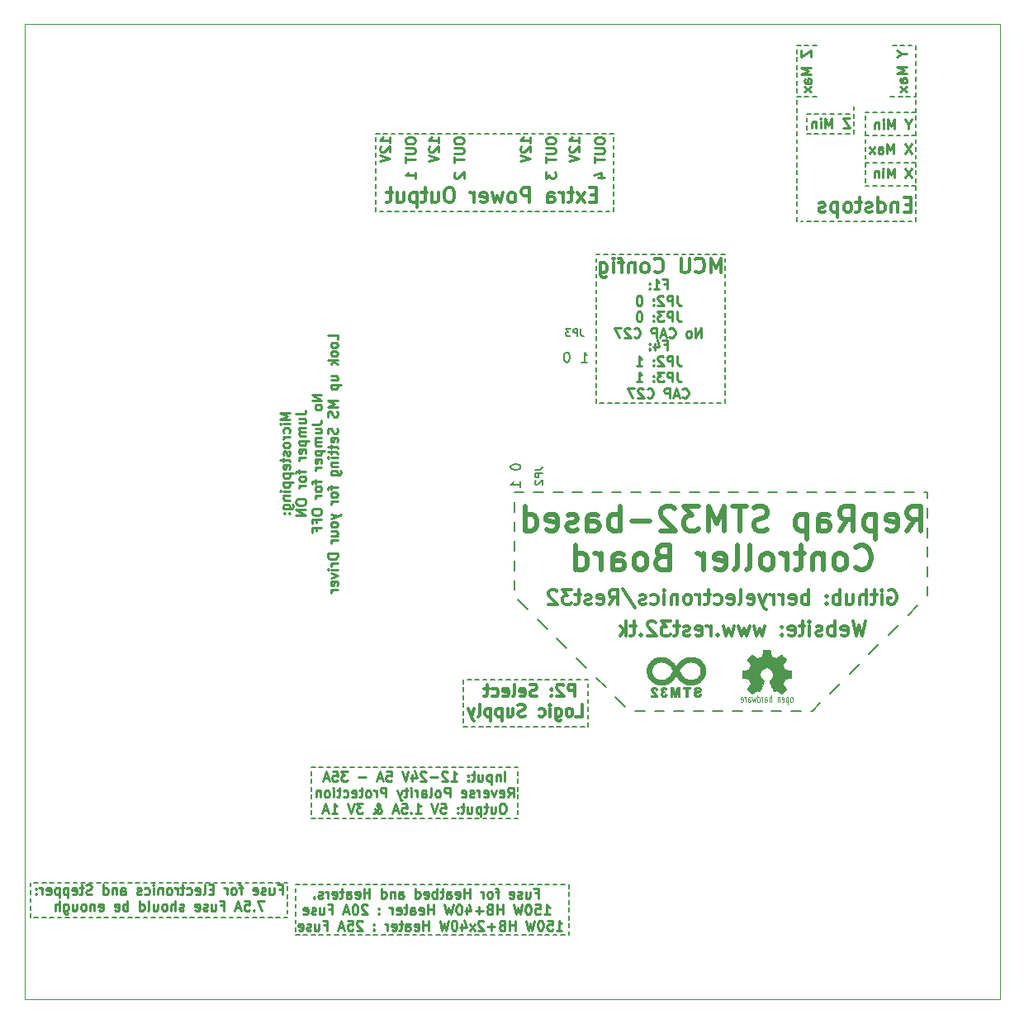
<source format=gbo>
%TF.GenerationSoftware,KiCad,Pcbnew,4.0.2-stable*%
%TF.CreationDate,2016-07-26T22:40:38+02:00*%
%TF.ProjectId,ReST,526553542E6B696361645F7063620000,Rev. A*%
%TF.FileFunction,Legend,Bot*%
%FSLAX46Y46*%
G04 Gerber Fmt 4.6, Leading zero omitted, Abs format (unit mm)*
G04 Created by KiCad (PCBNEW 4.0.2-stable) date 26.07.2016 22:40:38*
%MOMM*%
G01*
G04 APERTURE LIST*
%ADD10C,0.100000*%
%ADD11C,0.150000*%
%ADD12C,0.300000*%
%ADD13C,0.500000*%
%ADD14C,0.250000*%
%ADD15C,0.225000*%
%ADD16C,0.200000*%
%ADD17C,0.312500*%
%ADD18C,0.010000*%
%ADD19C,0.075000*%
%ADD20C,0.002540*%
%ADD21C,0.304800*%
%ADD22C,0.127000*%
G04 APERTURE END LIST*
D10*
D11*
X69650000Y-115450000D02*
X69650000Y-114450000D01*
X69650000Y-117450000D02*
X69650000Y-116450000D01*
X69650000Y-119450000D02*
X69650000Y-118450000D01*
X69650000Y-121450000D02*
X69650000Y-120450000D01*
X69650000Y-123450000D02*
X69650000Y-122450000D01*
X71050000Y-125450000D02*
X70050000Y-124450000D01*
X73050000Y-127450000D02*
X72050000Y-126450000D01*
X75050000Y-129450000D02*
X74050000Y-128450000D01*
X77050000Y-131450000D02*
X76050000Y-130450000D01*
X79050000Y-133450000D02*
X78050000Y-132450000D01*
X81050000Y-135450000D02*
X80050000Y-134450000D01*
X88050000Y-135850000D02*
X89050000Y-135850000D01*
X86050000Y-135850000D02*
X87050000Y-135850000D01*
X84050000Y-135850000D02*
X85050000Y-135850000D01*
X82050000Y-135850000D02*
X83050000Y-135850000D01*
X98050000Y-135850000D02*
X99050000Y-135850000D01*
X96050000Y-135850000D02*
X97050000Y-135850000D01*
X94050000Y-135850000D02*
X95050000Y-135850000D01*
X92050000Y-135850000D02*
X93050000Y-135850000D01*
X90050000Y-135850000D02*
X91050000Y-135850000D01*
X100250000Y-135850000D02*
X100050000Y-135850000D01*
X101050000Y-135050000D02*
X100250000Y-135850000D01*
X103050000Y-133050000D02*
X102050000Y-134050000D01*
X105050000Y-131050000D02*
X104050000Y-132050000D01*
X107050000Y-129050000D02*
X106050000Y-130050000D01*
X109050000Y-127050000D02*
X108050000Y-128050000D01*
X111050000Y-125050000D02*
X110050000Y-126050000D01*
X112050000Y-123050000D02*
X112050000Y-124050000D01*
X112050000Y-121050000D02*
X112050000Y-122050000D01*
X112050000Y-119050000D02*
X112050000Y-120050000D01*
X112050000Y-117050000D02*
X112050000Y-118050000D01*
X112050000Y-115050000D02*
X112050000Y-116050000D01*
X112050000Y-113450000D02*
X112050000Y-114050000D01*
X111650000Y-113450000D02*
X112050000Y-113450000D01*
X101650000Y-113450000D02*
X102650000Y-113450000D01*
X103650000Y-113450000D02*
X104650000Y-113450000D01*
X105650000Y-113450000D02*
X106650000Y-113450000D01*
X107650000Y-113450000D02*
X108650000Y-113450000D01*
X109650000Y-113450000D02*
X110650000Y-113450000D01*
X85650000Y-113450000D02*
X86650000Y-113450000D01*
X87650000Y-113450000D02*
X88650000Y-113450000D01*
X89650000Y-113450000D02*
X90650000Y-113450000D01*
X91650000Y-113450000D02*
X92650000Y-113450000D01*
X93650000Y-113450000D02*
X94650000Y-113450000D01*
X95650000Y-113450000D02*
X96650000Y-113450000D01*
X97650000Y-113450000D02*
X98650000Y-113450000D01*
X99650000Y-113450000D02*
X100650000Y-113450000D01*
X81650000Y-113450000D02*
X82650000Y-113450000D01*
X83650000Y-113450000D02*
X84650000Y-113450000D01*
X77650000Y-113450000D02*
X78650000Y-113450000D01*
X79650000Y-113450000D02*
X80650000Y-113450000D01*
X73650000Y-113450000D02*
X74650000Y-113450000D01*
X75650000Y-113450000D02*
X76650000Y-113450000D01*
X71650000Y-113450000D02*
X72650000Y-113450000D01*
X69650000Y-113450000D02*
X70650000Y-113450000D01*
D12*
X105657143Y-126628571D02*
X105300000Y-128128571D01*
X105014286Y-127057143D01*
X104728572Y-128128571D01*
X104371429Y-126628571D01*
X103228572Y-128057143D02*
X103371429Y-128128571D01*
X103657143Y-128128571D01*
X103800000Y-128057143D01*
X103871429Y-127914286D01*
X103871429Y-127342857D01*
X103800000Y-127200000D01*
X103657143Y-127128571D01*
X103371429Y-127128571D01*
X103228572Y-127200000D01*
X103157143Y-127342857D01*
X103157143Y-127485714D01*
X103871429Y-127628571D01*
X102514286Y-128128571D02*
X102514286Y-126628571D01*
X102514286Y-127200000D02*
X102371429Y-127128571D01*
X102085715Y-127128571D01*
X101942858Y-127200000D01*
X101871429Y-127271429D01*
X101800000Y-127414286D01*
X101800000Y-127842857D01*
X101871429Y-127985714D01*
X101942858Y-128057143D01*
X102085715Y-128128571D01*
X102371429Y-128128571D01*
X102514286Y-128057143D01*
X101228572Y-128057143D02*
X101085715Y-128128571D01*
X100800000Y-128128571D01*
X100657143Y-128057143D01*
X100585715Y-127914286D01*
X100585715Y-127842857D01*
X100657143Y-127700000D01*
X100800000Y-127628571D01*
X101014286Y-127628571D01*
X101157143Y-127557143D01*
X101228572Y-127414286D01*
X101228572Y-127342857D01*
X101157143Y-127200000D01*
X101014286Y-127128571D01*
X100800000Y-127128571D01*
X100657143Y-127200000D01*
X99942857Y-128128571D02*
X99942857Y-127128571D01*
X99942857Y-126628571D02*
X100014286Y-126700000D01*
X99942857Y-126771429D01*
X99871429Y-126700000D01*
X99942857Y-126628571D01*
X99942857Y-126771429D01*
X99442857Y-127128571D02*
X98871428Y-127128571D01*
X99228571Y-126628571D02*
X99228571Y-127914286D01*
X99157143Y-128057143D01*
X99014285Y-128128571D01*
X98871428Y-128128571D01*
X97800000Y-128057143D02*
X97942857Y-128128571D01*
X98228571Y-128128571D01*
X98371428Y-128057143D01*
X98442857Y-127914286D01*
X98442857Y-127342857D01*
X98371428Y-127200000D01*
X98228571Y-127128571D01*
X97942857Y-127128571D01*
X97800000Y-127200000D01*
X97728571Y-127342857D01*
X97728571Y-127485714D01*
X98442857Y-127628571D01*
X97085714Y-127985714D02*
X97014286Y-128057143D01*
X97085714Y-128128571D01*
X97157143Y-128057143D01*
X97085714Y-127985714D01*
X97085714Y-128128571D01*
X97085714Y-127200000D02*
X97014286Y-127271429D01*
X97085714Y-127342857D01*
X97157143Y-127271429D01*
X97085714Y-127200000D01*
X97085714Y-127342857D01*
X95371428Y-127128571D02*
X95085714Y-128128571D01*
X94800000Y-127414286D01*
X94514285Y-128128571D01*
X94228571Y-127128571D01*
X93799999Y-127128571D02*
X93514285Y-128128571D01*
X93228571Y-127414286D01*
X92942856Y-128128571D01*
X92657142Y-127128571D01*
X92228570Y-127128571D02*
X91942856Y-128128571D01*
X91657142Y-127414286D01*
X91371427Y-128128571D01*
X91085713Y-127128571D01*
X90514284Y-127985714D02*
X90442856Y-128057143D01*
X90514284Y-128128571D01*
X90585713Y-128057143D01*
X90514284Y-127985714D01*
X90514284Y-128128571D01*
X89799998Y-128128571D02*
X89799998Y-127128571D01*
X89799998Y-127414286D02*
X89728570Y-127271429D01*
X89657141Y-127200000D01*
X89514284Y-127128571D01*
X89371427Y-127128571D01*
X88299999Y-128057143D02*
X88442856Y-128128571D01*
X88728570Y-128128571D01*
X88871427Y-128057143D01*
X88942856Y-127914286D01*
X88942856Y-127342857D01*
X88871427Y-127200000D01*
X88728570Y-127128571D01*
X88442856Y-127128571D01*
X88299999Y-127200000D01*
X88228570Y-127342857D01*
X88228570Y-127485714D01*
X88942856Y-127628571D01*
X87657142Y-128057143D02*
X87514285Y-128128571D01*
X87228570Y-128128571D01*
X87085713Y-128057143D01*
X87014285Y-127914286D01*
X87014285Y-127842857D01*
X87085713Y-127700000D01*
X87228570Y-127628571D01*
X87442856Y-127628571D01*
X87585713Y-127557143D01*
X87657142Y-127414286D01*
X87657142Y-127342857D01*
X87585713Y-127200000D01*
X87442856Y-127128571D01*
X87228570Y-127128571D01*
X87085713Y-127200000D01*
X86585713Y-127128571D02*
X86014284Y-127128571D01*
X86371427Y-126628571D02*
X86371427Y-127914286D01*
X86299999Y-128057143D01*
X86157141Y-128128571D01*
X86014284Y-128128571D01*
X85657141Y-126628571D02*
X84728570Y-126628571D01*
X85228570Y-127200000D01*
X85014284Y-127200000D01*
X84871427Y-127271429D01*
X84799998Y-127342857D01*
X84728570Y-127485714D01*
X84728570Y-127842857D01*
X84799998Y-127985714D01*
X84871427Y-128057143D01*
X85014284Y-128128571D01*
X85442856Y-128128571D01*
X85585713Y-128057143D01*
X85657141Y-127985714D01*
X84157142Y-126771429D02*
X84085713Y-126700000D01*
X83942856Y-126628571D01*
X83585713Y-126628571D01*
X83442856Y-126700000D01*
X83371427Y-126771429D01*
X83299999Y-126914286D01*
X83299999Y-127057143D01*
X83371427Y-127271429D01*
X84228570Y-128128571D01*
X83299999Y-128128571D01*
X82657142Y-127985714D02*
X82585714Y-128057143D01*
X82657142Y-128128571D01*
X82728571Y-128057143D01*
X82657142Y-127985714D01*
X82657142Y-128128571D01*
X82157142Y-127128571D02*
X81585713Y-127128571D01*
X81942856Y-126628571D02*
X81942856Y-127914286D01*
X81871428Y-128057143D01*
X81728570Y-128128571D01*
X81585713Y-128128571D01*
X81085713Y-128128571D02*
X81085713Y-126628571D01*
X80942856Y-127557143D02*
X80514285Y-128128571D01*
X80514285Y-127128571D02*
X81085713Y-127700000D01*
D11*
X77250000Y-132650000D02*
X76850000Y-132650000D01*
X77250000Y-133450000D02*
X77250000Y-133050000D01*
X77250000Y-134250000D02*
X77250000Y-133850000D01*
X77250000Y-135050000D02*
X77250000Y-134650000D01*
X77250000Y-135850000D02*
X77250000Y-135450000D01*
X77250000Y-136650000D02*
X77250000Y-136250000D01*
X72850000Y-132650000D02*
X73250000Y-132650000D01*
X73650000Y-132650000D02*
X74050000Y-132650000D01*
X74450000Y-132650000D02*
X74850000Y-132650000D01*
X75250000Y-132650000D02*
X75650000Y-132650000D01*
X76050000Y-132650000D02*
X76450000Y-132650000D01*
X68850000Y-132650000D02*
X69250000Y-132650000D01*
X69650000Y-132650000D02*
X70050000Y-132650000D01*
X70450000Y-132650000D02*
X70850000Y-132650000D01*
X71250000Y-132650000D02*
X71650000Y-132650000D01*
X72050000Y-132650000D02*
X72450000Y-132650000D01*
X68050000Y-132650000D02*
X68450000Y-132650000D01*
X67250000Y-132650000D02*
X67650000Y-132650000D01*
X66450000Y-132650000D02*
X66850000Y-132650000D01*
X65650000Y-132650000D02*
X66050000Y-132650000D01*
X64850000Y-132650000D02*
X65250000Y-132650000D01*
X64450000Y-133050000D02*
X64450000Y-132650000D01*
X64450000Y-133850000D02*
X64450000Y-133450000D01*
X64450000Y-134650000D02*
X64450000Y-134250000D01*
X64450000Y-135450000D02*
X64450000Y-135050000D01*
X64450000Y-136250000D02*
X64450000Y-135850000D01*
X64450000Y-137050000D02*
X64450000Y-136650000D01*
X77250000Y-137450000D02*
X77250000Y-137050000D01*
X76450000Y-137450000D02*
X76850000Y-137450000D01*
X75650000Y-137450000D02*
X76050000Y-137450000D01*
X74850000Y-137450000D02*
X75250000Y-137450000D01*
X74050000Y-137450000D02*
X74450000Y-137450000D01*
X73250000Y-137450000D02*
X73650000Y-137450000D01*
X72450000Y-137450000D02*
X72850000Y-137450000D01*
X71650000Y-137450000D02*
X72050000Y-137450000D01*
X70850000Y-137450000D02*
X71250000Y-137450000D01*
X70050000Y-137450000D02*
X70450000Y-137450000D01*
X69250000Y-137450000D02*
X69650000Y-137450000D01*
X68450000Y-137450000D02*
X68850000Y-137450000D01*
X67650000Y-137450000D02*
X68050000Y-137450000D01*
X66850000Y-137450000D02*
X67250000Y-137450000D01*
X66050000Y-137450000D02*
X66450000Y-137450000D01*
X65250000Y-137450000D02*
X65650000Y-137450000D01*
X64450000Y-137450000D02*
X64850000Y-137450000D01*
X70050000Y-146050000D02*
X70050000Y-146450000D01*
X70050000Y-145250000D02*
X70050000Y-145650000D01*
X70050000Y-144450000D02*
X70050000Y-144850000D01*
X70050000Y-143650000D02*
X70050000Y-144050000D01*
X70050000Y-142850000D02*
X70050000Y-143250000D01*
X70050000Y-142050000D02*
X70050000Y-142450000D01*
X70050000Y-141650000D02*
X69650000Y-141650000D01*
X69250000Y-141650000D02*
X68850000Y-141650000D01*
X68450000Y-141650000D02*
X68050000Y-141650000D01*
X67650000Y-141650000D02*
X67250000Y-141650000D01*
X66850000Y-141650000D02*
X66450000Y-141650000D01*
X66050000Y-141650000D02*
X65650000Y-141650000D01*
X65250000Y-141650000D02*
X64850000Y-141650000D01*
X64450000Y-141650000D02*
X64050000Y-141650000D01*
X63650000Y-141650000D02*
X63250000Y-141650000D01*
X62850000Y-141650000D02*
X62450000Y-141650000D01*
X62050000Y-141650000D02*
X61650000Y-141650000D01*
X61250000Y-141650000D02*
X60850000Y-141650000D01*
X60450000Y-141650000D02*
X60050000Y-141650000D01*
X59650000Y-141650000D02*
X59250000Y-141650000D01*
X58850000Y-141650000D02*
X58450000Y-141650000D01*
X58050000Y-141650000D02*
X57650000Y-141650000D01*
X57250000Y-141650000D02*
X56850000Y-141650000D01*
X56450000Y-141650000D02*
X56050000Y-141650000D01*
X55650000Y-141650000D02*
X55250000Y-141650000D01*
X54850000Y-141650000D02*
X54450000Y-141650000D01*
X54050000Y-141650000D02*
X53650000Y-141650000D01*
X53250000Y-141650000D02*
X52850000Y-141650000D01*
X52450000Y-141650000D02*
X52050000Y-141650000D01*
X51650000Y-141650000D02*
X51250000Y-141650000D01*
X50850000Y-141650000D02*
X50450000Y-141650000D01*
X50050000Y-141650000D02*
X49650000Y-141650000D01*
X49250000Y-141650000D02*
X48850000Y-141650000D01*
X48850000Y-142450000D02*
X48850000Y-142050000D01*
X48850000Y-143250000D02*
X48850000Y-142850000D01*
X48850000Y-144050000D02*
X48850000Y-143650000D01*
X48850000Y-144850000D02*
X48850000Y-144450000D01*
X48850000Y-145650000D02*
X48850000Y-145250000D01*
X48850000Y-146450000D02*
X48850000Y-146050000D01*
X69650000Y-146850000D02*
X70050000Y-146850000D01*
X68850000Y-146850000D02*
X69250000Y-146850000D01*
X68050000Y-146850000D02*
X68450000Y-146850000D01*
X67250000Y-146850000D02*
X67650000Y-146850000D01*
X66450000Y-146850000D02*
X66850000Y-146850000D01*
X65650000Y-146850000D02*
X66050000Y-146850000D01*
X64850000Y-146850000D02*
X65250000Y-146850000D01*
X64050000Y-146850000D02*
X64450000Y-146850000D01*
X63250000Y-146850000D02*
X63650000Y-146850000D01*
X62450000Y-146850000D02*
X62850000Y-146850000D01*
X61650000Y-146850000D02*
X62050000Y-146850000D01*
X60850000Y-146850000D02*
X61250000Y-146850000D01*
X60050000Y-146850000D02*
X60450000Y-146850000D01*
X59250000Y-146850000D02*
X59650000Y-146850000D01*
X58450000Y-146850000D02*
X58850000Y-146850000D01*
X57650000Y-146850000D02*
X58050000Y-146850000D01*
X56850000Y-146850000D02*
X57250000Y-146850000D01*
X56050000Y-146850000D02*
X56450000Y-146850000D01*
X55250000Y-146850000D02*
X55650000Y-146850000D01*
X54450000Y-146850000D02*
X54850000Y-146850000D01*
X53650000Y-146850000D02*
X54050000Y-146850000D01*
X52850000Y-146850000D02*
X53250000Y-146850000D01*
X52050000Y-146850000D02*
X52450000Y-146850000D01*
X51250000Y-146850000D02*
X51650000Y-146850000D01*
X50450000Y-146850000D02*
X50850000Y-146850000D01*
X49650000Y-146850000D02*
X50050000Y-146850000D01*
X48850000Y-146850000D02*
X49250000Y-146850000D01*
X46450000Y-156250000D02*
X46450000Y-156650000D01*
X46450000Y-155450000D02*
X46450000Y-155850000D01*
X46450000Y-154650000D02*
X46450000Y-155050000D01*
X46450000Y-153850000D02*
X46450000Y-154250000D01*
X46450000Y-153450000D02*
X46050000Y-153450000D01*
X21650000Y-153450000D02*
X21250000Y-153450000D01*
X27250000Y-153450000D02*
X26850000Y-153450000D01*
X20850000Y-153450000D02*
X20450000Y-153450000D01*
X22450000Y-153450000D02*
X22050000Y-153450000D01*
X37650000Y-153450000D02*
X37250000Y-153450000D01*
X36850000Y-153450000D02*
X36450000Y-153450000D01*
X36050000Y-153450000D02*
X35650000Y-153450000D01*
X38450000Y-153450000D02*
X38050000Y-153450000D01*
X23250000Y-153450000D02*
X22850000Y-153450000D01*
X24050000Y-153450000D02*
X23650000Y-153450000D01*
X25650000Y-153450000D02*
X25250000Y-153450000D01*
X24850000Y-153450000D02*
X24450000Y-153450000D01*
X26450000Y-153450000D02*
X26050000Y-153450000D01*
X44050000Y-153450000D02*
X43650000Y-153450000D01*
X44850000Y-153450000D02*
X44450000Y-153450000D01*
X43250000Y-153450000D02*
X42850000Y-153450000D01*
X45650000Y-153450000D02*
X45250000Y-153450000D01*
X39250000Y-153450000D02*
X38850000Y-153450000D01*
X40850000Y-153450000D02*
X40450000Y-153450000D01*
X40050000Y-153450000D02*
X39650000Y-153450000D01*
X41650000Y-153450000D02*
X41250000Y-153450000D01*
X42450000Y-153450000D02*
X42050000Y-153450000D01*
X30450000Y-153450000D02*
X30050000Y-153450000D01*
X28850000Y-153450000D02*
X28450000Y-153450000D01*
X29650000Y-153450000D02*
X29250000Y-153450000D01*
X28050000Y-153450000D02*
X27650000Y-153450000D01*
X31250000Y-153450000D02*
X30850000Y-153450000D01*
X34450000Y-153450000D02*
X34050000Y-153450000D01*
X33650000Y-153450000D02*
X33250000Y-153450000D01*
X35250000Y-153450000D02*
X34850000Y-153450000D01*
X32850000Y-153450000D02*
X32450000Y-153450000D01*
X32050000Y-153450000D02*
X31650000Y-153450000D01*
X20050000Y-153850000D02*
X20050000Y-153450000D01*
X20050000Y-154650000D02*
X20050000Y-154250000D01*
X20050000Y-155450000D02*
X20050000Y-155050000D01*
X20050000Y-156250000D02*
X20050000Y-155850000D01*
X20050000Y-157050000D02*
X20050000Y-156650000D01*
X20850000Y-157050000D02*
X20450000Y-157050000D01*
X24050000Y-157050000D02*
X23650000Y-157050000D01*
X23250000Y-157050000D02*
X22850000Y-157050000D01*
X22450000Y-157050000D02*
X22050000Y-157050000D01*
X21650000Y-157050000D02*
X21250000Y-157050000D01*
X27250000Y-157050000D02*
X26850000Y-157050000D01*
X26450000Y-157050000D02*
X26050000Y-157050000D01*
X25650000Y-157050000D02*
X25250000Y-157050000D01*
X24850000Y-157050000D02*
X24450000Y-157050000D01*
X30450000Y-157050000D02*
X30050000Y-157050000D01*
X29650000Y-157050000D02*
X29250000Y-157050000D01*
X28850000Y-157050000D02*
X28450000Y-157050000D01*
X28050000Y-157050000D02*
X27650000Y-157050000D01*
X33650000Y-157050000D02*
X33250000Y-157050000D01*
X32850000Y-157050000D02*
X32450000Y-157050000D01*
X32050000Y-157050000D02*
X31650000Y-157050000D01*
X31250000Y-157050000D02*
X30850000Y-157050000D01*
X36850000Y-157050000D02*
X36450000Y-157050000D01*
X36050000Y-157050000D02*
X35650000Y-157050000D01*
X35250000Y-157050000D02*
X34850000Y-157050000D01*
X34450000Y-157050000D02*
X34050000Y-157050000D01*
X40050000Y-157050000D02*
X39650000Y-157050000D01*
X39250000Y-157050000D02*
X38850000Y-157050000D01*
X38450000Y-157050000D02*
X38050000Y-157050000D01*
X37650000Y-157050000D02*
X37250000Y-157050000D01*
X43250000Y-157050000D02*
X42850000Y-157050000D01*
X42450000Y-157050000D02*
X42050000Y-157050000D01*
X41650000Y-157050000D02*
X41250000Y-157050000D01*
X40850000Y-157050000D02*
X40450000Y-157050000D01*
X44050000Y-157050000D02*
X43650000Y-157050000D01*
X44850000Y-157050000D02*
X44450000Y-157050000D01*
X45650000Y-157050000D02*
X45250000Y-157050000D01*
X46450000Y-157050000D02*
X46050000Y-157050000D01*
X75250000Y-154050000D02*
X75250000Y-153650000D01*
X71250000Y-153650000D02*
X71650000Y-153650000D01*
X72050000Y-153650000D02*
X72450000Y-153650000D01*
X72850000Y-153650000D02*
X73250000Y-153650000D01*
X73650000Y-153650000D02*
X74050000Y-153650000D01*
X74450000Y-153650000D02*
X74850000Y-153650000D01*
X67250000Y-153650000D02*
X67650000Y-153650000D01*
X68050000Y-153650000D02*
X68450000Y-153650000D01*
X68850000Y-153650000D02*
X69250000Y-153650000D01*
X69650000Y-153650000D02*
X70050000Y-153650000D01*
X70450000Y-153650000D02*
X70850000Y-153650000D01*
X63250000Y-153650000D02*
X63650000Y-153650000D01*
X64050000Y-153650000D02*
X64450000Y-153650000D01*
X64850000Y-153650000D02*
X65250000Y-153650000D01*
X65650000Y-153650000D02*
X66050000Y-153650000D01*
X66450000Y-153650000D02*
X66850000Y-153650000D01*
X59250000Y-153650000D02*
X59650000Y-153650000D01*
X60050000Y-153650000D02*
X60450000Y-153650000D01*
X60850000Y-153650000D02*
X61250000Y-153650000D01*
X61650000Y-153650000D02*
X62050000Y-153650000D01*
X62450000Y-153650000D02*
X62850000Y-153650000D01*
X55250000Y-153650000D02*
X55650000Y-153650000D01*
X56050000Y-153650000D02*
X56450000Y-153650000D01*
X56850000Y-153650000D02*
X57250000Y-153650000D01*
X57650000Y-153650000D02*
X58050000Y-153650000D01*
X58450000Y-153650000D02*
X58850000Y-153650000D01*
X51250000Y-153650000D02*
X51650000Y-153650000D01*
X52050000Y-153650000D02*
X52450000Y-153650000D01*
X52850000Y-153650000D02*
X53250000Y-153650000D01*
X53650000Y-153650000D02*
X54050000Y-153650000D01*
X54450000Y-153650000D02*
X54850000Y-153650000D01*
X50450000Y-153650000D02*
X50850000Y-153650000D01*
X49650000Y-153650000D02*
X50050000Y-153650000D01*
X48850000Y-153650000D02*
X49250000Y-153650000D01*
X48050000Y-153650000D02*
X48450000Y-153650000D01*
X47250000Y-153650000D02*
X47650000Y-153650000D01*
X75250000Y-156450000D02*
X75250000Y-156050000D01*
X75250000Y-154850000D02*
X75250000Y-154450000D01*
X75250000Y-155650000D02*
X75250000Y-155250000D01*
X75250000Y-158850000D02*
X75250000Y-158450000D01*
X75250000Y-157250000D02*
X75250000Y-156850000D01*
X75250000Y-158050000D02*
X75250000Y-157650000D01*
X47250000Y-156050000D02*
X47250000Y-155650000D01*
X47250000Y-154450000D02*
X47250000Y-154050000D01*
X47250000Y-155250000D02*
X47250000Y-154850000D01*
X47250000Y-156850000D02*
X47250000Y-156450000D01*
X47250000Y-157650000D02*
X47250000Y-157250000D01*
X47250000Y-158450000D02*
X47250000Y-158050000D01*
X50850000Y-158850000D02*
X50450000Y-158850000D01*
X50050000Y-158850000D02*
X49650000Y-158850000D01*
X49250000Y-158850000D02*
X48850000Y-158850000D01*
X48450000Y-158850000D02*
X48050000Y-158850000D01*
X47650000Y-158850000D02*
X47250000Y-158850000D01*
X54850000Y-158850000D02*
X54450000Y-158850000D01*
X54050000Y-158850000D02*
X53650000Y-158850000D01*
X53250000Y-158850000D02*
X52850000Y-158850000D01*
X52450000Y-158850000D02*
X52050000Y-158850000D01*
X51650000Y-158850000D02*
X51250000Y-158850000D01*
X58850000Y-158850000D02*
X58450000Y-158850000D01*
X58050000Y-158850000D02*
X57650000Y-158850000D01*
X57250000Y-158850000D02*
X56850000Y-158850000D01*
X56450000Y-158850000D02*
X56050000Y-158850000D01*
X55650000Y-158850000D02*
X55250000Y-158850000D01*
X62850000Y-158850000D02*
X62450000Y-158850000D01*
X62050000Y-158850000D02*
X61650000Y-158850000D01*
X61250000Y-158850000D02*
X60850000Y-158850000D01*
X60450000Y-158850000D02*
X60050000Y-158850000D01*
X59650000Y-158850000D02*
X59250000Y-158850000D01*
X66850000Y-158850000D02*
X66450000Y-158850000D01*
X66050000Y-158850000D02*
X65650000Y-158850000D01*
X65250000Y-158850000D02*
X64850000Y-158850000D01*
X64450000Y-158850000D02*
X64050000Y-158850000D01*
X63650000Y-158850000D02*
X63250000Y-158850000D01*
X70850000Y-158850000D02*
X70450000Y-158850000D01*
X70050000Y-158850000D02*
X69650000Y-158850000D01*
X69250000Y-158850000D02*
X68850000Y-158850000D01*
X68450000Y-158850000D02*
X68050000Y-158850000D01*
X67650000Y-158850000D02*
X67250000Y-158850000D01*
X71650000Y-158850000D02*
X71250000Y-158850000D01*
X72450000Y-158850000D02*
X72050000Y-158850000D01*
X73250000Y-158850000D02*
X72850000Y-158850000D01*
X74050000Y-158850000D02*
X73650000Y-158850000D01*
X74850000Y-158850000D02*
X74450000Y-158850000D01*
X79850000Y-84650000D02*
X79850000Y-84250000D01*
X79050000Y-84650000D02*
X79450000Y-84650000D01*
X78250000Y-84650000D02*
X78650000Y-84650000D01*
X77450000Y-84650000D02*
X77850000Y-84650000D01*
X76650000Y-84650000D02*
X77050000Y-84650000D01*
X75850000Y-84650000D02*
X76250000Y-84650000D01*
X75050000Y-84650000D02*
X75450000Y-84650000D01*
X74250000Y-84650000D02*
X74650000Y-84650000D01*
X73450000Y-84650000D02*
X73850000Y-84650000D01*
X72650000Y-84650000D02*
X73050000Y-84650000D01*
X71850000Y-84650000D02*
X72250000Y-84650000D01*
X71050000Y-84650000D02*
X71450000Y-84650000D01*
X70250000Y-84650000D02*
X70650000Y-84650000D01*
X69450000Y-84650000D02*
X69850000Y-84650000D01*
X68650000Y-84650000D02*
X69050000Y-84650000D01*
X67850000Y-84650000D02*
X68250000Y-84650000D01*
X67050000Y-84650000D02*
X67450000Y-84650000D01*
X66250000Y-84650000D02*
X66650000Y-84650000D01*
X65450000Y-84650000D02*
X65850000Y-84650000D01*
X64650000Y-84650000D02*
X65050000Y-84650000D01*
X63850000Y-84650000D02*
X64250000Y-84650000D01*
X63050000Y-84650000D02*
X63450000Y-84650000D01*
X62250000Y-84650000D02*
X62650000Y-84650000D01*
X61450000Y-84650000D02*
X61850000Y-84650000D01*
X60650000Y-84650000D02*
X61050000Y-84650000D01*
X59850000Y-84650000D02*
X60250000Y-84650000D01*
X59050000Y-84650000D02*
X59450000Y-84650000D01*
X58250000Y-84650000D02*
X58650000Y-84650000D01*
X57450000Y-84650000D02*
X57850000Y-84650000D01*
X56650000Y-84650000D02*
X57050000Y-84650000D01*
X55850000Y-84650000D02*
X56250000Y-84650000D01*
X79850000Y-81850000D02*
X79850000Y-82250000D01*
X79850000Y-82650000D02*
X79850000Y-83050000D01*
X79850000Y-83450000D02*
X79850000Y-83850000D01*
X79850000Y-79450000D02*
X79850000Y-79850000D01*
X79850000Y-80250000D02*
X79850000Y-80650000D01*
X79850000Y-81050000D02*
X79850000Y-81450000D01*
X79850000Y-78650000D02*
X79850000Y-79050000D01*
X79850000Y-77850000D02*
X79850000Y-78250000D01*
X79850000Y-77050000D02*
X79850000Y-77450000D01*
X79450000Y-76650000D02*
X79850000Y-76650000D01*
X78650000Y-76650000D02*
X79050000Y-76650000D01*
X77850000Y-76650000D02*
X78250000Y-76650000D01*
X77050000Y-76650000D02*
X77450000Y-76650000D01*
X76250000Y-76650000D02*
X76650000Y-76650000D01*
X75450000Y-76650000D02*
X75850000Y-76650000D01*
X74650000Y-76650000D02*
X75050000Y-76650000D01*
X73850000Y-76650000D02*
X74250000Y-76650000D01*
X73050000Y-76650000D02*
X73450000Y-76650000D01*
X72250000Y-76650000D02*
X72650000Y-76650000D01*
X71450000Y-76650000D02*
X71850000Y-76650000D01*
X70650000Y-76650000D02*
X71050000Y-76650000D01*
X69850000Y-76650000D02*
X70250000Y-76650000D01*
X69050000Y-76650000D02*
X69450000Y-76650000D01*
X68250000Y-76650000D02*
X68650000Y-76650000D01*
X67450000Y-76650000D02*
X67850000Y-76650000D01*
X66650000Y-76650000D02*
X67050000Y-76650000D01*
X65850000Y-76650000D02*
X66250000Y-76650000D01*
X65050000Y-76650000D02*
X65450000Y-76650000D01*
X64250000Y-76650000D02*
X64650000Y-76650000D01*
X63450000Y-76650000D02*
X63850000Y-76650000D01*
X62650000Y-76650000D02*
X63050000Y-76650000D01*
X61850000Y-76650000D02*
X62250000Y-76650000D01*
X61050000Y-76650000D02*
X61450000Y-76650000D01*
X60250000Y-76650000D02*
X60650000Y-76650000D01*
X59450000Y-76650000D02*
X59850000Y-76650000D01*
X58650000Y-76650000D02*
X59050000Y-76650000D01*
X57850000Y-76650000D02*
X58250000Y-76650000D01*
X57050000Y-76650000D02*
X57450000Y-76650000D01*
X56250000Y-76650000D02*
X56650000Y-76650000D01*
X55450000Y-76650000D02*
X55850000Y-76650000D01*
X55450000Y-77450000D02*
X55450000Y-77050000D01*
X55450000Y-78250000D02*
X55450000Y-77850000D01*
X55450000Y-79050000D02*
X55450000Y-78650000D01*
X55450000Y-79850000D02*
X55450000Y-79450000D01*
X55450000Y-80650000D02*
X55450000Y-80250000D01*
X55450000Y-81450000D02*
X55450000Y-81050000D01*
X55450000Y-81850000D02*
X55450000Y-82250000D01*
X55450000Y-83050000D02*
X55450000Y-82650000D01*
X55450000Y-83850000D02*
X55450000Y-83450000D01*
X55450000Y-84650000D02*
X55450000Y-84250000D01*
X110650000Y-72850000D02*
X110850000Y-72850000D01*
X110850000Y-68050000D02*
X110850000Y-67650000D01*
X110850000Y-68850000D02*
X110850000Y-68450000D01*
X110850000Y-69650000D02*
X110850000Y-69250000D01*
X110850000Y-70450000D02*
X110850000Y-70050000D01*
X110850000Y-71250000D02*
X110850000Y-70850000D01*
X110850000Y-72050000D02*
X110850000Y-71650000D01*
X110850000Y-72850000D02*
X110850000Y-72450000D01*
X110850000Y-73650000D02*
X110850000Y-73250000D01*
X110850000Y-74450000D02*
X110850000Y-74050000D01*
X110850000Y-75250000D02*
X110850000Y-74850000D01*
X110850000Y-76050000D02*
X110850000Y-75650000D01*
X110850000Y-76850000D02*
X110850000Y-76450000D01*
X110850000Y-77650000D02*
X110850000Y-77250000D01*
X110850000Y-78450000D02*
X110850000Y-78050000D01*
X110850000Y-79250000D02*
X110850000Y-78850000D01*
X110850000Y-80050000D02*
X110850000Y-79650000D01*
X110850000Y-80850000D02*
X110850000Y-80450000D01*
X110850000Y-81650000D02*
X110850000Y-81250000D01*
X99250000Y-85650000D02*
X99050000Y-85650000D01*
X98650000Y-82050000D02*
X98650000Y-82450000D01*
X98650000Y-82850000D02*
X98650000Y-83250000D01*
X98650000Y-83650000D02*
X98650000Y-84050000D01*
X98650000Y-84450000D02*
X98650000Y-84850000D01*
X98650000Y-85250000D02*
X98650000Y-85650000D01*
X98650000Y-78050000D02*
X98650000Y-78450000D01*
X98650000Y-78850000D02*
X98650000Y-79250000D01*
X98650000Y-79650000D02*
X98650000Y-80050000D01*
X98650000Y-80450000D02*
X98650000Y-80850000D01*
X98650000Y-81250000D02*
X98650000Y-81650000D01*
X100850000Y-85650000D02*
X100450000Y-85650000D01*
X100050000Y-85650000D02*
X99650000Y-85650000D01*
X104050000Y-85650000D02*
X103650000Y-85650000D01*
X103250000Y-85650000D02*
X102850000Y-85650000D01*
X102450000Y-85650000D02*
X102050000Y-85650000D01*
X101650000Y-85650000D02*
X101250000Y-85650000D01*
X107250000Y-85650000D02*
X106850000Y-85650000D01*
X106450000Y-85650000D02*
X106050000Y-85650000D01*
X105650000Y-85650000D02*
X105250000Y-85650000D01*
X104850000Y-85650000D02*
X104450000Y-85650000D01*
X108050000Y-85650000D02*
X107650000Y-85650000D01*
X108850000Y-85650000D02*
X108450000Y-85650000D01*
X109650000Y-85650000D02*
X109250000Y-85650000D01*
X110450000Y-85650000D02*
X110050000Y-85650000D01*
X110850000Y-85250000D02*
X110850000Y-85650000D01*
X110850000Y-84450000D02*
X110850000Y-84850000D01*
X110850000Y-83650000D02*
X110850000Y-84050000D01*
X110850000Y-82850000D02*
X110850000Y-83250000D01*
X110850000Y-82050000D02*
X110850000Y-82450000D01*
X98650000Y-77250000D02*
X98650000Y-77650000D01*
X98650000Y-76450000D02*
X98650000Y-76850000D01*
X98650000Y-75650000D02*
X98650000Y-76050000D01*
X98650000Y-74850000D02*
X98650000Y-75250000D01*
X98650000Y-74050000D02*
X98650000Y-74450000D01*
X98650000Y-73250000D02*
X98650000Y-73650000D01*
X78850000Y-104250000D02*
X78450000Y-104250000D01*
X82850000Y-104250000D02*
X82450000Y-104250000D01*
X82050000Y-104250000D02*
X81650000Y-104250000D01*
X81250000Y-104250000D02*
X80850000Y-104250000D01*
X80450000Y-104250000D02*
X80050000Y-104250000D01*
X79650000Y-104250000D02*
X79250000Y-104250000D01*
X86850000Y-104250000D02*
X86450000Y-104250000D01*
X86050000Y-104250000D02*
X85650000Y-104250000D01*
X85250000Y-104250000D02*
X84850000Y-104250000D01*
X84450000Y-104250000D02*
X84050000Y-104250000D01*
X83650000Y-104250000D02*
X83250000Y-104250000D01*
X87650000Y-104250000D02*
X87250000Y-104250000D01*
X88450000Y-104250000D02*
X88050000Y-104250000D01*
X89250000Y-104250000D02*
X88850000Y-104250000D01*
X90050000Y-104250000D02*
X89650000Y-104250000D01*
X90850000Y-104250000D02*
X90450000Y-104250000D01*
X91250000Y-102250000D02*
X91250000Y-102650000D01*
X91250000Y-103050000D02*
X91250000Y-103450000D01*
X91250000Y-103850000D02*
X91250000Y-104250000D01*
X91250000Y-101450000D02*
X91250000Y-101850000D01*
X91250000Y-100650000D02*
X91250000Y-101050000D01*
X91250000Y-99050000D02*
X91250000Y-99450000D01*
X91250000Y-99850000D02*
X91250000Y-100250000D01*
X91250000Y-96650000D02*
X91250000Y-97050000D01*
X91250000Y-97450000D02*
X91250000Y-97850000D01*
X91250000Y-98250000D02*
X91250000Y-98650000D01*
X91250000Y-95850000D02*
X91250000Y-96250000D01*
X91250000Y-95050000D02*
X91250000Y-95450000D01*
X91250000Y-94250000D02*
X91250000Y-94650000D01*
X91250000Y-93450000D02*
X91250000Y-93850000D01*
X91250000Y-92650000D02*
X91250000Y-93050000D01*
X91250000Y-91850000D02*
X91250000Y-92250000D01*
X91250000Y-91050000D02*
X91250000Y-91450000D01*
X91250000Y-90250000D02*
X91250000Y-90650000D01*
X91250000Y-89450000D02*
X91250000Y-89850000D01*
X78050000Y-103850000D02*
X78050000Y-104250000D01*
X78050000Y-103050000D02*
X78050000Y-103450000D01*
X78050000Y-102250000D02*
X78050000Y-102650000D01*
X78050000Y-101450000D02*
X78050000Y-101850000D01*
X78050000Y-100650000D02*
X78050000Y-101050000D01*
X78050000Y-99850000D02*
X78050000Y-100250000D01*
X78050000Y-99050000D02*
X78050000Y-99450000D01*
X78050000Y-98250000D02*
X78050000Y-98650000D01*
X78050000Y-97450000D02*
X78050000Y-97850000D01*
X78050000Y-96650000D02*
X78050000Y-97050000D01*
X78050000Y-95850000D02*
X78050000Y-96250000D01*
X78050000Y-95050000D02*
X78050000Y-95450000D01*
X78050000Y-94250000D02*
X78050000Y-94650000D01*
X78050000Y-93450000D02*
X78050000Y-93850000D01*
X78050000Y-92650000D02*
X78050000Y-93050000D01*
X78050000Y-91850000D02*
X78050000Y-92250000D01*
X78050000Y-91050000D02*
X78050000Y-91450000D01*
X78050000Y-90250000D02*
X78050000Y-90650000D01*
X78050000Y-89450000D02*
X78050000Y-89850000D01*
X87650000Y-89050000D02*
X88050000Y-89050000D01*
X88450000Y-89050000D02*
X88850000Y-89050000D01*
X89250000Y-89050000D02*
X89650000Y-89050000D01*
X90050000Y-89050000D02*
X90450000Y-89050000D01*
X90850000Y-89050000D02*
X91250000Y-89050000D01*
X82850000Y-89050000D02*
X83250000Y-89050000D01*
X83650000Y-89050000D02*
X84050000Y-89050000D01*
X84450000Y-89050000D02*
X84850000Y-89050000D01*
X85250000Y-89050000D02*
X85650000Y-89050000D01*
X86050000Y-89050000D02*
X86450000Y-89050000D01*
X86850000Y-89050000D02*
X87250000Y-89050000D01*
X82050000Y-89050000D02*
X82450000Y-89050000D01*
X81250000Y-89050000D02*
X81650000Y-89050000D01*
X80450000Y-89050000D02*
X80850000Y-89050000D01*
X79650000Y-89050000D02*
X80050000Y-89050000D01*
X78850000Y-89050000D02*
X79250000Y-89050000D01*
X78050000Y-89050000D02*
X78450000Y-89050000D01*
D12*
X108049999Y-123500000D02*
X108192856Y-123428571D01*
X108407142Y-123428571D01*
X108621427Y-123500000D01*
X108764285Y-123642857D01*
X108835713Y-123785714D01*
X108907142Y-124071429D01*
X108907142Y-124285714D01*
X108835713Y-124571429D01*
X108764285Y-124714286D01*
X108621427Y-124857143D01*
X108407142Y-124928571D01*
X108264285Y-124928571D01*
X108049999Y-124857143D01*
X107978570Y-124785714D01*
X107978570Y-124285714D01*
X108264285Y-124285714D01*
X107335713Y-124928571D02*
X107335713Y-123928571D01*
X107335713Y-123428571D02*
X107407142Y-123500000D01*
X107335713Y-123571429D01*
X107264285Y-123500000D01*
X107335713Y-123428571D01*
X107335713Y-123571429D01*
X106835713Y-123928571D02*
X106264284Y-123928571D01*
X106621427Y-123428571D02*
X106621427Y-124714286D01*
X106549999Y-124857143D01*
X106407141Y-124928571D01*
X106264284Y-124928571D01*
X105764284Y-124928571D02*
X105764284Y-123428571D01*
X105121427Y-124928571D02*
X105121427Y-124142857D01*
X105192856Y-124000000D01*
X105335713Y-123928571D01*
X105549998Y-123928571D01*
X105692856Y-124000000D01*
X105764284Y-124071429D01*
X103764284Y-123928571D02*
X103764284Y-124928571D01*
X104407141Y-123928571D02*
X104407141Y-124714286D01*
X104335713Y-124857143D01*
X104192855Y-124928571D01*
X103978570Y-124928571D01*
X103835713Y-124857143D01*
X103764284Y-124785714D01*
X103049998Y-124928571D02*
X103049998Y-123428571D01*
X103049998Y-124000000D02*
X102907141Y-123928571D01*
X102621427Y-123928571D01*
X102478570Y-124000000D01*
X102407141Y-124071429D01*
X102335712Y-124214286D01*
X102335712Y-124642857D01*
X102407141Y-124785714D01*
X102478570Y-124857143D01*
X102621427Y-124928571D01*
X102907141Y-124928571D01*
X103049998Y-124857143D01*
X101692855Y-124785714D02*
X101621427Y-124857143D01*
X101692855Y-124928571D01*
X101764284Y-124857143D01*
X101692855Y-124785714D01*
X101692855Y-124928571D01*
X101692855Y-124000000D02*
X101621427Y-124071429D01*
X101692855Y-124142857D01*
X101764284Y-124071429D01*
X101692855Y-124000000D01*
X101692855Y-124142857D01*
X99835712Y-124928571D02*
X99835712Y-123428571D01*
X99835712Y-124000000D02*
X99692855Y-123928571D01*
X99407141Y-123928571D01*
X99264284Y-124000000D01*
X99192855Y-124071429D01*
X99121426Y-124214286D01*
X99121426Y-124642857D01*
X99192855Y-124785714D01*
X99264284Y-124857143D01*
X99407141Y-124928571D01*
X99692855Y-124928571D01*
X99835712Y-124857143D01*
X97907141Y-124857143D02*
X98049998Y-124928571D01*
X98335712Y-124928571D01*
X98478569Y-124857143D01*
X98549998Y-124714286D01*
X98549998Y-124142857D01*
X98478569Y-124000000D01*
X98335712Y-123928571D01*
X98049998Y-123928571D01*
X97907141Y-124000000D01*
X97835712Y-124142857D01*
X97835712Y-124285714D01*
X98549998Y-124428571D01*
X97192855Y-124928571D02*
X97192855Y-123928571D01*
X97192855Y-124214286D02*
X97121427Y-124071429D01*
X97049998Y-124000000D01*
X96907141Y-123928571D01*
X96764284Y-123928571D01*
X96264284Y-124928571D02*
X96264284Y-123928571D01*
X96264284Y-124214286D02*
X96192856Y-124071429D01*
X96121427Y-124000000D01*
X95978570Y-123928571D01*
X95835713Y-123928571D01*
X95478570Y-123928571D02*
X95121427Y-124928571D01*
X94764285Y-123928571D02*
X95121427Y-124928571D01*
X95264285Y-125285714D01*
X95335713Y-125357143D01*
X95478570Y-125428571D01*
X93621428Y-124857143D02*
X93764285Y-124928571D01*
X94049999Y-124928571D01*
X94192856Y-124857143D01*
X94264285Y-124714286D01*
X94264285Y-124142857D01*
X94192856Y-124000000D01*
X94049999Y-123928571D01*
X93764285Y-123928571D01*
X93621428Y-124000000D01*
X93549999Y-124142857D01*
X93549999Y-124285714D01*
X94264285Y-124428571D01*
X92692856Y-124928571D02*
X92835714Y-124857143D01*
X92907142Y-124714286D01*
X92907142Y-123428571D01*
X91550000Y-124857143D02*
X91692857Y-124928571D01*
X91978571Y-124928571D01*
X92121428Y-124857143D01*
X92192857Y-124714286D01*
X92192857Y-124142857D01*
X92121428Y-124000000D01*
X91978571Y-123928571D01*
X91692857Y-123928571D01*
X91550000Y-124000000D01*
X91478571Y-124142857D01*
X91478571Y-124285714D01*
X92192857Y-124428571D01*
X90192857Y-124857143D02*
X90335714Y-124928571D01*
X90621428Y-124928571D01*
X90764286Y-124857143D01*
X90835714Y-124785714D01*
X90907143Y-124642857D01*
X90907143Y-124214286D01*
X90835714Y-124071429D01*
X90764286Y-124000000D01*
X90621428Y-123928571D01*
X90335714Y-123928571D01*
X90192857Y-124000000D01*
X89764286Y-123928571D02*
X89192857Y-123928571D01*
X89550000Y-123428571D02*
X89550000Y-124714286D01*
X89478572Y-124857143D01*
X89335714Y-124928571D01*
X89192857Y-124928571D01*
X88692857Y-124928571D02*
X88692857Y-123928571D01*
X88692857Y-124214286D02*
X88621429Y-124071429D01*
X88550000Y-124000000D01*
X88407143Y-123928571D01*
X88264286Y-123928571D01*
X87550000Y-124928571D02*
X87692858Y-124857143D01*
X87764286Y-124785714D01*
X87835715Y-124642857D01*
X87835715Y-124214286D01*
X87764286Y-124071429D01*
X87692858Y-124000000D01*
X87550000Y-123928571D01*
X87335715Y-123928571D01*
X87192858Y-124000000D01*
X87121429Y-124071429D01*
X87050000Y-124214286D01*
X87050000Y-124642857D01*
X87121429Y-124785714D01*
X87192858Y-124857143D01*
X87335715Y-124928571D01*
X87550000Y-124928571D01*
X86407143Y-123928571D02*
X86407143Y-124928571D01*
X86407143Y-124071429D02*
X86335715Y-124000000D01*
X86192857Y-123928571D01*
X85978572Y-123928571D01*
X85835715Y-124000000D01*
X85764286Y-124142857D01*
X85764286Y-124928571D01*
X85050000Y-124928571D02*
X85050000Y-123928571D01*
X85050000Y-123428571D02*
X85121429Y-123500000D01*
X85050000Y-123571429D01*
X84978572Y-123500000D01*
X85050000Y-123428571D01*
X85050000Y-123571429D01*
X83692857Y-124857143D02*
X83835714Y-124928571D01*
X84121428Y-124928571D01*
X84264286Y-124857143D01*
X84335714Y-124785714D01*
X84407143Y-124642857D01*
X84407143Y-124214286D01*
X84335714Y-124071429D01*
X84264286Y-124000000D01*
X84121428Y-123928571D01*
X83835714Y-123928571D01*
X83692857Y-124000000D01*
X83121429Y-124857143D02*
X82978572Y-124928571D01*
X82692857Y-124928571D01*
X82550000Y-124857143D01*
X82478572Y-124714286D01*
X82478572Y-124642857D01*
X82550000Y-124500000D01*
X82692857Y-124428571D01*
X82907143Y-124428571D01*
X83050000Y-124357143D01*
X83121429Y-124214286D01*
X83121429Y-124142857D01*
X83050000Y-124000000D01*
X82907143Y-123928571D01*
X82692857Y-123928571D01*
X82550000Y-124000000D01*
X80764286Y-123357143D02*
X82050000Y-125285714D01*
X79407142Y-124928571D02*
X79907142Y-124214286D01*
X80264285Y-124928571D02*
X80264285Y-123428571D01*
X79692857Y-123428571D01*
X79549999Y-123500000D01*
X79478571Y-123571429D01*
X79407142Y-123714286D01*
X79407142Y-123928571D01*
X79478571Y-124071429D01*
X79549999Y-124142857D01*
X79692857Y-124214286D01*
X80264285Y-124214286D01*
X78192857Y-124857143D02*
X78335714Y-124928571D01*
X78621428Y-124928571D01*
X78764285Y-124857143D01*
X78835714Y-124714286D01*
X78835714Y-124142857D01*
X78764285Y-124000000D01*
X78621428Y-123928571D01*
X78335714Y-123928571D01*
X78192857Y-124000000D01*
X78121428Y-124142857D01*
X78121428Y-124285714D01*
X78835714Y-124428571D01*
X77550000Y-124857143D02*
X77407143Y-124928571D01*
X77121428Y-124928571D01*
X76978571Y-124857143D01*
X76907143Y-124714286D01*
X76907143Y-124642857D01*
X76978571Y-124500000D01*
X77121428Y-124428571D01*
X77335714Y-124428571D01*
X77478571Y-124357143D01*
X77550000Y-124214286D01*
X77550000Y-124142857D01*
X77478571Y-124000000D01*
X77335714Y-123928571D01*
X77121428Y-123928571D01*
X76978571Y-124000000D01*
X76478571Y-123928571D02*
X75907142Y-123928571D01*
X76264285Y-123428571D02*
X76264285Y-124714286D01*
X76192857Y-124857143D01*
X76049999Y-124928571D01*
X75907142Y-124928571D01*
X75549999Y-123428571D02*
X74621428Y-123428571D01*
X75121428Y-124000000D01*
X74907142Y-124000000D01*
X74764285Y-124071429D01*
X74692856Y-124142857D01*
X74621428Y-124285714D01*
X74621428Y-124642857D01*
X74692856Y-124785714D01*
X74764285Y-124857143D01*
X74907142Y-124928571D01*
X75335714Y-124928571D01*
X75478571Y-124857143D01*
X75549999Y-124785714D01*
X74050000Y-123571429D02*
X73978571Y-123500000D01*
X73835714Y-123428571D01*
X73478571Y-123428571D01*
X73335714Y-123500000D01*
X73264285Y-123571429D01*
X73192857Y-123714286D01*
X73192857Y-123857143D01*
X73264285Y-124071429D01*
X74121428Y-124928571D01*
X73192857Y-124928571D01*
D13*
X109919047Y-117380952D02*
X110752381Y-116190476D01*
X111347619Y-117380952D02*
X111347619Y-114880952D01*
X110395238Y-114880952D01*
X110157143Y-115000000D01*
X110038095Y-115119048D01*
X109919047Y-115357143D01*
X109919047Y-115714286D01*
X110038095Y-115952381D01*
X110157143Y-116071429D01*
X110395238Y-116190476D01*
X111347619Y-116190476D01*
X107895238Y-117261905D02*
X108133333Y-117380952D01*
X108609524Y-117380952D01*
X108847619Y-117261905D01*
X108966667Y-117023810D01*
X108966667Y-116071429D01*
X108847619Y-115833333D01*
X108609524Y-115714286D01*
X108133333Y-115714286D01*
X107895238Y-115833333D01*
X107776190Y-116071429D01*
X107776190Y-116309524D01*
X108966667Y-116547619D01*
X106704762Y-115714286D02*
X106704762Y-118214286D01*
X106704762Y-115833333D02*
X106466667Y-115714286D01*
X105990476Y-115714286D01*
X105752381Y-115833333D01*
X105633333Y-115952381D01*
X105514286Y-116190476D01*
X105514286Y-116904762D01*
X105633333Y-117142857D01*
X105752381Y-117261905D01*
X105990476Y-117380952D01*
X106466667Y-117380952D01*
X106704762Y-117261905D01*
X103014285Y-117380952D02*
X103847619Y-116190476D01*
X104442857Y-117380952D02*
X104442857Y-114880952D01*
X103490476Y-114880952D01*
X103252381Y-115000000D01*
X103133333Y-115119048D01*
X103014285Y-115357143D01*
X103014285Y-115714286D01*
X103133333Y-115952381D01*
X103252381Y-116071429D01*
X103490476Y-116190476D01*
X104442857Y-116190476D01*
X100871428Y-117380952D02*
X100871428Y-116071429D01*
X100990476Y-115833333D01*
X101228571Y-115714286D01*
X101704762Y-115714286D01*
X101942857Y-115833333D01*
X100871428Y-117261905D02*
X101109524Y-117380952D01*
X101704762Y-117380952D01*
X101942857Y-117261905D01*
X102061905Y-117023810D01*
X102061905Y-116785714D01*
X101942857Y-116547619D01*
X101704762Y-116428571D01*
X101109524Y-116428571D01*
X100871428Y-116309524D01*
X99680952Y-115714286D02*
X99680952Y-118214286D01*
X99680952Y-115833333D02*
X99442857Y-115714286D01*
X98966666Y-115714286D01*
X98728571Y-115833333D01*
X98609523Y-115952381D01*
X98490476Y-116190476D01*
X98490476Y-116904762D01*
X98609523Y-117142857D01*
X98728571Y-117261905D01*
X98966666Y-117380952D01*
X99442857Y-117380952D01*
X99680952Y-117261905D01*
X95633333Y-117261905D02*
X95276190Y-117380952D01*
X94680952Y-117380952D01*
X94442856Y-117261905D01*
X94323809Y-117142857D01*
X94204761Y-116904762D01*
X94204761Y-116666667D01*
X94323809Y-116428571D01*
X94442856Y-116309524D01*
X94680952Y-116190476D01*
X95157142Y-116071429D01*
X95395237Y-115952381D01*
X95514285Y-115833333D01*
X95633333Y-115595238D01*
X95633333Y-115357143D01*
X95514285Y-115119048D01*
X95395237Y-115000000D01*
X95157142Y-114880952D01*
X94561904Y-114880952D01*
X94204761Y-115000000D01*
X93490476Y-114880952D02*
X92061904Y-114880952D01*
X92776190Y-117380952D02*
X92776190Y-114880952D01*
X91228571Y-117380952D02*
X91228571Y-114880952D01*
X90395238Y-116666667D01*
X89561904Y-114880952D01*
X89561904Y-117380952D01*
X88609523Y-114880952D02*
X87061904Y-114880952D01*
X87895237Y-115833333D01*
X87538095Y-115833333D01*
X87299999Y-115952381D01*
X87180952Y-116071429D01*
X87061904Y-116309524D01*
X87061904Y-116904762D01*
X87180952Y-117142857D01*
X87299999Y-117261905D01*
X87538095Y-117380952D01*
X88252380Y-117380952D01*
X88490476Y-117261905D01*
X88609523Y-117142857D01*
X86109524Y-115119048D02*
X85990476Y-115000000D01*
X85752381Y-114880952D01*
X85157143Y-114880952D01*
X84919047Y-115000000D01*
X84800000Y-115119048D01*
X84680952Y-115357143D01*
X84680952Y-115595238D01*
X84800000Y-115952381D01*
X86228571Y-117380952D01*
X84680952Y-117380952D01*
X83609524Y-116428571D02*
X81704762Y-116428571D01*
X80514286Y-117380952D02*
X80514286Y-114880952D01*
X80514286Y-115833333D02*
X80276191Y-115714286D01*
X79800000Y-115714286D01*
X79561905Y-115833333D01*
X79442857Y-115952381D01*
X79323810Y-116190476D01*
X79323810Y-116904762D01*
X79442857Y-117142857D01*
X79561905Y-117261905D01*
X79800000Y-117380952D01*
X80276191Y-117380952D01*
X80514286Y-117261905D01*
X77180952Y-117380952D02*
X77180952Y-116071429D01*
X77300000Y-115833333D01*
X77538095Y-115714286D01*
X78014286Y-115714286D01*
X78252381Y-115833333D01*
X77180952Y-117261905D02*
X77419048Y-117380952D01*
X78014286Y-117380952D01*
X78252381Y-117261905D01*
X78371429Y-117023810D01*
X78371429Y-116785714D01*
X78252381Y-116547619D01*
X78014286Y-116428571D01*
X77419048Y-116428571D01*
X77180952Y-116309524D01*
X76109524Y-117261905D02*
X75871428Y-117380952D01*
X75395238Y-117380952D01*
X75157143Y-117261905D01*
X75038095Y-117023810D01*
X75038095Y-116904762D01*
X75157143Y-116666667D01*
X75395238Y-116547619D01*
X75752381Y-116547619D01*
X75990476Y-116428571D01*
X76109524Y-116190476D01*
X76109524Y-116071429D01*
X75990476Y-115833333D01*
X75752381Y-115714286D01*
X75395238Y-115714286D01*
X75157143Y-115833333D01*
X73014285Y-117261905D02*
X73252380Y-117380952D01*
X73728571Y-117380952D01*
X73966666Y-117261905D01*
X74085714Y-117023810D01*
X74085714Y-116071429D01*
X73966666Y-115833333D01*
X73728571Y-115714286D01*
X73252380Y-115714286D01*
X73014285Y-115833333D01*
X72895237Y-116071429D01*
X72895237Y-116309524D01*
X74085714Y-116547619D01*
X70752380Y-117380952D02*
X70752380Y-114880952D01*
X70752380Y-117261905D02*
X70990476Y-117380952D01*
X71466666Y-117380952D01*
X71704761Y-117261905D01*
X71823809Y-117142857D01*
X71942857Y-116904762D01*
X71942857Y-116190476D01*
X71823809Y-115952381D01*
X71704761Y-115833333D01*
X71466666Y-115714286D01*
X70990476Y-115714286D01*
X70752380Y-115833333D01*
X104680952Y-121142857D02*
X104800000Y-121261905D01*
X105157143Y-121380952D01*
X105395238Y-121380952D01*
X105752381Y-121261905D01*
X105990476Y-121023810D01*
X106109524Y-120785714D01*
X106228572Y-120309524D01*
X106228572Y-119952381D01*
X106109524Y-119476190D01*
X105990476Y-119238095D01*
X105752381Y-119000000D01*
X105395238Y-118880952D01*
X105157143Y-118880952D01*
X104800000Y-119000000D01*
X104680952Y-119119048D01*
X103252381Y-121380952D02*
X103490476Y-121261905D01*
X103609524Y-121142857D01*
X103728572Y-120904762D01*
X103728572Y-120190476D01*
X103609524Y-119952381D01*
X103490476Y-119833333D01*
X103252381Y-119714286D01*
X102895238Y-119714286D01*
X102657143Y-119833333D01*
X102538095Y-119952381D01*
X102419048Y-120190476D01*
X102419048Y-120904762D01*
X102538095Y-121142857D01*
X102657143Y-121261905D01*
X102895238Y-121380952D01*
X103252381Y-121380952D01*
X101347619Y-119714286D02*
X101347619Y-121380952D01*
X101347619Y-119952381D02*
X101228571Y-119833333D01*
X100990476Y-119714286D01*
X100633333Y-119714286D01*
X100395238Y-119833333D01*
X100276190Y-120071429D01*
X100276190Y-121380952D01*
X99442857Y-119714286D02*
X98490476Y-119714286D01*
X99085714Y-118880952D02*
X99085714Y-121023810D01*
X98966666Y-121261905D01*
X98728571Y-121380952D01*
X98490476Y-121380952D01*
X97657143Y-121380952D02*
X97657143Y-119714286D01*
X97657143Y-120190476D02*
X97538095Y-119952381D01*
X97419048Y-119833333D01*
X97180952Y-119714286D01*
X96942857Y-119714286D01*
X95752381Y-121380952D02*
X95990476Y-121261905D01*
X96109524Y-121142857D01*
X96228572Y-120904762D01*
X96228572Y-120190476D01*
X96109524Y-119952381D01*
X95990476Y-119833333D01*
X95752381Y-119714286D01*
X95395238Y-119714286D01*
X95157143Y-119833333D01*
X95038095Y-119952381D01*
X94919048Y-120190476D01*
X94919048Y-120904762D01*
X95038095Y-121142857D01*
X95157143Y-121261905D01*
X95395238Y-121380952D01*
X95752381Y-121380952D01*
X93490476Y-121380952D02*
X93728571Y-121261905D01*
X93847619Y-121023810D01*
X93847619Y-118880952D01*
X92180952Y-121380952D02*
X92419047Y-121261905D01*
X92538095Y-121023810D01*
X92538095Y-118880952D01*
X90276190Y-121261905D02*
X90514285Y-121380952D01*
X90990476Y-121380952D01*
X91228571Y-121261905D01*
X91347619Y-121023810D01*
X91347619Y-120071429D01*
X91228571Y-119833333D01*
X90990476Y-119714286D01*
X90514285Y-119714286D01*
X90276190Y-119833333D01*
X90157142Y-120071429D01*
X90157142Y-120309524D01*
X91347619Y-120547619D01*
X89085714Y-121380952D02*
X89085714Y-119714286D01*
X89085714Y-120190476D02*
X88966666Y-119952381D01*
X88847619Y-119833333D01*
X88609523Y-119714286D01*
X88371428Y-119714286D01*
X84800000Y-120071429D02*
X84442857Y-120190476D01*
X84323809Y-120309524D01*
X84204761Y-120547619D01*
X84204761Y-120904762D01*
X84323809Y-121142857D01*
X84442857Y-121261905D01*
X84680952Y-121380952D01*
X85633333Y-121380952D01*
X85633333Y-118880952D01*
X84800000Y-118880952D01*
X84561904Y-119000000D01*
X84442857Y-119119048D01*
X84323809Y-119357143D01*
X84323809Y-119595238D01*
X84442857Y-119833333D01*
X84561904Y-119952381D01*
X84800000Y-120071429D01*
X85633333Y-120071429D01*
X82776190Y-121380952D02*
X83014285Y-121261905D01*
X83133333Y-121142857D01*
X83252381Y-120904762D01*
X83252381Y-120190476D01*
X83133333Y-119952381D01*
X83014285Y-119833333D01*
X82776190Y-119714286D01*
X82419047Y-119714286D01*
X82180952Y-119833333D01*
X82061904Y-119952381D01*
X81942857Y-120190476D01*
X81942857Y-120904762D01*
X82061904Y-121142857D01*
X82180952Y-121261905D01*
X82419047Y-121380952D01*
X82776190Y-121380952D01*
X79799999Y-121380952D02*
X79799999Y-120071429D01*
X79919047Y-119833333D01*
X80157142Y-119714286D01*
X80633333Y-119714286D01*
X80871428Y-119833333D01*
X79799999Y-121261905D02*
X80038095Y-121380952D01*
X80633333Y-121380952D01*
X80871428Y-121261905D01*
X80990476Y-121023810D01*
X80990476Y-120785714D01*
X80871428Y-120547619D01*
X80633333Y-120428571D01*
X80038095Y-120428571D01*
X79799999Y-120309524D01*
X78609523Y-121380952D02*
X78609523Y-119714286D01*
X78609523Y-120190476D02*
X78490475Y-119952381D01*
X78371428Y-119833333D01*
X78133332Y-119714286D01*
X77895237Y-119714286D01*
X75990475Y-121380952D02*
X75990475Y-118880952D01*
X75990475Y-121261905D02*
X76228571Y-121380952D01*
X76704761Y-121380952D01*
X76942856Y-121261905D01*
X77061904Y-121142857D01*
X77180952Y-120904762D01*
X77180952Y-120190476D01*
X77061904Y-119952381D01*
X76942856Y-119833333D01*
X76704761Y-119714286D01*
X76228571Y-119714286D01*
X75990475Y-119833333D01*
D12*
X90828572Y-90928571D02*
X90828572Y-89428571D01*
X90328572Y-90500000D01*
X89828572Y-89428571D01*
X89828572Y-90928571D01*
X88257143Y-90785714D02*
X88328572Y-90857143D01*
X88542858Y-90928571D01*
X88685715Y-90928571D01*
X88900000Y-90857143D01*
X89042858Y-90714286D01*
X89114286Y-90571429D01*
X89185715Y-90285714D01*
X89185715Y-90071429D01*
X89114286Y-89785714D01*
X89042858Y-89642857D01*
X88900000Y-89500000D01*
X88685715Y-89428571D01*
X88542858Y-89428571D01*
X88328572Y-89500000D01*
X88257143Y-89571429D01*
X87614286Y-89428571D02*
X87614286Y-90642857D01*
X87542858Y-90785714D01*
X87471429Y-90857143D01*
X87328572Y-90928571D01*
X87042858Y-90928571D01*
X86900000Y-90857143D01*
X86828572Y-90785714D01*
X86757143Y-90642857D01*
X86757143Y-89428571D01*
X84042857Y-90785714D02*
X84114286Y-90857143D01*
X84328572Y-90928571D01*
X84471429Y-90928571D01*
X84685714Y-90857143D01*
X84828572Y-90714286D01*
X84900000Y-90571429D01*
X84971429Y-90285714D01*
X84971429Y-90071429D01*
X84900000Y-89785714D01*
X84828572Y-89642857D01*
X84685714Y-89500000D01*
X84471429Y-89428571D01*
X84328572Y-89428571D01*
X84114286Y-89500000D01*
X84042857Y-89571429D01*
X83185714Y-90928571D02*
X83328572Y-90857143D01*
X83400000Y-90785714D01*
X83471429Y-90642857D01*
X83471429Y-90214286D01*
X83400000Y-90071429D01*
X83328572Y-90000000D01*
X83185714Y-89928571D01*
X82971429Y-89928571D01*
X82828572Y-90000000D01*
X82757143Y-90071429D01*
X82685714Y-90214286D01*
X82685714Y-90642857D01*
X82757143Y-90785714D01*
X82828572Y-90857143D01*
X82971429Y-90928571D01*
X83185714Y-90928571D01*
X82042857Y-89928571D02*
X82042857Y-90928571D01*
X82042857Y-90071429D02*
X81971429Y-90000000D01*
X81828571Y-89928571D01*
X81614286Y-89928571D01*
X81471429Y-90000000D01*
X81400000Y-90142857D01*
X81400000Y-90928571D01*
X80900000Y-89928571D02*
X80328571Y-89928571D01*
X80685714Y-90928571D02*
X80685714Y-89642857D01*
X80614286Y-89500000D01*
X80471428Y-89428571D01*
X80328571Y-89428571D01*
X79828571Y-90928571D02*
X79828571Y-89928571D01*
X79828571Y-89428571D02*
X79900000Y-89500000D01*
X79828571Y-89571429D01*
X79757143Y-89500000D01*
X79828571Y-89428571D01*
X79828571Y-89571429D01*
X78471428Y-89928571D02*
X78471428Y-91142857D01*
X78542857Y-91285714D01*
X78614285Y-91357143D01*
X78757142Y-91428571D01*
X78971428Y-91428571D01*
X79114285Y-91357143D01*
X78471428Y-90857143D02*
X78614285Y-90928571D01*
X78899999Y-90928571D01*
X79042857Y-90857143D01*
X79114285Y-90785714D01*
X79185714Y-90642857D01*
X79185714Y-90214286D01*
X79114285Y-90071429D01*
X79042857Y-90000000D01*
X78899999Y-89928571D01*
X78614285Y-89928571D01*
X78471428Y-90000000D01*
D14*
X68711905Y-143052381D02*
X68711905Y-142052381D01*
X68235715Y-142385714D02*
X68235715Y-143052381D01*
X68235715Y-142480952D02*
X68188096Y-142433333D01*
X68092858Y-142385714D01*
X67950000Y-142385714D01*
X67854762Y-142433333D01*
X67807143Y-142528571D01*
X67807143Y-143052381D01*
X67330953Y-142385714D02*
X67330953Y-143385714D01*
X67330953Y-142433333D02*
X67235715Y-142385714D01*
X67045238Y-142385714D01*
X66950000Y-142433333D01*
X66902381Y-142480952D01*
X66854762Y-142576190D01*
X66854762Y-142861905D01*
X66902381Y-142957143D01*
X66950000Y-143004762D01*
X67045238Y-143052381D01*
X67235715Y-143052381D01*
X67330953Y-143004762D01*
X65997619Y-142385714D02*
X65997619Y-143052381D01*
X66426191Y-142385714D02*
X66426191Y-142909524D01*
X66378572Y-143004762D01*
X66283334Y-143052381D01*
X66140476Y-143052381D01*
X66045238Y-143004762D01*
X65997619Y-142957143D01*
X65664286Y-142385714D02*
X65283334Y-142385714D01*
X65521429Y-142052381D02*
X65521429Y-142909524D01*
X65473810Y-143004762D01*
X65378572Y-143052381D01*
X65283334Y-143052381D01*
X64950000Y-142957143D02*
X64902381Y-143004762D01*
X64950000Y-143052381D01*
X64997619Y-143004762D01*
X64950000Y-142957143D01*
X64950000Y-143052381D01*
X64950000Y-142433333D02*
X64902381Y-142480952D01*
X64950000Y-142528571D01*
X64997619Y-142480952D01*
X64950000Y-142433333D01*
X64950000Y-142528571D01*
X63188095Y-143052381D02*
X63759524Y-143052381D01*
X63473810Y-143052381D02*
X63473810Y-142052381D01*
X63569048Y-142195238D01*
X63664286Y-142290476D01*
X63759524Y-142338095D01*
X62807143Y-142147619D02*
X62759524Y-142100000D01*
X62664286Y-142052381D01*
X62426190Y-142052381D01*
X62330952Y-142100000D01*
X62283333Y-142147619D01*
X62235714Y-142242857D01*
X62235714Y-142338095D01*
X62283333Y-142480952D01*
X62854762Y-143052381D01*
X62235714Y-143052381D01*
X61807143Y-142671429D02*
X61045238Y-142671429D01*
X60616667Y-142147619D02*
X60569048Y-142100000D01*
X60473810Y-142052381D01*
X60235714Y-142052381D01*
X60140476Y-142100000D01*
X60092857Y-142147619D01*
X60045238Y-142242857D01*
X60045238Y-142338095D01*
X60092857Y-142480952D01*
X60664286Y-143052381D01*
X60045238Y-143052381D01*
X59188095Y-142385714D02*
X59188095Y-143052381D01*
X59426191Y-142004762D02*
X59664286Y-142719048D01*
X59045238Y-142719048D01*
X58807143Y-142052381D02*
X58473810Y-143052381D01*
X58140476Y-142052381D01*
X56569047Y-142052381D02*
X57045238Y-142052381D01*
X57092857Y-142528571D01*
X57045238Y-142480952D01*
X56950000Y-142433333D01*
X56711904Y-142433333D01*
X56616666Y-142480952D01*
X56569047Y-142528571D01*
X56521428Y-142623810D01*
X56521428Y-142861905D01*
X56569047Y-142957143D01*
X56616666Y-143004762D01*
X56711904Y-143052381D01*
X56950000Y-143052381D01*
X57045238Y-143004762D01*
X57092857Y-142957143D01*
X56140476Y-142766667D02*
X55664285Y-142766667D01*
X56235714Y-143052381D02*
X55902381Y-142052381D01*
X55569047Y-143052381D01*
X54473809Y-142671429D02*
X53711904Y-142671429D01*
X52569047Y-142052381D02*
X51949999Y-142052381D01*
X52283333Y-142433333D01*
X52140475Y-142433333D01*
X52045237Y-142480952D01*
X51997618Y-142528571D01*
X51949999Y-142623810D01*
X51949999Y-142861905D01*
X51997618Y-142957143D01*
X52045237Y-143004762D01*
X52140475Y-143052381D01*
X52426190Y-143052381D01*
X52521428Y-143004762D01*
X52569047Y-142957143D01*
X51045237Y-142052381D02*
X51521428Y-142052381D01*
X51569047Y-142528571D01*
X51521428Y-142480952D01*
X51426190Y-142433333D01*
X51188094Y-142433333D01*
X51092856Y-142480952D01*
X51045237Y-142528571D01*
X50997618Y-142623810D01*
X50997618Y-142861905D01*
X51045237Y-142957143D01*
X51092856Y-143004762D01*
X51188094Y-143052381D01*
X51426190Y-143052381D01*
X51521428Y-143004762D01*
X51569047Y-142957143D01*
X50616666Y-142766667D02*
X50140475Y-142766667D01*
X50711904Y-143052381D02*
X50378571Y-142052381D01*
X50045237Y-143052381D01*
X68997621Y-144702381D02*
X69330955Y-144226190D01*
X69569050Y-144702381D02*
X69569050Y-143702381D01*
X69188097Y-143702381D01*
X69092859Y-143750000D01*
X69045240Y-143797619D01*
X68997621Y-143892857D01*
X68997621Y-144035714D01*
X69045240Y-144130952D01*
X69092859Y-144178571D01*
X69188097Y-144226190D01*
X69569050Y-144226190D01*
X68188097Y-144654762D02*
X68283335Y-144702381D01*
X68473812Y-144702381D01*
X68569050Y-144654762D01*
X68616669Y-144559524D01*
X68616669Y-144178571D01*
X68569050Y-144083333D01*
X68473812Y-144035714D01*
X68283335Y-144035714D01*
X68188097Y-144083333D01*
X68140478Y-144178571D01*
X68140478Y-144273810D01*
X68616669Y-144369048D01*
X67807145Y-144035714D02*
X67569050Y-144702381D01*
X67330954Y-144035714D01*
X66569049Y-144654762D02*
X66664287Y-144702381D01*
X66854764Y-144702381D01*
X66950002Y-144654762D01*
X66997621Y-144559524D01*
X66997621Y-144178571D01*
X66950002Y-144083333D01*
X66854764Y-144035714D01*
X66664287Y-144035714D01*
X66569049Y-144083333D01*
X66521430Y-144178571D01*
X66521430Y-144273810D01*
X66997621Y-144369048D01*
X66092859Y-144702381D02*
X66092859Y-144035714D01*
X66092859Y-144226190D02*
X66045240Y-144130952D01*
X65997621Y-144083333D01*
X65902383Y-144035714D01*
X65807144Y-144035714D01*
X65521430Y-144654762D02*
X65426192Y-144702381D01*
X65235716Y-144702381D01*
X65140477Y-144654762D01*
X65092858Y-144559524D01*
X65092858Y-144511905D01*
X65140477Y-144416667D01*
X65235716Y-144369048D01*
X65378573Y-144369048D01*
X65473811Y-144321429D01*
X65521430Y-144226190D01*
X65521430Y-144178571D01*
X65473811Y-144083333D01*
X65378573Y-144035714D01*
X65235716Y-144035714D01*
X65140477Y-144083333D01*
X64283334Y-144654762D02*
X64378572Y-144702381D01*
X64569049Y-144702381D01*
X64664287Y-144654762D01*
X64711906Y-144559524D01*
X64711906Y-144178571D01*
X64664287Y-144083333D01*
X64569049Y-144035714D01*
X64378572Y-144035714D01*
X64283334Y-144083333D01*
X64235715Y-144178571D01*
X64235715Y-144273810D01*
X64711906Y-144369048D01*
X63045239Y-144702381D02*
X63045239Y-143702381D01*
X62664286Y-143702381D01*
X62569048Y-143750000D01*
X62521429Y-143797619D01*
X62473810Y-143892857D01*
X62473810Y-144035714D01*
X62521429Y-144130952D01*
X62569048Y-144178571D01*
X62664286Y-144226190D01*
X63045239Y-144226190D01*
X61902382Y-144702381D02*
X61997620Y-144654762D01*
X62045239Y-144607143D01*
X62092858Y-144511905D01*
X62092858Y-144226190D01*
X62045239Y-144130952D01*
X61997620Y-144083333D01*
X61902382Y-144035714D01*
X61759524Y-144035714D01*
X61664286Y-144083333D01*
X61616667Y-144130952D01*
X61569048Y-144226190D01*
X61569048Y-144511905D01*
X61616667Y-144607143D01*
X61664286Y-144654762D01*
X61759524Y-144702381D01*
X61902382Y-144702381D01*
X60997620Y-144702381D02*
X61092858Y-144654762D01*
X61140477Y-144559524D01*
X61140477Y-143702381D01*
X60188095Y-144702381D02*
X60188095Y-144178571D01*
X60235714Y-144083333D01*
X60330952Y-144035714D01*
X60521429Y-144035714D01*
X60616667Y-144083333D01*
X60188095Y-144654762D02*
X60283333Y-144702381D01*
X60521429Y-144702381D01*
X60616667Y-144654762D01*
X60664286Y-144559524D01*
X60664286Y-144464286D01*
X60616667Y-144369048D01*
X60521429Y-144321429D01*
X60283333Y-144321429D01*
X60188095Y-144273810D01*
X59711905Y-144702381D02*
X59711905Y-144035714D01*
X59711905Y-144226190D02*
X59664286Y-144130952D01*
X59616667Y-144083333D01*
X59521429Y-144035714D01*
X59426190Y-144035714D01*
X59092857Y-144702381D02*
X59092857Y-144035714D01*
X59092857Y-143702381D02*
X59140476Y-143750000D01*
X59092857Y-143797619D01*
X59045238Y-143750000D01*
X59092857Y-143702381D01*
X59092857Y-143797619D01*
X58759524Y-144035714D02*
X58378572Y-144035714D01*
X58616667Y-143702381D02*
X58616667Y-144559524D01*
X58569048Y-144654762D01*
X58473810Y-144702381D01*
X58378572Y-144702381D01*
X58140476Y-144035714D02*
X57902381Y-144702381D01*
X57664285Y-144035714D02*
X57902381Y-144702381D01*
X57997619Y-144940476D01*
X58045238Y-144988095D01*
X58140476Y-145035714D01*
X56521428Y-144702381D02*
X56521428Y-143702381D01*
X56140475Y-143702381D01*
X56045237Y-143750000D01*
X55997618Y-143797619D01*
X55949999Y-143892857D01*
X55949999Y-144035714D01*
X55997618Y-144130952D01*
X56045237Y-144178571D01*
X56140475Y-144226190D01*
X56521428Y-144226190D01*
X55521428Y-144702381D02*
X55521428Y-144035714D01*
X55521428Y-144226190D02*
X55473809Y-144130952D01*
X55426190Y-144083333D01*
X55330952Y-144035714D01*
X55235713Y-144035714D01*
X54759523Y-144702381D02*
X54854761Y-144654762D01*
X54902380Y-144607143D01*
X54949999Y-144511905D01*
X54949999Y-144226190D01*
X54902380Y-144130952D01*
X54854761Y-144083333D01*
X54759523Y-144035714D01*
X54616665Y-144035714D01*
X54521427Y-144083333D01*
X54473808Y-144130952D01*
X54426189Y-144226190D01*
X54426189Y-144511905D01*
X54473808Y-144607143D01*
X54521427Y-144654762D01*
X54616665Y-144702381D01*
X54759523Y-144702381D01*
X54140475Y-144035714D02*
X53759523Y-144035714D01*
X53997618Y-143702381D02*
X53997618Y-144559524D01*
X53949999Y-144654762D01*
X53854761Y-144702381D01*
X53759523Y-144702381D01*
X53045236Y-144654762D02*
X53140474Y-144702381D01*
X53330951Y-144702381D01*
X53426189Y-144654762D01*
X53473808Y-144559524D01*
X53473808Y-144178571D01*
X53426189Y-144083333D01*
X53330951Y-144035714D01*
X53140474Y-144035714D01*
X53045236Y-144083333D01*
X52997617Y-144178571D01*
X52997617Y-144273810D01*
X53473808Y-144369048D01*
X52140474Y-144654762D02*
X52235712Y-144702381D01*
X52426189Y-144702381D01*
X52521427Y-144654762D01*
X52569046Y-144607143D01*
X52616665Y-144511905D01*
X52616665Y-144226190D01*
X52569046Y-144130952D01*
X52521427Y-144083333D01*
X52426189Y-144035714D01*
X52235712Y-144035714D01*
X52140474Y-144083333D01*
X51854760Y-144035714D02*
X51473808Y-144035714D01*
X51711903Y-143702381D02*
X51711903Y-144559524D01*
X51664284Y-144654762D01*
X51569046Y-144702381D01*
X51473808Y-144702381D01*
X51140474Y-144702381D02*
X51140474Y-144035714D01*
X51140474Y-143702381D02*
X51188093Y-143750000D01*
X51140474Y-143797619D01*
X51092855Y-143750000D01*
X51140474Y-143702381D01*
X51140474Y-143797619D01*
X50521427Y-144702381D02*
X50616665Y-144654762D01*
X50664284Y-144607143D01*
X50711903Y-144511905D01*
X50711903Y-144226190D01*
X50664284Y-144130952D01*
X50616665Y-144083333D01*
X50521427Y-144035714D01*
X50378569Y-144035714D01*
X50283331Y-144083333D01*
X50235712Y-144130952D01*
X50188093Y-144226190D01*
X50188093Y-144511905D01*
X50235712Y-144607143D01*
X50283331Y-144654762D01*
X50378569Y-144702381D01*
X50521427Y-144702381D01*
X49759522Y-144035714D02*
X49759522Y-144702381D01*
X49759522Y-144130952D02*
X49711903Y-144083333D01*
X49616665Y-144035714D01*
X49473807Y-144035714D01*
X49378569Y-144083333D01*
X49330950Y-144178571D01*
X49330950Y-144702381D01*
X68569049Y-145352381D02*
X68378572Y-145352381D01*
X68283334Y-145400000D01*
X68188096Y-145495238D01*
X68140477Y-145685714D01*
X68140477Y-146019048D01*
X68188096Y-146209524D01*
X68283334Y-146304762D01*
X68378572Y-146352381D01*
X68569049Y-146352381D01*
X68664287Y-146304762D01*
X68759525Y-146209524D01*
X68807144Y-146019048D01*
X68807144Y-145685714D01*
X68759525Y-145495238D01*
X68664287Y-145400000D01*
X68569049Y-145352381D01*
X67283334Y-145685714D02*
X67283334Y-146352381D01*
X67711906Y-145685714D02*
X67711906Y-146209524D01*
X67664287Y-146304762D01*
X67569049Y-146352381D01*
X67426191Y-146352381D01*
X67330953Y-146304762D01*
X67283334Y-146257143D01*
X66950001Y-145685714D02*
X66569049Y-145685714D01*
X66807144Y-145352381D02*
X66807144Y-146209524D01*
X66759525Y-146304762D01*
X66664287Y-146352381D01*
X66569049Y-146352381D01*
X66235715Y-145685714D02*
X66235715Y-146685714D01*
X66235715Y-145733333D02*
X66140477Y-145685714D01*
X65950000Y-145685714D01*
X65854762Y-145733333D01*
X65807143Y-145780952D01*
X65759524Y-145876190D01*
X65759524Y-146161905D01*
X65807143Y-146257143D01*
X65854762Y-146304762D01*
X65950000Y-146352381D01*
X66140477Y-146352381D01*
X66235715Y-146304762D01*
X64902381Y-145685714D02*
X64902381Y-146352381D01*
X65330953Y-145685714D02*
X65330953Y-146209524D01*
X65283334Y-146304762D01*
X65188096Y-146352381D01*
X65045238Y-146352381D01*
X64950000Y-146304762D01*
X64902381Y-146257143D01*
X64569048Y-145685714D02*
X64188096Y-145685714D01*
X64426191Y-145352381D02*
X64426191Y-146209524D01*
X64378572Y-146304762D01*
X64283334Y-146352381D01*
X64188096Y-146352381D01*
X63854762Y-146257143D02*
X63807143Y-146304762D01*
X63854762Y-146352381D01*
X63902381Y-146304762D01*
X63854762Y-146257143D01*
X63854762Y-146352381D01*
X63854762Y-145733333D02*
X63807143Y-145780952D01*
X63854762Y-145828571D01*
X63902381Y-145780952D01*
X63854762Y-145733333D01*
X63854762Y-145828571D01*
X62140476Y-145352381D02*
X62616667Y-145352381D01*
X62664286Y-145828571D01*
X62616667Y-145780952D01*
X62521429Y-145733333D01*
X62283333Y-145733333D01*
X62188095Y-145780952D01*
X62140476Y-145828571D01*
X62092857Y-145923810D01*
X62092857Y-146161905D01*
X62140476Y-146257143D01*
X62188095Y-146304762D01*
X62283333Y-146352381D01*
X62521429Y-146352381D01*
X62616667Y-146304762D01*
X62664286Y-146257143D01*
X61807143Y-145352381D02*
X61473810Y-146352381D01*
X61140476Y-145352381D01*
X59521428Y-146352381D02*
X60092857Y-146352381D01*
X59807143Y-146352381D02*
X59807143Y-145352381D01*
X59902381Y-145495238D01*
X59997619Y-145590476D01*
X60092857Y-145638095D01*
X59092857Y-146257143D02*
X59045238Y-146304762D01*
X59092857Y-146352381D01*
X59140476Y-146304762D01*
X59092857Y-146257143D01*
X59092857Y-146352381D01*
X58140476Y-145352381D02*
X58616667Y-145352381D01*
X58664286Y-145828571D01*
X58616667Y-145780952D01*
X58521429Y-145733333D01*
X58283333Y-145733333D01*
X58188095Y-145780952D01*
X58140476Y-145828571D01*
X58092857Y-145923810D01*
X58092857Y-146161905D01*
X58140476Y-146257143D01*
X58188095Y-146304762D01*
X58283333Y-146352381D01*
X58521429Y-146352381D01*
X58616667Y-146304762D01*
X58664286Y-146257143D01*
X57711905Y-146066667D02*
X57235714Y-146066667D01*
X57807143Y-146352381D02*
X57473810Y-145352381D01*
X57140476Y-146352381D01*
X55235714Y-146352381D02*
X55283333Y-146352381D01*
X55378571Y-146304762D01*
X55521428Y-146161905D01*
X55759523Y-145876190D01*
X55854762Y-145733333D01*
X55902381Y-145590476D01*
X55902381Y-145495238D01*
X55854762Y-145400000D01*
X55759523Y-145352381D01*
X55711904Y-145352381D01*
X55616666Y-145400000D01*
X55569047Y-145495238D01*
X55569047Y-145542857D01*
X55616666Y-145638095D01*
X55664285Y-145685714D01*
X55950000Y-145876190D01*
X55997619Y-145923810D01*
X56045238Y-146019048D01*
X56045238Y-146161905D01*
X55997619Y-146257143D01*
X55950000Y-146304762D01*
X55854762Y-146352381D01*
X55711904Y-146352381D01*
X55616666Y-146304762D01*
X55569047Y-146257143D01*
X55426190Y-146066667D01*
X55378571Y-145923810D01*
X55378571Y-145828571D01*
X54140476Y-145352381D02*
X53521428Y-145352381D01*
X53854762Y-145733333D01*
X53711904Y-145733333D01*
X53616666Y-145780952D01*
X53569047Y-145828571D01*
X53521428Y-145923810D01*
X53521428Y-146161905D01*
X53569047Y-146257143D01*
X53616666Y-146304762D01*
X53711904Y-146352381D01*
X53997619Y-146352381D01*
X54092857Y-146304762D01*
X54140476Y-146257143D01*
X53235714Y-145352381D02*
X52902381Y-146352381D01*
X52569047Y-145352381D01*
X50949999Y-146352381D02*
X51521428Y-146352381D01*
X51235714Y-146352381D02*
X51235714Y-145352381D01*
X51330952Y-145495238D01*
X51426190Y-145590476D01*
X51521428Y-145638095D01*
X50569047Y-146066667D02*
X50092856Y-146066667D01*
X50664285Y-146352381D02*
X50330952Y-145352381D01*
X49997618Y-146352381D01*
X45535716Y-154153571D02*
X45869050Y-154153571D01*
X45869050Y-154677381D02*
X45869050Y-153677381D01*
X45392859Y-153677381D01*
X44583335Y-154010714D02*
X44583335Y-154677381D01*
X45011907Y-154010714D02*
X45011907Y-154534524D01*
X44964288Y-154629762D01*
X44869050Y-154677381D01*
X44726192Y-154677381D01*
X44630954Y-154629762D01*
X44583335Y-154582143D01*
X44154764Y-154629762D02*
X44059526Y-154677381D01*
X43869050Y-154677381D01*
X43773811Y-154629762D01*
X43726192Y-154534524D01*
X43726192Y-154486905D01*
X43773811Y-154391667D01*
X43869050Y-154344048D01*
X44011907Y-154344048D01*
X44107145Y-154296429D01*
X44154764Y-154201190D01*
X44154764Y-154153571D01*
X44107145Y-154058333D01*
X44011907Y-154010714D01*
X43869050Y-154010714D01*
X43773811Y-154058333D01*
X42916668Y-154629762D02*
X43011906Y-154677381D01*
X43202383Y-154677381D01*
X43297621Y-154629762D01*
X43345240Y-154534524D01*
X43345240Y-154153571D01*
X43297621Y-154058333D01*
X43202383Y-154010714D01*
X43011906Y-154010714D01*
X42916668Y-154058333D01*
X42869049Y-154153571D01*
X42869049Y-154248810D01*
X43345240Y-154344048D01*
X41821430Y-154010714D02*
X41440478Y-154010714D01*
X41678573Y-154677381D02*
X41678573Y-153820238D01*
X41630954Y-153725000D01*
X41535716Y-153677381D01*
X41440478Y-153677381D01*
X40964287Y-154677381D02*
X41059525Y-154629762D01*
X41107144Y-154582143D01*
X41154763Y-154486905D01*
X41154763Y-154201190D01*
X41107144Y-154105952D01*
X41059525Y-154058333D01*
X40964287Y-154010714D01*
X40821429Y-154010714D01*
X40726191Y-154058333D01*
X40678572Y-154105952D01*
X40630953Y-154201190D01*
X40630953Y-154486905D01*
X40678572Y-154582143D01*
X40726191Y-154629762D01*
X40821429Y-154677381D01*
X40964287Y-154677381D01*
X40202382Y-154677381D02*
X40202382Y-154010714D01*
X40202382Y-154201190D02*
X40154763Y-154105952D01*
X40107144Y-154058333D01*
X40011906Y-154010714D01*
X39916667Y-154010714D01*
X38821429Y-154153571D02*
X38488095Y-154153571D01*
X38345238Y-154677381D02*
X38821429Y-154677381D01*
X38821429Y-153677381D01*
X38345238Y-153677381D01*
X37773810Y-154677381D02*
X37869048Y-154629762D01*
X37916667Y-154534524D01*
X37916667Y-153677381D01*
X37011904Y-154629762D02*
X37107142Y-154677381D01*
X37297619Y-154677381D01*
X37392857Y-154629762D01*
X37440476Y-154534524D01*
X37440476Y-154153571D01*
X37392857Y-154058333D01*
X37297619Y-154010714D01*
X37107142Y-154010714D01*
X37011904Y-154058333D01*
X36964285Y-154153571D01*
X36964285Y-154248810D01*
X37440476Y-154344048D01*
X36107142Y-154629762D02*
X36202380Y-154677381D01*
X36392857Y-154677381D01*
X36488095Y-154629762D01*
X36535714Y-154582143D01*
X36583333Y-154486905D01*
X36583333Y-154201190D01*
X36535714Y-154105952D01*
X36488095Y-154058333D01*
X36392857Y-154010714D01*
X36202380Y-154010714D01*
X36107142Y-154058333D01*
X35821428Y-154010714D02*
X35440476Y-154010714D01*
X35678571Y-153677381D02*
X35678571Y-154534524D01*
X35630952Y-154629762D01*
X35535714Y-154677381D01*
X35440476Y-154677381D01*
X35107142Y-154677381D02*
X35107142Y-154010714D01*
X35107142Y-154201190D02*
X35059523Y-154105952D01*
X35011904Y-154058333D01*
X34916666Y-154010714D01*
X34821427Y-154010714D01*
X34345237Y-154677381D02*
X34440475Y-154629762D01*
X34488094Y-154582143D01*
X34535713Y-154486905D01*
X34535713Y-154201190D01*
X34488094Y-154105952D01*
X34440475Y-154058333D01*
X34345237Y-154010714D01*
X34202379Y-154010714D01*
X34107141Y-154058333D01*
X34059522Y-154105952D01*
X34011903Y-154201190D01*
X34011903Y-154486905D01*
X34059522Y-154582143D01*
X34107141Y-154629762D01*
X34202379Y-154677381D01*
X34345237Y-154677381D01*
X33583332Y-154010714D02*
X33583332Y-154677381D01*
X33583332Y-154105952D02*
X33535713Y-154058333D01*
X33440475Y-154010714D01*
X33297617Y-154010714D01*
X33202379Y-154058333D01*
X33154760Y-154153571D01*
X33154760Y-154677381D01*
X32678570Y-154677381D02*
X32678570Y-154010714D01*
X32678570Y-153677381D02*
X32726189Y-153725000D01*
X32678570Y-153772619D01*
X32630951Y-153725000D01*
X32678570Y-153677381D01*
X32678570Y-153772619D01*
X31773808Y-154629762D02*
X31869046Y-154677381D01*
X32059523Y-154677381D01*
X32154761Y-154629762D01*
X32202380Y-154582143D01*
X32249999Y-154486905D01*
X32249999Y-154201190D01*
X32202380Y-154105952D01*
X32154761Y-154058333D01*
X32059523Y-154010714D01*
X31869046Y-154010714D01*
X31773808Y-154058333D01*
X31392856Y-154629762D02*
X31297618Y-154677381D01*
X31107142Y-154677381D01*
X31011903Y-154629762D01*
X30964284Y-154534524D01*
X30964284Y-154486905D01*
X31011903Y-154391667D01*
X31107142Y-154344048D01*
X31249999Y-154344048D01*
X31345237Y-154296429D01*
X31392856Y-154201190D01*
X31392856Y-154153571D01*
X31345237Y-154058333D01*
X31249999Y-154010714D01*
X31107142Y-154010714D01*
X31011903Y-154058333D01*
X29345236Y-154677381D02*
X29345236Y-154153571D01*
X29392855Y-154058333D01*
X29488093Y-154010714D01*
X29678570Y-154010714D01*
X29773808Y-154058333D01*
X29345236Y-154629762D02*
X29440474Y-154677381D01*
X29678570Y-154677381D01*
X29773808Y-154629762D01*
X29821427Y-154534524D01*
X29821427Y-154439286D01*
X29773808Y-154344048D01*
X29678570Y-154296429D01*
X29440474Y-154296429D01*
X29345236Y-154248810D01*
X28869046Y-154010714D02*
X28869046Y-154677381D01*
X28869046Y-154105952D02*
X28821427Y-154058333D01*
X28726189Y-154010714D01*
X28583331Y-154010714D01*
X28488093Y-154058333D01*
X28440474Y-154153571D01*
X28440474Y-154677381D01*
X27535712Y-154677381D02*
X27535712Y-153677381D01*
X27535712Y-154629762D02*
X27630950Y-154677381D01*
X27821427Y-154677381D01*
X27916665Y-154629762D01*
X27964284Y-154582143D01*
X28011903Y-154486905D01*
X28011903Y-154201190D01*
X27964284Y-154105952D01*
X27916665Y-154058333D01*
X27821427Y-154010714D01*
X27630950Y-154010714D01*
X27535712Y-154058333D01*
X26345236Y-154629762D02*
X26202379Y-154677381D01*
X25964283Y-154677381D01*
X25869045Y-154629762D01*
X25821426Y-154582143D01*
X25773807Y-154486905D01*
X25773807Y-154391667D01*
X25821426Y-154296429D01*
X25869045Y-154248810D01*
X25964283Y-154201190D01*
X26154760Y-154153571D01*
X26249998Y-154105952D01*
X26297617Y-154058333D01*
X26345236Y-153963095D01*
X26345236Y-153867857D01*
X26297617Y-153772619D01*
X26249998Y-153725000D01*
X26154760Y-153677381D01*
X25916664Y-153677381D01*
X25773807Y-153725000D01*
X25488093Y-154010714D02*
X25107141Y-154010714D01*
X25345236Y-153677381D02*
X25345236Y-154534524D01*
X25297617Y-154629762D01*
X25202379Y-154677381D01*
X25107141Y-154677381D01*
X24392854Y-154629762D02*
X24488092Y-154677381D01*
X24678569Y-154677381D01*
X24773807Y-154629762D01*
X24821426Y-154534524D01*
X24821426Y-154153571D01*
X24773807Y-154058333D01*
X24678569Y-154010714D01*
X24488092Y-154010714D01*
X24392854Y-154058333D01*
X24345235Y-154153571D01*
X24345235Y-154248810D01*
X24821426Y-154344048D01*
X23916664Y-154010714D02*
X23916664Y-155010714D01*
X23916664Y-154058333D02*
X23821426Y-154010714D01*
X23630949Y-154010714D01*
X23535711Y-154058333D01*
X23488092Y-154105952D01*
X23440473Y-154201190D01*
X23440473Y-154486905D01*
X23488092Y-154582143D01*
X23535711Y-154629762D01*
X23630949Y-154677381D01*
X23821426Y-154677381D01*
X23916664Y-154629762D01*
X23011902Y-154010714D02*
X23011902Y-155010714D01*
X23011902Y-154058333D02*
X22916664Y-154010714D01*
X22726187Y-154010714D01*
X22630949Y-154058333D01*
X22583330Y-154105952D01*
X22535711Y-154201190D01*
X22535711Y-154486905D01*
X22583330Y-154582143D01*
X22630949Y-154629762D01*
X22726187Y-154677381D01*
X22916664Y-154677381D01*
X23011902Y-154629762D01*
X21726187Y-154629762D02*
X21821425Y-154677381D01*
X22011902Y-154677381D01*
X22107140Y-154629762D01*
X22154759Y-154534524D01*
X22154759Y-154153571D01*
X22107140Y-154058333D01*
X22011902Y-154010714D01*
X21821425Y-154010714D01*
X21726187Y-154058333D01*
X21678568Y-154153571D01*
X21678568Y-154248810D01*
X22154759Y-154344048D01*
X21249997Y-154677381D02*
X21249997Y-154010714D01*
X21249997Y-154201190D02*
X21202378Y-154105952D01*
X21154759Y-154058333D01*
X21059521Y-154010714D01*
X20964282Y-154010714D01*
X20630949Y-154582143D02*
X20583330Y-154629762D01*
X20630949Y-154677381D01*
X20678568Y-154629762D01*
X20630949Y-154582143D01*
X20630949Y-154677381D01*
X20630949Y-154058333D02*
X20583330Y-154105952D01*
X20630949Y-154153571D01*
X20678568Y-154105952D01*
X20630949Y-154058333D01*
X20630949Y-154153571D01*
X44011906Y-155327381D02*
X43345239Y-155327381D01*
X43773811Y-156327381D01*
X42964287Y-156232143D02*
X42916668Y-156279762D01*
X42964287Y-156327381D01*
X43011906Y-156279762D01*
X42964287Y-156232143D01*
X42964287Y-156327381D01*
X42011906Y-155327381D02*
X42488097Y-155327381D01*
X42535716Y-155803571D01*
X42488097Y-155755952D01*
X42392859Y-155708333D01*
X42154763Y-155708333D01*
X42059525Y-155755952D01*
X42011906Y-155803571D01*
X41964287Y-155898810D01*
X41964287Y-156136905D01*
X42011906Y-156232143D01*
X42059525Y-156279762D01*
X42154763Y-156327381D01*
X42392859Y-156327381D01*
X42488097Y-156279762D01*
X42535716Y-156232143D01*
X41583335Y-156041667D02*
X41107144Y-156041667D01*
X41678573Y-156327381D02*
X41345240Y-155327381D01*
X41011906Y-156327381D01*
X39583334Y-155803571D02*
X39916668Y-155803571D01*
X39916668Y-156327381D02*
X39916668Y-155327381D01*
X39440477Y-155327381D01*
X38630953Y-155660714D02*
X38630953Y-156327381D01*
X39059525Y-155660714D02*
X39059525Y-156184524D01*
X39011906Y-156279762D01*
X38916668Y-156327381D01*
X38773810Y-156327381D01*
X38678572Y-156279762D01*
X38630953Y-156232143D01*
X38202382Y-156279762D02*
X38107144Y-156327381D01*
X37916668Y-156327381D01*
X37821429Y-156279762D01*
X37773810Y-156184524D01*
X37773810Y-156136905D01*
X37821429Y-156041667D01*
X37916668Y-155994048D01*
X38059525Y-155994048D01*
X38154763Y-155946429D01*
X38202382Y-155851190D01*
X38202382Y-155803571D01*
X38154763Y-155708333D01*
X38059525Y-155660714D01*
X37916668Y-155660714D01*
X37821429Y-155708333D01*
X36964286Y-156279762D02*
X37059524Y-156327381D01*
X37250001Y-156327381D01*
X37345239Y-156279762D01*
X37392858Y-156184524D01*
X37392858Y-155803571D01*
X37345239Y-155708333D01*
X37250001Y-155660714D01*
X37059524Y-155660714D01*
X36964286Y-155708333D01*
X36916667Y-155803571D01*
X36916667Y-155898810D01*
X37392858Y-155994048D01*
X35773810Y-156279762D02*
X35678572Y-156327381D01*
X35488096Y-156327381D01*
X35392857Y-156279762D01*
X35345238Y-156184524D01*
X35345238Y-156136905D01*
X35392857Y-156041667D01*
X35488096Y-155994048D01*
X35630953Y-155994048D01*
X35726191Y-155946429D01*
X35773810Y-155851190D01*
X35773810Y-155803571D01*
X35726191Y-155708333D01*
X35630953Y-155660714D01*
X35488096Y-155660714D01*
X35392857Y-155708333D01*
X34916667Y-156327381D02*
X34916667Y-155327381D01*
X34488095Y-156327381D02*
X34488095Y-155803571D01*
X34535714Y-155708333D01*
X34630952Y-155660714D01*
X34773810Y-155660714D01*
X34869048Y-155708333D01*
X34916667Y-155755952D01*
X33869048Y-156327381D02*
X33964286Y-156279762D01*
X34011905Y-156232143D01*
X34059524Y-156136905D01*
X34059524Y-155851190D01*
X34011905Y-155755952D01*
X33964286Y-155708333D01*
X33869048Y-155660714D01*
X33726190Y-155660714D01*
X33630952Y-155708333D01*
X33583333Y-155755952D01*
X33535714Y-155851190D01*
X33535714Y-156136905D01*
X33583333Y-156232143D01*
X33630952Y-156279762D01*
X33726190Y-156327381D01*
X33869048Y-156327381D01*
X32678571Y-155660714D02*
X32678571Y-156327381D01*
X33107143Y-155660714D02*
X33107143Y-156184524D01*
X33059524Y-156279762D01*
X32964286Y-156327381D01*
X32821428Y-156327381D01*
X32726190Y-156279762D01*
X32678571Y-156232143D01*
X32059524Y-156327381D02*
X32154762Y-156279762D01*
X32202381Y-156184524D01*
X32202381Y-155327381D01*
X31249999Y-156327381D02*
X31249999Y-155327381D01*
X31249999Y-156279762D02*
X31345237Y-156327381D01*
X31535714Y-156327381D01*
X31630952Y-156279762D01*
X31678571Y-156232143D01*
X31726190Y-156136905D01*
X31726190Y-155851190D01*
X31678571Y-155755952D01*
X31630952Y-155708333D01*
X31535714Y-155660714D01*
X31345237Y-155660714D01*
X31249999Y-155708333D01*
X30011904Y-156327381D02*
X30011904Y-155327381D01*
X30011904Y-155708333D02*
X29916666Y-155660714D01*
X29726189Y-155660714D01*
X29630951Y-155708333D01*
X29583332Y-155755952D01*
X29535713Y-155851190D01*
X29535713Y-156136905D01*
X29583332Y-156232143D01*
X29630951Y-156279762D01*
X29726189Y-156327381D01*
X29916666Y-156327381D01*
X30011904Y-156279762D01*
X28726189Y-156279762D02*
X28821427Y-156327381D01*
X29011904Y-156327381D01*
X29107142Y-156279762D01*
X29154761Y-156184524D01*
X29154761Y-155803571D01*
X29107142Y-155708333D01*
X29011904Y-155660714D01*
X28821427Y-155660714D01*
X28726189Y-155708333D01*
X28678570Y-155803571D01*
X28678570Y-155898810D01*
X29154761Y-155994048D01*
X27107141Y-156279762D02*
X27202379Y-156327381D01*
X27392856Y-156327381D01*
X27488094Y-156279762D01*
X27535713Y-156184524D01*
X27535713Y-155803571D01*
X27488094Y-155708333D01*
X27392856Y-155660714D01*
X27202379Y-155660714D01*
X27107141Y-155708333D01*
X27059522Y-155803571D01*
X27059522Y-155898810D01*
X27535713Y-155994048D01*
X26630951Y-155660714D02*
X26630951Y-156327381D01*
X26630951Y-155755952D02*
X26583332Y-155708333D01*
X26488094Y-155660714D01*
X26345236Y-155660714D01*
X26249998Y-155708333D01*
X26202379Y-155803571D01*
X26202379Y-156327381D01*
X25583332Y-156327381D02*
X25678570Y-156279762D01*
X25726189Y-156232143D01*
X25773808Y-156136905D01*
X25773808Y-155851190D01*
X25726189Y-155755952D01*
X25678570Y-155708333D01*
X25583332Y-155660714D01*
X25440474Y-155660714D01*
X25345236Y-155708333D01*
X25297617Y-155755952D01*
X25249998Y-155851190D01*
X25249998Y-156136905D01*
X25297617Y-156232143D01*
X25345236Y-156279762D01*
X25440474Y-156327381D01*
X25583332Y-156327381D01*
X24392855Y-155660714D02*
X24392855Y-156327381D01*
X24821427Y-155660714D02*
X24821427Y-156184524D01*
X24773808Y-156279762D01*
X24678570Y-156327381D01*
X24535712Y-156327381D01*
X24440474Y-156279762D01*
X24392855Y-156232143D01*
X23488093Y-155660714D02*
X23488093Y-156470238D01*
X23535712Y-156565476D01*
X23583331Y-156613095D01*
X23678570Y-156660714D01*
X23821427Y-156660714D01*
X23916665Y-156613095D01*
X23488093Y-156279762D02*
X23583331Y-156327381D01*
X23773808Y-156327381D01*
X23869046Y-156279762D01*
X23916665Y-156232143D01*
X23964284Y-156136905D01*
X23964284Y-155851190D01*
X23916665Y-155755952D01*
X23869046Y-155708333D01*
X23773808Y-155660714D01*
X23583331Y-155660714D01*
X23488093Y-155708333D01*
X23011903Y-156327381D02*
X23011903Y-155327381D01*
X22583331Y-156327381D02*
X22583331Y-155803571D01*
X22630950Y-155708333D01*
X22726188Y-155660714D01*
X22869046Y-155660714D01*
X22964284Y-155708333D01*
X23011903Y-155755952D01*
X71816668Y-154528571D02*
X72150002Y-154528571D01*
X72150002Y-155052381D02*
X72150002Y-154052381D01*
X71673811Y-154052381D01*
X70864287Y-154385714D02*
X70864287Y-155052381D01*
X71292859Y-154385714D02*
X71292859Y-154909524D01*
X71245240Y-155004762D01*
X71150002Y-155052381D01*
X71007144Y-155052381D01*
X70911906Y-155004762D01*
X70864287Y-154957143D01*
X70435716Y-155004762D02*
X70340478Y-155052381D01*
X70150002Y-155052381D01*
X70054763Y-155004762D01*
X70007144Y-154909524D01*
X70007144Y-154861905D01*
X70054763Y-154766667D01*
X70150002Y-154719048D01*
X70292859Y-154719048D01*
X70388097Y-154671429D01*
X70435716Y-154576190D01*
X70435716Y-154528571D01*
X70388097Y-154433333D01*
X70292859Y-154385714D01*
X70150002Y-154385714D01*
X70054763Y-154433333D01*
X69197620Y-155004762D02*
X69292858Y-155052381D01*
X69483335Y-155052381D01*
X69578573Y-155004762D01*
X69626192Y-154909524D01*
X69626192Y-154528571D01*
X69578573Y-154433333D01*
X69483335Y-154385714D01*
X69292858Y-154385714D01*
X69197620Y-154433333D01*
X69150001Y-154528571D01*
X69150001Y-154623810D01*
X69626192Y-154719048D01*
X68102382Y-154385714D02*
X67721430Y-154385714D01*
X67959525Y-155052381D02*
X67959525Y-154195238D01*
X67911906Y-154100000D01*
X67816668Y-154052381D01*
X67721430Y-154052381D01*
X67245239Y-155052381D02*
X67340477Y-155004762D01*
X67388096Y-154957143D01*
X67435715Y-154861905D01*
X67435715Y-154576190D01*
X67388096Y-154480952D01*
X67340477Y-154433333D01*
X67245239Y-154385714D01*
X67102381Y-154385714D01*
X67007143Y-154433333D01*
X66959524Y-154480952D01*
X66911905Y-154576190D01*
X66911905Y-154861905D01*
X66959524Y-154957143D01*
X67007143Y-155004762D01*
X67102381Y-155052381D01*
X67245239Y-155052381D01*
X66483334Y-155052381D02*
X66483334Y-154385714D01*
X66483334Y-154576190D02*
X66435715Y-154480952D01*
X66388096Y-154433333D01*
X66292858Y-154385714D01*
X66197619Y-154385714D01*
X65102381Y-155052381D02*
X65102381Y-154052381D01*
X65102381Y-154528571D02*
X64530952Y-154528571D01*
X64530952Y-155052381D02*
X64530952Y-154052381D01*
X63673809Y-155004762D02*
X63769047Y-155052381D01*
X63959524Y-155052381D01*
X64054762Y-155004762D01*
X64102381Y-154909524D01*
X64102381Y-154528571D01*
X64054762Y-154433333D01*
X63959524Y-154385714D01*
X63769047Y-154385714D01*
X63673809Y-154433333D01*
X63626190Y-154528571D01*
X63626190Y-154623810D01*
X64102381Y-154719048D01*
X62769047Y-155052381D02*
X62769047Y-154528571D01*
X62816666Y-154433333D01*
X62911904Y-154385714D01*
X63102381Y-154385714D01*
X63197619Y-154433333D01*
X62769047Y-155004762D02*
X62864285Y-155052381D01*
X63102381Y-155052381D01*
X63197619Y-155004762D01*
X63245238Y-154909524D01*
X63245238Y-154814286D01*
X63197619Y-154719048D01*
X63102381Y-154671429D01*
X62864285Y-154671429D01*
X62769047Y-154623810D01*
X62435714Y-154385714D02*
X62054762Y-154385714D01*
X62292857Y-154052381D02*
X62292857Y-154909524D01*
X62245238Y-155004762D01*
X62150000Y-155052381D01*
X62054762Y-155052381D01*
X61721428Y-155052381D02*
X61721428Y-154052381D01*
X61721428Y-154433333D02*
X61626190Y-154385714D01*
X61435713Y-154385714D01*
X61340475Y-154433333D01*
X61292856Y-154480952D01*
X61245237Y-154576190D01*
X61245237Y-154861905D01*
X61292856Y-154957143D01*
X61340475Y-155004762D01*
X61435713Y-155052381D01*
X61626190Y-155052381D01*
X61721428Y-155004762D01*
X60435713Y-155004762D02*
X60530951Y-155052381D01*
X60721428Y-155052381D01*
X60816666Y-155004762D01*
X60864285Y-154909524D01*
X60864285Y-154528571D01*
X60816666Y-154433333D01*
X60721428Y-154385714D01*
X60530951Y-154385714D01*
X60435713Y-154433333D01*
X60388094Y-154528571D01*
X60388094Y-154623810D01*
X60864285Y-154719048D01*
X59530951Y-155052381D02*
X59530951Y-154052381D01*
X59530951Y-155004762D02*
X59626189Y-155052381D01*
X59816666Y-155052381D01*
X59911904Y-155004762D01*
X59959523Y-154957143D01*
X60007142Y-154861905D01*
X60007142Y-154576190D01*
X59959523Y-154480952D01*
X59911904Y-154433333D01*
X59816666Y-154385714D01*
X59626189Y-154385714D01*
X59530951Y-154433333D01*
X57864284Y-155052381D02*
X57864284Y-154528571D01*
X57911903Y-154433333D01*
X58007141Y-154385714D01*
X58197618Y-154385714D01*
X58292856Y-154433333D01*
X57864284Y-155004762D02*
X57959522Y-155052381D01*
X58197618Y-155052381D01*
X58292856Y-155004762D01*
X58340475Y-154909524D01*
X58340475Y-154814286D01*
X58292856Y-154719048D01*
X58197618Y-154671429D01*
X57959522Y-154671429D01*
X57864284Y-154623810D01*
X57388094Y-154385714D02*
X57388094Y-155052381D01*
X57388094Y-154480952D02*
X57340475Y-154433333D01*
X57245237Y-154385714D01*
X57102379Y-154385714D01*
X57007141Y-154433333D01*
X56959522Y-154528571D01*
X56959522Y-155052381D01*
X56054760Y-155052381D02*
X56054760Y-154052381D01*
X56054760Y-155004762D02*
X56149998Y-155052381D01*
X56340475Y-155052381D01*
X56435713Y-155004762D01*
X56483332Y-154957143D01*
X56530951Y-154861905D01*
X56530951Y-154576190D01*
X56483332Y-154480952D01*
X56435713Y-154433333D01*
X56340475Y-154385714D01*
X56149998Y-154385714D01*
X56054760Y-154433333D01*
X54816665Y-155052381D02*
X54816665Y-154052381D01*
X54816665Y-154528571D02*
X54245236Y-154528571D01*
X54245236Y-155052381D02*
X54245236Y-154052381D01*
X53388093Y-155004762D02*
X53483331Y-155052381D01*
X53673808Y-155052381D01*
X53769046Y-155004762D01*
X53816665Y-154909524D01*
X53816665Y-154528571D01*
X53769046Y-154433333D01*
X53673808Y-154385714D01*
X53483331Y-154385714D01*
X53388093Y-154433333D01*
X53340474Y-154528571D01*
X53340474Y-154623810D01*
X53816665Y-154719048D01*
X52483331Y-155052381D02*
X52483331Y-154528571D01*
X52530950Y-154433333D01*
X52626188Y-154385714D01*
X52816665Y-154385714D01*
X52911903Y-154433333D01*
X52483331Y-155004762D02*
X52578569Y-155052381D01*
X52816665Y-155052381D01*
X52911903Y-155004762D01*
X52959522Y-154909524D01*
X52959522Y-154814286D01*
X52911903Y-154719048D01*
X52816665Y-154671429D01*
X52578569Y-154671429D01*
X52483331Y-154623810D01*
X52149998Y-154385714D02*
X51769046Y-154385714D01*
X52007141Y-154052381D02*
X52007141Y-154909524D01*
X51959522Y-155004762D01*
X51864284Y-155052381D01*
X51769046Y-155052381D01*
X51054759Y-155004762D02*
X51149997Y-155052381D01*
X51340474Y-155052381D01*
X51435712Y-155004762D01*
X51483331Y-154909524D01*
X51483331Y-154528571D01*
X51435712Y-154433333D01*
X51340474Y-154385714D01*
X51149997Y-154385714D01*
X51054759Y-154433333D01*
X51007140Y-154528571D01*
X51007140Y-154623810D01*
X51483331Y-154719048D01*
X50578569Y-155052381D02*
X50578569Y-154385714D01*
X50578569Y-154576190D02*
X50530950Y-154480952D01*
X50483331Y-154433333D01*
X50388093Y-154385714D01*
X50292854Y-154385714D01*
X50007140Y-155004762D02*
X49911902Y-155052381D01*
X49721426Y-155052381D01*
X49626187Y-155004762D01*
X49578568Y-154909524D01*
X49578568Y-154861905D01*
X49626187Y-154766667D01*
X49721426Y-154719048D01*
X49864283Y-154719048D01*
X49959521Y-154671429D01*
X50007140Y-154576190D01*
X50007140Y-154528571D01*
X49959521Y-154433333D01*
X49864283Y-154385714D01*
X49721426Y-154385714D01*
X49626187Y-154433333D01*
X49149997Y-154957143D02*
X49102378Y-155004762D01*
X49149997Y-155052381D01*
X49197616Y-155004762D01*
X49149997Y-154957143D01*
X49149997Y-155052381D01*
X72721429Y-156702381D02*
X73292858Y-156702381D01*
X73007144Y-156702381D02*
X73007144Y-155702381D01*
X73102382Y-155845238D01*
X73197620Y-155940476D01*
X73292858Y-155988095D01*
X71816667Y-155702381D02*
X72292858Y-155702381D01*
X72340477Y-156178571D01*
X72292858Y-156130952D01*
X72197620Y-156083333D01*
X71959524Y-156083333D01*
X71864286Y-156130952D01*
X71816667Y-156178571D01*
X71769048Y-156273810D01*
X71769048Y-156511905D01*
X71816667Y-156607143D01*
X71864286Y-156654762D01*
X71959524Y-156702381D01*
X72197620Y-156702381D01*
X72292858Y-156654762D01*
X72340477Y-156607143D01*
X71150001Y-155702381D02*
X71054762Y-155702381D01*
X70959524Y-155750000D01*
X70911905Y-155797619D01*
X70864286Y-155892857D01*
X70816667Y-156083333D01*
X70816667Y-156321429D01*
X70864286Y-156511905D01*
X70911905Y-156607143D01*
X70959524Y-156654762D01*
X71054762Y-156702381D01*
X71150001Y-156702381D01*
X71245239Y-156654762D01*
X71292858Y-156607143D01*
X71340477Y-156511905D01*
X71388096Y-156321429D01*
X71388096Y-156083333D01*
X71340477Y-155892857D01*
X71292858Y-155797619D01*
X71245239Y-155750000D01*
X71150001Y-155702381D01*
X70483334Y-155702381D02*
X70245239Y-156702381D01*
X70054762Y-155988095D01*
X69864286Y-156702381D01*
X69626191Y-155702381D01*
X68483334Y-156702381D02*
X68483334Y-155702381D01*
X68483334Y-156178571D02*
X67911905Y-156178571D01*
X67911905Y-156702381D02*
X67911905Y-155702381D01*
X67102381Y-156178571D02*
X66959524Y-156226190D01*
X66911905Y-156273810D01*
X66864286Y-156369048D01*
X66864286Y-156511905D01*
X66911905Y-156607143D01*
X66959524Y-156654762D01*
X67054762Y-156702381D01*
X67435715Y-156702381D01*
X67435715Y-155702381D01*
X67102381Y-155702381D01*
X67007143Y-155750000D01*
X66959524Y-155797619D01*
X66911905Y-155892857D01*
X66911905Y-155988095D01*
X66959524Y-156083333D01*
X67007143Y-156130952D01*
X67102381Y-156178571D01*
X67435715Y-156178571D01*
X66435715Y-156321429D02*
X65673810Y-156321429D01*
X66054762Y-156702381D02*
X66054762Y-155940476D01*
X64769048Y-156035714D02*
X64769048Y-156702381D01*
X65007144Y-155654762D02*
X65245239Y-156369048D01*
X64626191Y-156369048D01*
X64054763Y-155702381D02*
X63959524Y-155702381D01*
X63864286Y-155750000D01*
X63816667Y-155797619D01*
X63769048Y-155892857D01*
X63721429Y-156083333D01*
X63721429Y-156321429D01*
X63769048Y-156511905D01*
X63816667Y-156607143D01*
X63864286Y-156654762D01*
X63959524Y-156702381D01*
X64054763Y-156702381D01*
X64150001Y-156654762D01*
X64197620Y-156607143D01*
X64245239Y-156511905D01*
X64292858Y-156321429D01*
X64292858Y-156083333D01*
X64245239Y-155892857D01*
X64197620Y-155797619D01*
X64150001Y-155750000D01*
X64054763Y-155702381D01*
X63388096Y-155702381D02*
X63150001Y-156702381D01*
X62959524Y-155988095D01*
X62769048Y-156702381D01*
X62530953Y-155702381D01*
X61388096Y-156702381D02*
X61388096Y-155702381D01*
X61388096Y-156178571D02*
X60816667Y-156178571D01*
X60816667Y-156702381D02*
X60816667Y-155702381D01*
X59959524Y-156654762D02*
X60054762Y-156702381D01*
X60245239Y-156702381D01*
X60340477Y-156654762D01*
X60388096Y-156559524D01*
X60388096Y-156178571D01*
X60340477Y-156083333D01*
X60245239Y-156035714D01*
X60054762Y-156035714D01*
X59959524Y-156083333D01*
X59911905Y-156178571D01*
X59911905Y-156273810D01*
X60388096Y-156369048D01*
X59054762Y-156702381D02*
X59054762Y-156178571D01*
X59102381Y-156083333D01*
X59197619Y-156035714D01*
X59388096Y-156035714D01*
X59483334Y-156083333D01*
X59054762Y-156654762D02*
X59150000Y-156702381D01*
X59388096Y-156702381D01*
X59483334Y-156654762D01*
X59530953Y-156559524D01*
X59530953Y-156464286D01*
X59483334Y-156369048D01*
X59388096Y-156321429D01*
X59150000Y-156321429D01*
X59054762Y-156273810D01*
X58721429Y-156035714D02*
X58340477Y-156035714D01*
X58578572Y-155702381D02*
X58578572Y-156559524D01*
X58530953Y-156654762D01*
X58435715Y-156702381D01*
X58340477Y-156702381D01*
X57626190Y-156654762D02*
X57721428Y-156702381D01*
X57911905Y-156702381D01*
X58007143Y-156654762D01*
X58054762Y-156559524D01*
X58054762Y-156178571D01*
X58007143Y-156083333D01*
X57911905Y-156035714D01*
X57721428Y-156035714D01*
X57626190Y-156083333D01*
X57578571Y-156178571D01*
X57578571Y-156273810D01*
X58054762Y-156369048D01*
X57150000Y-156702381D02*
X57150000Y-156035714D01*
X57150000Y-156226190D02*
X57102381Y-156130952D01*
X57054762Y-156083333D01*
X56959524Y-156035714D01*
X56864285Y-156035714D01*
X55769047Y-156607143D02*
X55721428Y-156654762D01*
X55769047Y-156702381D01*
X55816666Y-156654762D01*
X55769047Y-156607143D01*
X55769047Y-156702381D01*
X55769047Y-156083333D02*
X55721428Y-156130952D01*
X55769047Y-156178571D01*
X55816666Y-156130952D01*
X55769047Y-156083333D01*
X55769047Y-156178571D01*
X54578571Y-155797619D02*
X54530952Y-155750000D01*
X54435714Y-155702381D01*
X54197618Y-155702381D01*
X54102380Y-155750000D01*
X54054761Y-155797619D01*
X54007142Y-155892857D01*
X54007142Y-155988095D01*
X54054761Y-156130952D01*
X54626190Y-156702381D01*
X54007142Y-156702381D01*
X53388095Y-155702381D02*
X53292856Y-155702381D01*
X53197618Y-155750000D01*
X53149999Y-155797619D01*
X53102380Y-155892857D01*
X53054761Y-156083333D01*
X53054761Y-156321429D01*
X53102380Y-156511905D01*
X53149999Y-156607143D01*
X53197618Y-156654762D01*
X53292856Y-156702381D01*
X53388095Y-156702381D01*
X53483333Y-156654762D01*
X53530952Y-156607143D01*
X53578571Y-156511905D01*
X53626190Y-156321429D01*
X53626190Y-156083333D01*
X53578571Y-155892857D01*
X53530952Y-155797619D01*
X53483333Y-155750000D01*
X53388095Y-155702381D01*
X52673809Y-156416667D02*
X52197618Y-156416667D01*
X52769047Y-156702381D02*
X52435714Y-155702381D01*
X52102380Y-156702381D01*
X50673808Y-156178571D02*
X51007142Y-156178571D01*
X51007142Y-156702381D02*
X51007142Y-155702381D01*
X50530951Y-155702381D01*
X49721427Y-156035714D02*
X49721427Y-156702381D01*
X50149999Y-156035714D02*
X50149999Y-156559524D01*
X50102380Y-156654762D01*
X50007142Y-156702381D01*
X49864284Y-156702381D01*
X49769046Y-156654762D01*
X49721427Y-156607143D01*
X49292856Y-156654762D02*
X49197618Y-156702381D01*
X49007142Y-156702381D01*
X48911903Y-156654762D01*
X48864284Y-156559524D01*
X48864284Y-156511905D01*
X48911903Y-156416667D01*
X49007142Y-156369048D01*
X49149999Y-156369048D01*
X49245237Y-156321429D01*
X49292856Y-156226190D01*
X49292856Y-156178571D01*
X49245237Y-156083333D01*
X49149999Y-156035714D01*
X49007142Y-156035714D01*
X48911903Y-156083333D01*
X48054760Y-156654762D02*
X48149998Y-156702381D01*
X48340475Y-156702381D01*
X48435713Y-156654762D01*
X48483332Y-156559524D01*
X48483332Y-156178571D01*
X48435713Y-156083333D01*
X48340475Y-156035714D01*
X48149998Y-156035714D01*
X48054760Y-156083333D01*
X48007141Y-156178571D01*
X48007141Y-156273810D01*
X48483332Y-156369048D01*
X73983334Y-158352381D02*
X74554763Y-158352381D01*
X74269049Y-158352381D02*
X74269049Y-157352381D01*
X74364287Y-157495238D01*
X74459525Y-157590476D01*
X74554763Y-157638095D01*
X73078572Y-157352381D02*
X73554763Y-157352381D01*
X73602382Y-157828571D01*
X73554763Y-157780952D01*
X73459525Y-157733333D01*
X73221429Y-157733333D01*
X73126191Y-157780952D01*
X73078572Y-157828571D01*
X73030953Y-157923810D01*
X73030953Y-158161905D01*
X73078572Y-158257143D01*
X73126191Y-158304762D01*
X73221429Y-158352381D01*
X73459525Y-158352381D01*
X73554763Y-158304762D01*
X73602382Y-158257143D01*
X72411906Y-157352381D02*
X72316667Y-157352381D01*
X72221429Y-157400000D01*
X72173810Y-157447619D01*
X72126191Y-157542857D01*
X72078572Y-157733333D01*
X72078572Y-157971429D01*
X72126191Y-158161905D01*
X72173810Y-158257143D01*
X72221429Y-158304762D01*
X72316667Y-158352381D01*
X72411906Y-158352381D01*
X72507144Y-158304762D01*
X72554763Y-158257143D01*
X72602382Y-158161905D01*
X72650001Y-157971429D01*
X72650001Y-157733333D01*
X72602382Y-157542857D01*
X72554763Y-157447619D01*
X72507144Y-157400000D01*
X72411906Y-157352381D01*
X71745239Y-157352381D02*
X71507144Y-158352381D01*
X71316667Y-157638095D01*
X71126191Y-158352381D01*
X70888096Y-157352381D01*
X69745239Y-158352381D02*
X69745239Y-157352381D01*
X69745239Y-157828571D02*
X69173810Y-157828571D01*
X69173810Y-158352381D02*
X69173810Y-157352381D01*
X68364286Y-157828571D02*
X68221429Y-157876190D01*
X68173810Y-157923810D01*
X68126191Y-158019048D01*
X68126191Y-158161905D01*
X68173810Y-158257143D01*
X68221429Y-158304762D01*
X68316667Y-158352381D01*
X68697620Y-158352381D01*
X68697620Y-157352381D01*
X68364286Y-157352381D01*
X68269048Y-157400000D01*
X68221429Y-157447619D01*
X68173810Y-157542857D01*
X68173810Y-157638095D01*
X68221429Y-157733333D01*
X68269048Y-157780952D01*
X68364286Y-157828571D01*
X68697620Y-157828571D01*
X67697620Y-157971429D02*
X66935715Y-157971429D01*
X67316667Y-158352381D02*
X67316667Y-157590476D01*
X66507144Y-157447619D02*
X66459525Y-157400000D01*
X66364287Y-157352381D01*
X66126191Y-157352381D01*
X66030953Y-157400000D01*
X65983334Y-157447619D01*
X65935715Y-157542857D01*
X65935715Y-157638095D01*
X65983334Y-157780952D01*
X66554763Y-158352381D01*
X65935715Y-158352381D01*
X65602382Y-158352381D02*
X65078572Y-157685714D01*
X65602382Y-157685714D02*
X65078572Y-158352381D01*
X64269048Y-157685714D02*
X64269048Y-158352381D01*
X64507144Y-157304762D02*
X64745239Y-158019048D01*
X64126191Y-158019048D01*
X63554763Y-157352381D02*
X63459524Y-157352381D01*
X63364286Y-157400000D01*
X63316667Y-157447619D01*
X63269048Y-157542857D01*
X63221429Y-157733333D01*
X63221429Y-157971429D01*
X63269048Y-158161905D01*
X63316667Y-158257143D01*
X63364286Y-158304762D01*
X63459524Y-158352381D01*
X63554763Y-158352381D01*
X63650001Y-158304762D01*
X63697620Y-158257143D01*
X63745239Y-158161905D01*
X63792858Y-157971429D01*
X63792858Y-157733333D01*
X63745239Y-157542857D01*
X63697620Y-157447619D01*
X63650001Y-157400000D01*
X63554763Y-157352381D01*
X62888096Y-157352381D02*
X62650001Y-158352381D01*
X62459524Y-157638095D01*
X62269048Y-158352381D01*
X62030953Y-157352381D01*
X60888096Y-158352381D02*
X60888096Y-157352381D01*
X60888096Y-157828571D02*
X60316667Y-157828571D01*
X60316667Y-158352381D02*
X60316667Y-157352381D01*
X59459524Y-158304762D02*
X59554762Y-158352381D01*
X59745239Y-158352381D01*
X59840477Y-158304762D01*
X59888096Y-158209524D01*
X59888096Y-157828571D01*
X59840477Y-157733333D01*
X59745239Y-157685714D01*
X59554762Y-157685714D01*
X59459524Y-157733333D01*
X59411905Y-157828571D01*
X59411905Y-157923810D01*
X59888096Y-158019048D01*
X58554762Y-158352381D02*
X58554762Y-157828571D01*
X58602381Y-157733333D01*
X58697619Y-157685714D01*
X58888096Y-157685714D01*
X58983334Y-157733333D01*
X58554762Y-158304762D02*
X58650000Y-158352381D01*
X58888096Y-158352381D01*
X58983334Y-158304762D01*
X59030953Y-158209524D01*
X59030953Y-158114286D01*
X58983334Y-158019048D01*
X58888096Y-157971429D01*
X58650000Y-157971429D01*
X58554762Y-157923810D01*
X58221429Y-157685714D02*
X57840477Y-157685714D01*
X58078572Y-157352381D02*
X58078572Y-158209524D01*
X58030953Y-158304762D01*
X57935715Y-158352381D01*
X57840477Y-158352381D01*
X57126190Y-158304762D02*
X57221428Y-158352381D01*
X57411905Y-158352381D01*
X57507143Y-158304762D01*
X57554762Y-158209524D01*
X57554762Y-157828571D01*
X57507143Y-157733333D01*
X57411905Y-157685714D01*
X57221428Y-157685714D01*
X57126190Y-157733333D01*
X57078571Y-157828571D01*
X57078571Y-157923810D01*
X57554762Y-158019048D01*
X56650000Y-158352381D02*
X56650000Y-157685714D01*
X56650000Y-157876190D02*
X56602381Y-157780952D01*
X56554762Y-157733333D01*
X56459524Y-157685714D01*
X56364285Y-157685714D01*
X55269047Y-158257143D02*
X55221428Y-158304762D01*
X55269047Y-158352381D01*
X55316666Y-158304762D01*
X55269047Y-158257143D01*
X55269047Y-158352381D01*
X55269047Y-157733333D02*
X55221428Y-157780952D01*
X55269047Y-157828571D01*
X55316666Y-157780952D01*
X55269047Y-157733333D01*
X55269047Y-157828571D01*
X54078571Y-157447619D02*
X54030952Y-157400000D01*
X53935714Y-157352381D01*
X53697618Y-157352381D01*
X53602380Y-157400000D01*
X53554761Y-157447619D01*
X53507142Y-157542857D01*
X53507142Y-157638095D01*
X53554761Y-157780952D01*
X54126190Y-158352381D01*
X53507142Y-158352381D01*
X52602380Y-157352381D02*
X53078571Y-157352381D01*
X53126190Y-157828571D01*
X53078571Y-157780952D01*
X52983333Y-157733333D01*
X52745237Y-157733333D01*
X52649999Y-157780952D01*
X52602380Y-157828571D01*
X52554761Y-157923810D01*
X52554761Y-158161905D01*
X52602380Y-158257143D01*
X52649999Y-158304762D01*
X52745237Y-158352381D01*
X52983333Y-158352381D01*
X53078571Y-158304762D01*
X53126190Y-158257143D01*
X52173809Y-158066667D02*
X51697618Y-158066667D01*
X52269047Y-158352381D02*
X51935714Y-157352381D01*
X51602380Y-158352381D01*
X50173808Y-157828571D02*
X50507142Y-157828571D01*
X50507142Y-158352381D02*
X50507142Y-157352381D01*
X50030951Y-157352381D01*
X49221427Y-157685714D02*
X49221427Y-158352381D01*
X49649999Y-157685714D02*
X49649999Y-158209524D01*
X49602380Y-158304762D01*
X49507142Y-158352381D01*
X49364284Y-158352381D01*
X49269046Y-158304762D01*
X49221427Y-158257143D01*
X48792856Y-158304762D02*
X48697618Y-158352381D01*
X48507142Y-158352381D01*
X48411903Y-158304762D01*
X48364284Y-158209524D01*
X48364284Y-158161905D01*
X48411903Y-158066667D01*
X48507142Y-158019048D01*
X48649999Y-158019048D01*
X48745237Y-157971429D01*
X48792856Y-157876190D01*
X48792856Y-157828571D01*
X48745237Y-157733333D01*
X48649999Y-157685714D01*
X48507142Y-157685714D01*
X48411903Y-157733333D01*
X47554760Y-158304762D02*
X47649998Y-158352381D01*
X47840475Y-158352381D01*
X47935713Y-158304762D01*
X47983332Y-158209524D01*
X47983332Y-157828571D01*
X47935713Y-157733333D01*
X47840475Y-157685714D01*
X47649998Y-157685714D01*
X47554760Y-157733333D01*
X47507141Y-157828571D01*
X47507141Y-157923810D01*
X47983332Y-158019048D01*
X71302381Y-77611905D02*
X71302381Y-77040476D01*
X71302381Y-77326190D02*
X70302381Y-77326190D01*
X70445238Y-77230952D01*
X70540476Y-77135714D01*
X70588095Y-77040476D01*
X70397619Y-77992857D02*
X70350000Y-78040476D01*
X70302381Y-78135714D01*
X70302381Y-78373810D01*
X70350000Y-78469048D01*
X70397619Y-78516667D01*
X70492857Y-78564286D01*
X70588095Y-78564286D01*
X70730952Y-78516667D01*
X71302381Y-77945238D01*
X71302381Y-78564286D01*
X70302381Y-78850000D02*
X71302381Y-79183333D01*
X70302381Y-79516667D01*
X72902381Y-77278571D02*
X72902381Y-77469048D01*
X72950000Y-77564286D01*
X73045238Y-77659524D01*
X73235714Y-77707143D01*
X73569048Y-77707143D01*
X73759524Y-77659524D01*
X73854762Y-77564286D01*
X73902381Y-77469048D01*
X73902381Y-77278571D01*
X73854762Y-77183333D01*
X73759524Y-77088095D01*
X73569048Y-77040476D01*
X73235714Y-77040476D01*
X73045238Y-77088095D01*
X72950000Y-77183333D01*
X72902381Y-77278571D01*
X72902381Y-78135714D02*
X73711905Y-78135714D01*
X73807143Y-78183333D01*
X73854762Y-78230952D01*
X73902381Y-78326190D01*
X73902381Y-78516667D01*
X73854762Y-78611905D01*
X73807143Y-78659524D01*
X73711905Y-78707143D01*
X72902381Y-78707143D01*
X72902381Y-79040476D02*
X72902381Y-79611905D01*
X73902381Y-79326190D02*
X72902381Y-79326190D01*
X72902381Y-80611905D02*
X72902381Y-81230953D01*
X73283333Y-80897619D01*
X73283333Y-81040477D01*
X73330952Y-81135715D01*
X73378571Y-81183334D01*
X73473810Y-81230953D01*
X73711905Y-81230953D01*
X73807143Y-81183334D01*
X73854762Y-81135715D01*
X73902381Y-81040477D01*
X73902381Y-80754762D01*
X73854762Y-80659524D01*
X73807143Y-80611905D01*
X76302381Y-77611905D02*
X76302381Y-77040476D01*
X76302381Y-77326190D02*
X75302381Y-77326190D01*
X75445238Y-77230952D01*
X75540476Y-77135714D01*
X75588095Y-77040476D01*
X75397619Y-77992857D02*
X75350000Y-78040476D01*
X75302381Y-78135714D01*
X75302381Y-78373810D01*
X75350000Y-78469048D01*
X75397619Y-78516667D01*
X75492857Y-78564286D01*
X75588095Y-78564286D01*
X75730952Y-78516667D01*
X76302381Y-77945238D01*
X76302381Y-78564286D01*
X75302381Y-78850000D02*
X76302381Y-79183333D01*
X75302381Y-79516667D01*
X77902381Y-77278571D02*
X77902381Y-77469048D01*
X77950000Y-77564286D01*
X78045238Y-77659524D01*
X78235714Y-77707143D01*
X78569048Y-77707143D01*
X78759524Y-77659524D01*
X78854762Y-77564286D01*
X78902381Y-77469048D01*
X78902381Y-77278571D01*
X78854762Y-77183333D01*
X78759524Y-77088095D01*
X78569048Y-77040476D01*
X78235714Y-77040476D01*
X78045238Y-77088095D01*
X77950000Y-77183333D01*
X77902381Y-77278571D01*
X77902381Y-78135714D02*
X78711905Y-78135714D01*
X78807143Y-78183333D01*
X78854762Y-78230952D01*
X78902381Y-78326190D01*
X78902381Y-78516667D01*
X78854762Y-78611905D01*
X78807143Y-78659524D01*
X78711905Y-78707143D01*
X77902381Y-78707143D01*
X77902381Y-79040476D02*
X77902381Y-79611905D01*
X78902381Y-79326190D02*
X77902381Y-79326190D01*
X78235714Y-81135715D02*
X78902381Y-81135715D01*
X77854762Y-80897619D02*
X78569048Y-80659524D01*
X78569048Y-81278572D01*
X63502381Y-77278571D02*
X63502381Y-77469048D01*
X63550000Y-77564286D01*
X63645238Y-77659524D01*
X63835714Y-77707143D01*
X64169048Y-77707143D01*
X64359524Y-77659524D01*
X64454762Y-77564286D01*
X64502381Y-77469048D01*
X64502381Y-77278571D01*
X64454762Y-77183333D01*
X64359524Y-77088095D01*
X64169048Y-77040476D01*
X63835714Y-77040476D01*
X63645238Y-77088095D01*
X63550000Y-77183333D01*
X63502381Y-77278571D01*
X63502381Y-78135714D02*
X64311905Y-78135714D01*
X64407143Y-78183333D01*
X64454762Y-78230952D01*
X64502381Y-78326190D01*
X64502381Y-78516667D01*
X64454762Y-78611905D01*
X64407143Y-78659524D01*
X64311905Y-78707143D01*
X63502381Y-78707143D01*
X63502381Y-79040476D02*
X63502381Y-79611905D01*
X64502381Y-79326190D02*
X63502381Y-79326190D01*
X63597619Y-80659524D02*
X63550000Y-80707143D01*
X63502381Y-80802381D01*
X63502381Y-81040477D01*
X63550000Y-81135715D01*
X63597619Y-81183334D01*
X63692857Y-81230953D01*
X63788095Y-81230953D01*
X63930952Y-81183334D01*
X64502381Y-80611905D01*
X64502381Y-81230953D01*
X61902381Y-77611905D02*
X61902381Y-77040476D01*
X61902381Y-77326190D02*
X60902381Y-77326190D01*
X61045238Y-77230952D01*
X61140476Y-77135714D01*
X61188095Y-77040476D01*
X60997619Y-77992857D02*
X60950000Y-78040476D01*
X60902381Y-78135714D01*
X60902381Y-78373810D01*
X60950000Y-78469048D01*
X60997619Y-78516667D01*
X61092857Y-78564286D01*
X61188095Y-78564286D01*
X61330952Y-78516667D01*
X61902381Y-77945238D01*
X61902381Y-78564286D01*
X60902381Y-78850000D02*
X61902381Y-79183333D01*
X60902381Y-79516667D01*
X58502381Y-77278571D02*
X58502381Y-77469048D01*
X58550000Y-77564286D01*
X58645238Y-77659524D01*
X58835714Y-77707143D01*
X59169048Y-77707143D01*
X59359524Y-77659524D01*
X59454762Y-77564286D01*
X59502381Y-77469048D01*
X59502381Y-77278571D01*
X59454762Y-77183333D01*
X59359524Y-77088095D01*
X59169048Y-77040476D01*
X58835714Y-77040476D01*
X58645238Y-77088095D01*
X58550000Y-77183333D01*
X58502381Y-77278571D01*
X58502381Y-78135714D02*
X59311905Y-78135714D01*
X59407143Y-78183333D01*
X59454762Y-78230952D01*
X59502381Y-78326190D01*
X59502381Y-78516667D01*
X59454762Y-78611905D01*
X59407143Y-78659524D01*
X59311905Y-78707143D01*
X58502381Y-78707143D01*
X58502381Y-79040476D02*
X58502381Y-79611905D01*
X59502381Y-79326190D02*
X58502381Y-79326190D01*
X59502381Y-81230953D02*
X59502381Y-80659524D01*
X59502381Y-80945238D02*
X58502381Y-80945238D01*
X58645238Y-80850000D01*
X58740476Y-80754762D01*
X58788095Y-80659524D01*
X56902381Y-77611905D02*
X56902381Y-77040476D01*
X56902381Y-77326190D02*
X55902381Y-77326190D01*
X56045238Y-77230952D01*
X56140476Y-77135714D01*
X56188095Y-77040476D01*
X55997619Y-77992857D02*
X55950000Y-78040476D01*
X55902381Y-78135714D01*
X55902381Y-78373810D01*
X55950000Y-78469048D01*
X55997619Y-78516667D01*
X56092857Y-78564286D01*
X56188095Y-78564286D01*
X56330952Y-78516667D01*
X56902381Y-77945238D01*
X56902381Y-78564286D01*
X55902381Y-78850000D02*
X56902381Y-79183333D01*
X55902381Y-79516667D01*
D12*
X78092857Y-82942857D02*
X77592857Y-82942857D01*
X77378571Y-83728571D02*
X78092857Y-83728571D01*
X78092857Y-82228571D01*
X77378571Y-82228571D01*
X76878571Y-83728571D02*
X76092857Y-82728571D01*
X76878571Y-82728571D02*
X76092857Y-83728571D01*
X75735714Y-82728571D02*
X75164285Y-82728571D01*
X75521428Y-82228571D02*
X75521428Y-83514286D01*
X75450000Y-83657143D01*
X75307142Y-83728571D01*
X75164285Y-83728571D01*
X74664285Y-83728571D02*
X74664285Y-82728571D01*
X74664285Y-83014286D02*
X74592857Y-82871429D01*
X74521428Y-82800000D01*
X74378571Y-82728571D01*
X74235714Y-82728571D01*
X73092857Y-83728571D02*
X73092857Y-82942857D01*
X73164286Y-82800000D01*
X73307143Y-82728571D01*
X73592857Y-82728571D01*
X73735714Y-82800000D01*
X73092857Y-83657143D02*
X73235714Y-83728571D01*
X73592857Y-83728571D01*
X73735714Y-83657143D01*
X73807143Y-83514286D01*
X73807143Y-83371429D01*
X73735714Y-83228571D01*
X73592857Y-83157143D01*
X73235714Y-83157143D01*
X73092857Y-83085714D01*
X71235714Y-83728571D02*
X71235714Y-82228571D01*
X70664286Y-82228571D01*
X70521428Y-82300000D01*
X70450000Y-82371429D01*
X70378571Y-82514286D01*
X70378571Y-82728571D01*
X70450000Y-82871429D01*
X70521428Y-82942857D01*
X70664286Y-83014286D01*
X71235714Y-83014286D01*
X69521428Y-83728571D02*
X69664286Y-83657143D01*
X69735714Y-83585714D01*
X69807143Y-83442857D01*
X69807143Y-83014286D01*
X69735714Y-82871429D01*
X69664286Y-82800000D01*
X69521428Y-82728571D01*
X69307143Y-82728571D01*
X69164286Y-82800000D01*
X69092857Y-82871429D01*
X69021428Y-83014286D01*
X69021428Y-83442857D01*
X69092857Y-83585714D01*
X69164286Y-83657143D01*
X69307143Y-83728571D01*
X69521428Y-83728571D01*
X68521428Y-82728571D02*
X68235714Y-83728571D01*
X67950000Y-83014286D01*
X67664285Y-83728571D01*
X67378571Y-82728571D01*
X66235714Y-83657143D02*
X66378571Y-83728571D01*
X66664285Y-83728571D01*
X66807142Y-83657143D01*
X66878571Y-83514286D01*
X66878571Y-82942857D01*
X66807142Y-82800000D01*
X66664285Y-82728571D01*
X66378571Y-82728571D01*
X66235714Y-82800000D01*
X66164285Y-82942857D01*
X66164285Y-83085714D01*
X66878571Y-83228571D01*
X65521428Y-83728571D02*
X65521428Y-82728571D01*
X65521428Y-83014286D02*
X65450000Y-82871429D01*
X65378571Y-82800000D01*
X65235714Y-82728571D01*
X65092857Y-82728571D01*
X63164286Y-82228571D02*
X62878572Y-82228571D01*
X62735714Y-82300000D01*
X62592857Y-82442857D01*
X62521429Y-82728571D01*
X62521429Y-83228571D01*
X62592857Y-83514286D01*
X62735714Y-83657143D01*
X62878572Y-83728571D01*
X63164286Y-83728571D01*
X63307143Y-83657143D01*
X63450000Y-83514286D01*
X63521429Y-83228571D01*
X63521429Y-82728571D01*
X63450000Y-82442857D01*
X63307143Y-82300000D01*
X63164286Y-82228571D01*
X61235714Y-82728571D02*
X61235714Y-83728571D01*
X61878571Y-82728571D02*
X61878571Y-83514286D01*
X61807143Y-83657143D01*
X61664285Y-83728571D01*
X61450000Y-83728571D01*
X61307143Y-83657143D01*
X61235714Y-83585714D01*
X60735714Y-82728571D02*
X60164285Y-82728571D01*
X60521428Y-82228571D02*
X60521428Y-83514286D01*
X60450000Y-83657143D01*
X60307142Y-83728571D01*
X60164285Y-83728571D01*
X59664285Y-82728571D02*
X59664285Y-84228571D01*
X59664285Y-82800000D02*
X59521428Y-82728571D01*
X59235714Y-82728571D01*
X59092857Y-82800000D01*
X59021428Y-82871429D01*
X58949999Y-83014286D01*
X58949999Y-83442857D01*
X59021428Y-83585714D01*
X59092857Y-83657143D01*
X59235714Y-83728571D01*
X59521428Y-83728571D01*
X59664285Y-83657143D01*
X57664285Y-82728571D02*
X57664285Y-83728571D01*
X58307142Y-82728571D02*
X58307142Y-83514286D01*
X58235714Y-83657143D01*
X58092856Y-83728571D01*
X57878571Y-83728571D01*
X57735714Y-83657143D01*
X57664285Y-83585714D01*
X57164285Y-82728571D02*
X56592856Y-82728571D01*
X56949999Y-82228571D02*
X56949999Y-83514286D01*
X56878571Y-83657143D01*
X56735713Y-83728571D01*
X56592856Y-83728571D01*
D11*
X106050000Y-79650000D02*
X105650000Y-79650000D01*
X106850000Y-79650000D02*
X106450000Y-79650000D01*
X107650000Y-79650000D02*
X107250000Y-79650000D01*
X108450000Y-79650000D02*
X108050000Y-79650000D01*
X108850000Y-79650000D02*
X109250000Y-79650000D01*
X110050000Y-79650000D02*
X109650000Y-79650000D01*
X110850000Y-79650000D02*
X110450000Y-79650000D01*
X106050000Y-76850000D02*
X105650000Y-76850000D01*
X106850000Y-76850000D02*
X106450000Y-76850000D01*
X107650000Y-76850000D02*
X107250000Y-76850000D01*
X108450000Y-76850000D02*
X108050000Y-76850000D01*
X108850000Y-76850000D02*
X109250000Y-76850000D01*
X110050000Y-76850000D02*
X109650000Y-76850000D01*
X110850000Y-76850000D02*
X110450000Y-76850000D01*
X105650000Y-74450000D02*
X106050000Y-74450000D01*
X105650000Y-75250000D02*
X105650000Y-74850000D01*
X105650000Y-76050000D02*
X105650000Y-75650000D01*
X105650000Y-76850000D02*
X105650000Y-76450000D01*
X105650000Y-77650000D02*
X105650000Y-77250000D01*
X105650000Y-78450000D02*
X105650000Y-78050000D01*
X105650000Y-79250000D02*
X105650000Y-78850000D01*
X105650000Y-80050000D02*
X105650000Y-79650000D01*
X105650000Y-80850000D02*
X105650000Y-80450000D01*
X105650000Y-81650000D02*
X105650000Y-81250000D01*
X106050000Y-82050000D02*
X105650000Y-82050000D01*
X106850000Y-82050000D02*
X106450000Y-82050000D01*
X107650000Y-82050000D02*
X107250000Y-82050000D01*
X108450000Y-82050000D02*
X108050000Y-82050000D01*
X109250000Y-82050000D02*
X108850000Y-82050000D01*
X110050000Y-82050000D02*
X109650000Y-82050000D01*
X110850000Y-82050000D02*
X110450000Y-82050000D01*
X106850000Y-74450000D02*
X106450000Y-74450000D01*
X107650000Y-74450000D02*
X107250000Y-74450000D01*
X108050000Y-74450000D02*
X108450000Y-74450000D01*
X109250000Y-74450000D02*
X108850000Y-74450000D01*
X110050000Y-74450000D02*
X109650000Y-74450000D01*
X110850000Y-74450000D02*
X110450000Y-74450000D01*
X108850000Y-67650000D02*
X108450000Y-67650000D01*
X109650000Y-67650000D02*
X109250000Y-67650000D01*
X110450000Y-67650000D02*
X110050000Y-67650000D01*
X110250000Y-72850000D02*
X109850000Y-72850000D01*
X109050000Y-72850000D02*
X109450000Y-72850000D01*
X108250000Y-72850000D02*
X108650000Y-72850000D01*
X104450000Y-74250000D02*
X104450000Y-73850000D01*
X100450000Y-74650000D02*
X100850000Y-74650000D01*
X99650000Y-74650000D02*
X100050000Y-74650000D01*
X99650000Y-75450000D02*
X99650000Y-75050000D01*
X99650000Y-76250000D02*
X99650000Y-75850000D01*
X100050000Y-76650000D02*
X99650000Y-76650000D01*
X100850000Y-76650000D02*
X100450000Y-76650000D01*
X101250000Y-76650000D02*
X101650000Y-76650000D01*
X102450000Y-76650000D02*
X102050000Y-76650000D01*
X103250000Y-76650000D02*
X102850000Y-76650000D01*
X104050000Y-76650000D02*
X103650000Y-76650000D01*
X104450000Y-76250000D02*
X104450000Y-76650000D01*
X104450000Y-75450000D02*
X104450000Y-75850000D01*
X104450000Y-74650000D02*
X104450000Y-75050000D01*
X103650000Y-74650000D02*
X104050000Y-74650000D01*
X101650000Y-74650000D02*
X101250000Y-74650000D01*
X102450000Y-74650000D02*
X102050000Y-74650000D01*
X103250000Y-74650000D02*
X102850000Y-74650000D01*
X100250000Y-67650000D02*
X100650000Y-67650000D01*
X99450000Y-67650000D02*
X99850000Y-67650000D01*
X98650000Y-67650000D02*
X99050000Y-67650000D01*
X98650000Y-68450000D02*
X98650000Y-68050000D01*
X98650000Y-69250000D02*
X98650000Y-68850000D01*
X98650000Y-70050000D02*
X98650000Y-69650000D01*
X98650000Y-70850000D02*
X98650000Y-70450000D01*
X98650000Y-71650000D02*
X98650000Y-71250000D01*
X98650000Y-72450000D02*
X98650000Y-72050000D01*
X99050000Y-72850000D02*
X98650000Y-72850000D01*
X99850000Y-72850000D02*
X99450000Y-72850000D01*
X100650000Y-72850000D02*
X100250000Y-72850000D01*
D14*
X110392857Y-77702381D02*
X109726190Y-78702381D01*
X109726190Y-77702381D02*
X110392857Y-78702381D01*
X108583333Y-78702381D02*
X108583333Y-77702381D01*
X108249999Y-78416667D01*
X107916666Y-77702381D01*
X107916666Y-78702381D01*
X107011904Y-78702381D02*
X107011904Y-78178571D01*
X107059523Y-78083333D01*
X107154761Y-78035714D01*
X107345238Y-78035714D01*
X107440476Y-78083333D01*
X107011904Y-78654762D02*
X107107142Y-78702381D01*
X107345238Y-78702381D01*
X107440476Y-78654762D01*
X107488095Y-78559524D01*
X107488095Y-78464286D01*
X107440476Y-78369048D01*
X107345238Y-78321429D01*
X107107142Y-78321429D01*
X107011904Y-78273810D01*
X106630952Y-78702381D02*
X106107142Y-78035714D01*
X106630952Y-78035714D02*
X106107142Y-78702381D01*
X110092857Y-75726190D02*
X110092857Y-76202381D01*
X110426190Y-75202381D02*
X110092857Y-75726190D01*
X109759523Y-75202381D01*
X108664285Y-76202381D02*
X108664285Y-75202381D01*
X108330951Y-75916667D01*
X107997618Y-75202381D01*
X107997618Y-76202381D01*
X107521428Y-76202381D02*
X107521428Y-75535714D01*
X107521428Y-75202381D02*
X107569047Y-75250000D01*
X107521428Y-75297619D01*
X107473809Y-75250000D01*
X107521428Y-75202381D01*
X107521428Y-75297619D01*
X107045238Y-75535714D02*
X107045238Y-76202381D01*
X107045238Y-75630952D02*
X106997619Y-75583333D01*
X106902381Y-75535714D01*
X106759523Y-75535714D01*
X106664285Y-75583333D01*
X106616666Y-75678571D01*
X106616666Y-76202381D01*
X110426190Y-80202381D02*
X109759523Y-81202381D01*
X109759523Y-80202381D02*
X110426190Y-81202381D01*
X108616666Y-81202381D02*
X108616666Y-80202381D01*
X108283332Y-80916667D01*
X107949999Y-80202381D01*
X107949999Y-81202381D01*
X107473809Y-81202381D02*
X107473809Y-80535714D01*
X107473809Y-80202381D02*
X107521428Y-80250000D01*
X107473809Y-80297619D01*
X107426190Y-80250000D01*
X107473809Y-80202381D01*
X107473809Y-80297619D01*
X106997619Y-80535714D02*
X106997619Y-81202381D01*
X106997619Y-80630952D02*
X106950000Y-80583333D01*
X106854762Y-80535714D01*
X106711904Y-80535714D01*
X106616666Y-80583333D01*
X106569047Y-80678571D01*
X106569047Y-81202381D01*
X104026190Y-75102381D02*
X103359523Y-75102381D01*
X104026190Y-76102381D01*
X103359523Y-76102381D01*
X102216666Y-76102381D02*
X102216666Y-75102381D01*
X101883332Y-75816667D01*
X101549999Y-75102381D01*
X101549999Y-76102381D01*
X101073809Y-76102381D02*
X101073809Y-75435714D01*
X101073809Y-75102381D02*
X101121428Y-75150000D01*
X101073809Y-75197619D01*
X101026190Y-75150000D01*
X101073809Y-75102381D01*
X101073809Y-75197619D01*
X100597619Y-75435714D02*
X100597619Y-76102381D01*
X100597619Y-75530952D02*
X100550000Y-75483333D01*
X100454762Y-75435714D01*
X100311904Y-75435714D01*
X100216666Y-75483333D01*
X100169047Y-75578571D01*
X100169047Y-76102381D01*
X109426190Y-68440476D02*
X109902381Y-68440476D01*
X108902381Y-68107143D02*
X109426190Y-68440476D01*
X108902381Y-68773810D01*
X109902381Y-69869048D02*
X108902381Y-69869048D01*
X109616667Y-70202382D01*
X108902381Y-70535715D01*
X109902381Y-70535715D01*
X109902381Y-71440477D02*
X109378571Y-71440477D01*
X109283333Y-71392858D01*
X109235714Y-71297620D01*
X109235714Y-71107143D01*
X109283333Y-71011905D01*
X109854762Y-71440477D02*
X109902381Y-71345239D01*
X109902381Y-71107143D01*
X109854762Y-71011905D01*
X109759524Y-70964286D01*
X109664286Y-70964286D01*
X109569048Y-71011905D01*
X109521429Y-71107143D01*
X109521429Y-71345239D01*
X109473810Y-71440477D01*
X109902381Y-71821429D02*
X109235714Y-72345239D01*
X109235714Y-71821429D02*
X109902381Y-72345239D01*
X99102381Y-68107143D02*
X99102381Y-68773810D01*
X100102381Y-68107143D01*
X100102381Y-68773810D01*
X100102381Y-69916667D02*
X99102381Y-69916667D01*
X99816667Y-70250001D01*
X99102381Y-70583334D01*
X100102381Y-70583334D01*
X100102381Y-71488096D02*
X99578571Y-71488096D01*
X99483333Y-71440477D01*
X99435714Y-71345239D01*
X99435714Y-71154762D01*
X99483333Y-71059524D01*
X100054762Y-71488096D02*
X100102381Y-71392858D01*
X100102381Y-71154762D01*
X100054762Y-71059524D01*
X99959524Y-71011905D01*
X99864286Y-71011905D01*
X99769048Y-71059524D01*
X99721429Y-71154762D01*
X99721429Y-71392858D01*
X99673810Y-71488096D01*
X100102381Y-71869048D02*
X99435714Y-72392858D01*
X99435714Y-71869048D02*
X100102381Y-72392858D01*
D12*
X110328572Y-83942857D02*
X109828572Y-83942857D01*
X109614286Y-84728571D02*
X110328572Y-84728571D01*
X110328572Y-83228571D01*
X109614286Y-83228571D01*
X108971429Y-83728571D02*
X108971429Y-84728571D01*
X108971429Y-83871429D02*
X108900001Y-83800000D01*
X108757143Y-83728571D01*
X108542858Y-83728571D01*
X108400001Y-83800000D01*
X108328572Y-83942857D01*
X108328572Y-84728571D01*
X106971429Y-84728571D02*
X106971429Y-83228571D01*
X106971429Y-84657143D02*
X107114286Y-84728571D01*
X107400000Y-84728571D01*
X107542858Y-84657143D01*
X107614286Y-84585714D01*
X107685715Y-84442857D01*
X107685715Y-84014286D01*
X107614286Y-83871429D01*
X107542858Y-83800000D01*
X107400000Y-83728571D01*
X107114286Y-83728571D01*
X106971429Y-83800000D01*
X106328572Y-84657143D02*
X106185715Y-84728571D01*
X105900000Y-84728571D01*
X105757143Y-84657143D01*
X105685715Y-84514286D01*
X105685715Y-84442857D01*
X105757143Y-84300000D01*
X105900000Y-84228571D01*
X106114286Y-84228571D01*
X106257143Y-84157143D01*
X106328572Y-84014286D01*
X106328572Y-83942857D01*
X106257143Y-83800000D01*
X106114286Y-83728571D01*
X105900000Y-83728571D01*
X105757143Y-83800000D01*
X105257143Y-83728571D02*
X104685714Y-83728571D01*
X105042857Y-83228571D02*
X105042857Y-84514286D01*
X104971429Y-84657143D01*
X104828571Y-84728571D01*
X104685714Y-84728571D01*
X103971428Y-84728571D02*
X104114286Y-84657143D01*
X104185714Y-84585714D01*
X104257143Y-84442857D01*
X104257143Y-84014286D01*
X104185714Y-83871429D01*
X104114286Y-83800000D01*
X103971428Y-83728571D01*
X103757143Y-83728571D01*
X103614286Y-83800000D01*
X103542857Y-83871429D01*
X103471428Y-84014286D01*
X103471428Y-84442857D01*
X103542857Y-84585714D01*
X103614286Y-84657143D01*
X103757143Y-84728571D01*
X103971428Y-84728571D01*
X102828571Y-83728571D02*
X102828571Y-85228571D01*
X102828571Y-83800000D02*
X102685714Y-83728571D01*
X102400000Y-83728571D01*
X102257143Y-83800000D01*
X102185714Y-83871429D01*
X102114285Y-84014286D01*
X102114285Y-84442857D01*
X102185714Y-84585714D01*
X102257143Y-84657143D01*
X102400000Y-84728571D01*
X102685714Y-84728571D01*
X102828571Y-84657143D01*
X101542857Y-84657143D02*
X101400000Y-84728571D01*
X101114285Y-84728571D01*
X100971428Y-84657143D01*
X100900000Y-84514286D01*
X100900000Y-84442857D01*
X100971428Y-84300000D01*
X101114285Y-84228571D01*
X101328571Y-84228571D01*
X101471428Y-84157143D01*
X101542857Y-84014286D01*
X101542857Y-83942857D01*
X101471428Y-83800000D01*
X101328571Y-83728571D01*
X101114285Y-83728571D01*
X100971428Y-83800000D01*
D15*
X46664881Y-105283333D02*
X45664881Y-105283333D01*
X46379167Y-105616667D01*
X45664881Y-105950000D01*
X46664881Y-105950000D01*
X46664881Y-106426190D02*
X45998214Y-106426190D01*
X45664881Y-106426190D02*
X45712500Y-106378571D01*
X45760119Y-106426190D01*
X45712500Y-106473809D01*
X45664881Y-106426190D01*
X45760119Y-106426190D01*
X46617262Y-107330952D02*
X46664881Y-107235714D01*
X46664881Y-107045237D01*
X46617262Y-106949999D01*
X46569643Y-106902380D01*
X46474405Y-106854761D01*
X46188690Y-106854761D01*
X46093452Y-106902380D01*
X46045833Y-106949999D01*
X45998214Y-107045237D01*
X45998214Y-107235714D01*
X46045833Y-107330952D01*
X46664881Y-107759523D02*
X45998214Y-107759523D01*
X46188690Y-107759523D02*
X46093452Y-107807142D01*
X46045833Y-107854761D01*
X45998214Y-107949999D01*
X45998214Y-108045238D01*
X46664881Y-108521428D02*
X46617262Y-108426190D01*
X46569643Y-108378571D01*
X46474405Y-108330952D01*
X46188690Y-108330952D01*
X46093452Y-108378571D01*
X46045833Y-108426190D01*
X45998214Y-108521428D01*
X45998214Y-108664286D01*
X46045833Y-108759524D01*
X46093452Y-108807143D01*
X46188690Y-108854762D01*
X46474405Y-108854762D01*
X46569643Y-108807143D01*
X46617262Y-108759524D01*
X46664881Y-108664286D01*
X46664881Y-108521428D01*
X46617262Y-109235714D02*
X46664881Y-109330952D01*
X46664881Y-109521428D01*
X46617262Y-109616667D01*
X46522024Y-109664286D01*
X46474405Y-109664286D01*
X46379167Y-109616667D01*
X46331548Y-109521428D01*
X46331548Y-109378571D01*
X46283929Y-109283333D01*
X46188690Y-109235714D01*
X46141071Y-109235714D01*
X46045833Y-109283333D01*
X45998214Y-109378571D01*
X45998214Y-109521428D01*
X46045833Y-109616667D01*
X45998214Y-109950000D02*
X45998214Y-110330952D01*
X45664881Y-110092857D02*
X46522024Y-110092857D01*
X46617262Y-110140476D01*
X46664881Y-110235714D01*
X46664881Y-110330952D01*
X46617262Y-111045239D02*
X46664881Y-110950001D01*
X46664881Y-110759524D01*
X46617262Y-110664286D01*
X46522024Y-110616667D01*
X46141071Y-110616667D01*
X46045833Y-110664286D01*
X45998214Y-110759524D01*
X45998214Y-110950001D01*
X46045833Y-111045239D01*
X46141071Y-111092858D01*
X46236310Y-111092858D01*
X46331548Y-110616667D01*
X45998214Y-111521429D02*
X46998214Y-111521429D01*
X46045833Y-111521429D02*
X45998214Y-111616667D01*
X45998214Y-111807144D01*
X46045833Y-111902382D01*
X46093452Y-111950001D01*
X46188690Y-111997620D01*
X46474405Y-111997620D01*
X46569643Y-111950001D01*
X46617262Y-111902382D01*
X46664881Y-111807144D01*
X46664881Y-111616667D01*
X46617262Y-111521429D01*
X45998214Y-112426191D02*
X46998214Y-112426191D01*
X46045833Y-112426191D02*
X45998214Y-112521429D01*
X45998214Y-112711906D01*
X46045833Y-112807144D01*
X46093452Y-112854763D01*
X46188690Y-112902382D01*
X46474405Y-112902382D01*
X46569643Y-112854763D01*
X46617262Y-112807144D01*
X46664881Y-112711906D01*
X46664881Y-112521429D01*
X46617262Y-112426191D01*
X46664881Y-113330953D02*
X45998214Y-113330953D01*
X45664881Y-113330953D02*
X45712500Y-113283334D01*
X45760119Y-113330953D01*
X45712500Y-113378572D01*
X45664881Y-113330953D01*
X45760119Y-113330953D01*
X45998214Y-113807143D02*
X46664881Y-113807143D01*
X46093452Y-113807143D02*
X46045833Y-113854762D01*
X45998214Y-113950000D01*
X45998214Y-114092858D01*
X46045833Y-114188096D01*
X46141071Y-114235715D01*
X46664881Y-114235715D01*
X45998214Y-115140477D02*
X46807738Y-115140477D01*
X46902976Y-115092858D01*
X46950595Y-115045239D01*
X46998214Y-114950000D01*
X46998214Y-114807143D01*
X46950595Y-114711905D01*
X46617262Y-115140477D02*
X46664881Y-115045239D01*
X46664881Y-114854762D01*
X46617262Y-114759524D01*
X46569643Y-114711905D01*
X46474405Y-114664286D01*
X46188690Y-114664286D01*
X46093452Y-114711905D01*
X46045833Y-114759524D01*
X45998214Y-114854762D01*
X45998214Y-115045239D01*
X46045833Y-115140477D01*
X46569643Y-115616667D02*
X46617262Y-115664286D01*
X46664881Y-115616667D01*
X46617262Y-115569048D01*
X46569643Y-115616667D01*
X46664881Y-115616667D01*
X46045833Y-115616667D02*
X46093452Y-115664286D01*
X46141071Y-115616667D01*
X46093452Y-115569048D01*
X46045833Y-115616667D01*
X46141071Y-115616667D01*
X47289881Y-105426190D02*
X48004167Y-105426190D01*
X48147024Y-105378570D01*
X48242262Y-105283332D01*
X48289881Y-105140475D01*
X48289881Y-105045237D01*
X47623214Y-106330952D02*
X48289881Y-106330952D01*
X47623214Y-105902380D02*
X48147024Y-105902380D01*
X48242262Y-105949999D01*
X48289881Y-106045237D01*
X48289881Y-106188095D01*
X48242262Y-106283333D01*
X48194643Y-106330952D01*
X48289881Y-106807142D02*
X47623214Y-106807142D01*
X47718452Y-106807142D02*
X47670833Y-106854761D01*
X47623214Y-106949999D01*
X47623214Y-107092857D01*
X47670833Y-107188095D01*
X47766071Y-107235714D01*
X48289881Y-107235714D01*
X47766071Y-107235714D02*
X47670833Y-107283333D01*
X47623214Y-107378571D01*
X47623214Y-107521428D01*
X47670833Y-107616666D01*
X47766071Y-107664285D01*
X48289881Y-107664285D01*
X47623214Y-108140475D02*
X48623214Y-108140475D01*
X47670833Y-108140475D02*
X47623214Y-108235713D01*
X47623214Y-108426190D01*
X47670833Y-108521428D01*
X47718452Y-108569047D01*
X47813690Y-108616666D01*
X48099405Y-108616666D01*
X48194643Y-108569047D01*
X48242262Y-108521428D01*
X48289881Y-108426190D01*
X48289881Y-108235713D01*
X48242262Y-108140475D01*
X48242262Y-109426190D02*
X48289881Y-109330952D01*
X48289881Y-109140475D01*
X48242262Y-109045237D01*
X48147024Y-108997618D01*
X47766071Y-108997618D01*
X47670833Y-109045237D01*
X47623214Y-109140475D01*
X47623214Y-109330952D01*
X47670833Y-109426190D01*
X47766071Y-109473809D01*
X47861310Y-109473809D01*
X47956548Y-108997618D01*
X48289881Y-109902380D02*
X47623214Y-109902380D01*
X47813690Y-109902380D02*
X47718452Y-109949999D01*
X47670833Y-109997618D01*
X47623214Y-110092856D01*
X47623214Y-110188095D01*
X47623214Y-111140476D02*
X47623214Y-111521428D01*
X48289881Y-111283333D02*
X47432738Y-111283333D01*
X47337500Y-111330952D01*
X47289881Y-111426190D01*
X47289881Y-111521428D01*
X48289881Y-111997619D02*
X48242262Y-111902381D01*
X48194643Y-111854762D01*
X48099405Y-111807143D01*
X47813690Y-111807143D01*
X47718452Y-111854762D01*
X47670833Y-111902381D01*
X47623214Y-111997619D01*
X47623214Y-112140477D01*
X47670833Y-112235715D01*
X47718452Y-112283334D01*
X47813690Y-112330953D01*
X48099405Y-112330953D01*
X48194643Y-112283334D01*
X48242262Y-112235715D01*
X48289881Y-112140477D01*
X48289881Y-111997619D01*
X48289881Y-112759524D02*
X47623214Y-112759524D01*
X47813690Y-112759524D02*
X47718452Y-112807143D01*
X47670833Y-112854762D01*
X47623214Y-112950000D01*
X47623214Y-113045239D01*
X47289881Y-114330953D02*
X47289881Y-114521430D01*
X47337500Y-114616668D01*
X47432738Y-114711906D01*
X47623214Y-114759525D01*
X47956548Y-114759525D01*
X48147024Y-114711906D01*
X48242262Y-114616668D01*
X48289881Y-114521430D01*
X48289881Y-114330953D01*
X48242262Y-114235715D01*
X48147024Y-114140477D01*
X47956548Y-114092858D01*
X47623214Y-114092858D01*
X47432738Y-114140477D01*
X47337500Y-114235715D01*
X47289881Y-114330953D01*
X48289881Y-115188096D02*
X47289881Y-115188096D01*
X48289881Y-115759525D01*
X47289881Y-115759525D01*
X49914881Y-103449999D02*
X48914881Y-103449999D01*
X49914881Y-104021428D01*
X48914881Y-104021428D01*
X49914881Y-104640475D02*
X49867262Y-104545237D01*
X49819643Y-104497618D01*
X49724405Y-104449999D01*
X49438690Y-104449999D01*
X49343452Y-104497618D01*
X49295833Y-104545237D01*
X49248214Y-104640475D01*
X49248214Y-104783333D01*
X49295833Y-104878571D01*
X49343452Y-104926190D01*
X49438690Y-104973809D01*
X49724405Y-104973809D01*
X49819643Y-104926190D01*
X49867262Y-104878571D01*
X49914881Y-104783333D01*
X49914881Y-104640475D01*
X48914881Y-106450000D02*
X49629167Y-106450000D01*
X49772024Y-106402380D01*
X49867262Y-106307142D01*
X49914881Y-106164285D01*
X49914881Y-106069047D01*
X49248214Y-107354762D02*
X49914881Y-107354762D01*
X49248214Y-106926190D02*
X49772024Y-106926190D01*
X49867262Y-106973809D01*
X49914881Y-107069047D01*
X49914881Y-107211905D01*
X49867262Y-107307143D01*
X49819643Y-107354762D01*
X49914881Y-107830952D02*
X49248214Y-107830952D01*
X49343452Y-107830952D02*
X49295833Y-107878571D01*
X49248214Y-107973809D01*
X49248214Y-108116667D01*
X49295833Y-108211905D01*
X49391071Y-108259524D01*
X49914881Y-108259524D01*
X49391071Y-108259524D02*
X49295833Y-108307143D01*
X49248214Y-108402381D01*
X49248214Y-108545238D01*
X49295833Y-108640476D01*
X49391071Y-108688095D01*
X49914881Y-108688095D01*
X49248214Y-109164285D02*
X50248214Y-109164285D01*
X49295833Y-109164285D02*
X49248214Y-109259523D01*
X49248214Y-109450000D01*
X49295833Y-109545238D01*
X49343452Y-109592857D01*
X49438690Y-109640476D01*
X49724405Y-109640476D01*
X49819643Y-109592857D01*
X49867262Y-109545238D01*
X49914881Y-109450000D01*
X49914881Y-109259523D01*
X49867262Y-109164285D01*
X49867262Y-110450000D02*
X49914881Y-110354762D01*
X49914881Y-110164285D01*
X49867262Y-110069047D01*
X49772024Y-110021428D01*
X49391071Y-110021428D01*
X49295833Y-110069047D01*
X49248214Y-110164285D01*
X49248214Y-110354762D01*
X49295833Y-110450000D01*
X49391071Y-110497619D01*
X49486310Y-110497619D01*
X49581548Y-110021428D01*
X49914881Y-110926190D02*
X49248214Y-110926190D01*
X49438690Y-110926190D02*
X49343452Y-110973809D01*
X49295833Y-111021428D01*
X49248214Y-111116666D01*
X49248214Y-111211905D01*
X49248214Y-112164286D02*
X49248214Y-112545238D01*
X49914881Y-112307143D02*
X49057738Y-112307143D01*
X48962500Y-112354762D01*
X48914881Y-112450000D01*
X48914881Y-112545238D01*
X49914881Y-113021429D02*
X49867262Y-112926191D01*
X49819643Y-112878572D01*
X49724405Y-112830953D01*
X49438690Y-112830953D01*
X49343452Y-112878572D01*
X49295833Y-112926191D01*
X49248214Y-113021429D01*
X49248214Y-113164287D01*
X49295833Y-113259525D01*
X49343452Y-113307144D01*
X49438690Y-113354763D01*
X49724405Y-113354763D01*
X49819643Y-113307144D01*
X49867262Y-113259525D01*
X49914881Y-113164287D01*
X49914881Y-113021429D01*
X49914881Y-113783334D02*
X49248214Y-113783334D01*
X49438690Y-113783334D02*
X49343452Y-113830953D01*
X49295833Y-113878572D01*
X49248214Y-113973810D01*
X49248214Y-114069049D01*
X48914881Y-115354763D02*
X48914881Y-115545240D01*
X48962500Y-115640478D01*
X49057738Y-115735716D01*
X49248214Y-115783335D01*
X49581548Y-115783335D01*
X49772024Y-115735716D01*
X49867262Y-115640478D01*
X49914881Y-115545240D01*
X49914881Y-115354763D01*
X49867262Y-115259525D01*
X49772024Y-115164287D01*
X49581548Y-115116668D01*
X49248214Y-115116668D01*
X49057738Y-115164287D01*
X48962500Y-115259525D01*
X48914881Y-115354763D01*
X49391071Y-116545240D02*
X49391071Y-116211906D01*
X49914881Y-116211906D02*
X48914881Y-116211906D01*
X48914881Y-116688097D01*
X49391071Y-117402383D02*
X49391071Y-117069049D01*
X49914881Y-117069049D02*
X48914881Y-117069049D01*
X48914881Y-117545240D01*
X51539881Y-97783331D02*
X51539881Y-97307140D01*
X50539881Y-97307140D01*
X51539881Y-98259521D02*
X51492262Y-98164283D01*
X51444643Y-98116664D01*
X51349405Y-98069045D01*
X51063690Y-98069045D01*
X50968452Y-98116664D01*
X50920833Y-98164283D01*
X50873214Y-98259521D01*
X50873214Y-98402379D01*
X50920833Y-98497617D01*
X50968452Y-98545236D01*
X51063690Y-98592855D01*
X51349405Y-98592855D01*
X51444643Y-98545236D01*
X51492262Y-98497617D01*
X51539881Y-98402379D01*
X51539881Y-98259521D01*
X51539881Y-99164283D02*
X51492262Y-99069045D01*
X51444643Y-99021426D01*
X51349405Y-98973807D01*
X51063690Y-98973807D01*
X50968452Y-99021426D01*
X50920833Y-99069045D01*
X50873214Y-99164283D01*
X50873214Y-99307141D01*
X50920833Y-99402379D01*
X50968452Y-99449998D01*
X51063690Y-99497617D01*
X51349405Y-99497617D01*
X51444643Y-99449998D01*
X51492262Y-99402379D01*
X51539881Y-99307141D01*
X51539881Y-99164283D01*
X51539881Y-99926188D02*
X50539881Y-99926188D01*
X51158929Y-100021426D02*
X51539881Y-100307141D01*
X50873214Y-100307141D02*
X51254167Y-99926188D01*
X50873214Y-101926189D02*
X51539881Y-101926189D01*
X50873214Y-101497617D02*
X51397024Y-101497617D01*
X51492262Y-101545236D01*
X51539881Y-101640474D01*
X51539881Y-101783332D01*
X51492262Y-101878570D01*
X51444643Y-101926189D01*
X50873214Y-102402379D02*
X51873214Y-102402379D01*
X50920833Y-102402379D02*
X50873214Y-102497617D01*
X50873214Y-102688094D01*
X50920833Y-102783332D01*
X50968452Y-102830951D01*
X51063690Y-102878570D01*
X51349405Y-102878570D01*
X51444643Y-102830951D01*
X51492262Y-102783332D01*
X51539881Y-102688094D01*
X51539881Y-102497617D01*
X51492262Y-102402379D01*
X51539881Y-104069046D02*
X50539881Y-104069046D01*
X51254167Y-104402380D01*
X50539881Y-104735713D01*
X51539881Y-104735713D01*
X51492262Y-105164284D02*
X51539881Y-105307141D01*
X51539881Y-105545237D01*
X51492262Y-105640475D01*
X51444643Y-105688094D01*
X51349405Y-105735713D01*
X51254167Y-105735713D01*
X51158929Y-105688094D01*
X51111310Y-105640475D01*
X51063690Y-105545237D01*
X51016071Y-105354760D01*
X50968452Y-105259522D01*
X50920833Y-105211903D01*
X50825595Y-105164284D01*
X50730357Y-105164284D01*
X50635119Y-105211903D01*
X50587500Y-105259522D01*
X50539881Y-105354760D01*
X50539881Y-105592856D01*
X50587500Y-105735713D01*
X51492262Y-106878570D02*
X51539881Y-107021427D01*
X51539881Y-107259523D01*
X51492262Y-107354761D01*
X51444643Y-107402380D01*
X51349405Y-107449999D01*
X51254167Y-107449999D01*
X51158929Y-107402380D01*
X51111310Y-107354761D01*
X51063690Y-107259523D01*
X51016071Y-107069046D01*
X50968452Y-106973808D01*
X50920833Y-106926189D01*
X50825595Y-106878570D01*
X50730357Y-106878570D01*
X50635119Y-106926189D01*
X50587500Y-106973808D01*
X50539881Y-107069046D01*
X50539881Y-107307142D01*
X50587500Y-107449999D01*
X51492262Y-108259523D02*
X51539881Y-108164285D01*
X51539881Y-107973808D01*
X51492262Y-107878570D01*
X51397024Y-107830951D01*
X51016071Y-107830951D01*
X50920833Y-107878570D01*
X50873214Y-107973808D01*
X50873214Y-108164285D01*
X50920833Y-108259523D01*
X51016071Y-108307142D01*
X51111310Y-108307142D01*
X51206548Y-107830951D01*
X50873214Y-108592856D02*
X50873214Y-108973808D01*
X50539881Y-108735713D02*
X51397024Y-108735713D01*
X51492262Y-108783332D01*
X51539881Y-108878570D01*
X51539881Y-108973808D01*
X50873214Y-109164285D02*
X50873214Y-109545237D01*
X50539881Y-109307142D02*
X51397024Y-109307142D01*
X51492262Y-109354761D01*
X51539881Y-109449999D01*
X51539881Y-109545237D01*
X51539881Y-109878571D02*
X50873214Y-109878571D01*
X50539881Y-109878571D02*
X50587500Y-109830952D01*
X50635119Y-109878571D01*
X50587500Y-109926190D01*
X50539881Y-109878571D01*
X50635119Y-109878571D01*
X50873214Y-110354761D02*
X51539881Y-110354761D01*
X50968452Y-110354761D02*
X50920833Y-110402380D01*
X50873214Y-110497618D01*
X50873214Y-110640476D01*
X50920833Y-110735714D01*
X51016071Y-110783333D01*
X51539881Y-110783333D01*
X50873214Y-111688095D02*
X51682738Y-111688095D01*
X51777976Y-111640476D01*
X51825595Y-111592857D01*
X51873214Y-111497618D01*
X51873214Y-111354761D01*
X51825595Y-111259523D01*
X51492262Y-111688095D02*
X51539881Y-111592857D01*
X51539881Y-111402380D01*
X51492262Y-111307142D01*
X51444643Y-111259523D01*
X51349405Y-111211904D01*
X51063690Y-111211904D01*
X50968452Y-111259523D01*
X50920833Y-111307142D01*
X50873214Y-111402380D01*
X50873214Y-111592857D01*
X50920833Y-111688095D01*
X50873214Y-112783333D02*
X50873214Y-113164285D01*
X51539881Y-112926190D02*
X50682738Y-112926190D01*
X50587500Y-112973809D01*
X50539881Y-113069047D01*
X50539881Y-113164285D01*
X51539881Y-113640476D02*
X51492262Y-113545238D01*
X51444643Y-113497619D01*
X51349405Y-113450000D01*
X51063690Y-113450000D01*
X50968452Y-113497619D01*
X50920833Y-113545238D01*
X50873214Y-113640476D01*
X50873214Y-113783334D01*
X50920833Y-113878572D01*
X50968452Y-113926191D01*
X51063690Y-113973810D01*
X51349405Y-113973810D01*
X51444643Y-113926191D01*
X51492262Y-113878572D01*
X51539881Y-113783334D01*
X51539881Y-113640476D01*
X51539881Y-114402381D02*
X50873214Y-114402381D01*
X51063690Y-114402381D02*
X50968452Y-114450000D01*
X50920833Y-114497619D01*
X50873214Y-114592857D01*
X50873214Y-114688096D01*
X50873214Y-115688096D02*
X51539881Y-115926191D01*
X50873214Y-116164287D02*
X51539881Y-115926191D01*
X51777976Y-115830953D01*
X51825595Y-115783334D01*
X51873214Y-115688096D01*
X51539881Y-116688096D02*
X51492262Y-116592858D01*
X51444643Y-116545239D01*
X51349405Y-116497620D01*
X51063690Y-116497620D01*
X50968452Y-116545239D01*
X50920833Y-116592858D01*
X50873214Y-116688096D01*
X50873214Y-116830954D01*
X50920833Y-116926192D01*
X50968452Y-116973811D01*
X51063690Y-117021430D01*
X51349405Y-117021430D01*
X51444643Y-116973811D01*
X51492262Y-116926192D01*
X51539881Y-116830954D01*
X51539881Y-116688096D01*
X50873214Y-117878573D02*
X51539881Y-117878573D01*
X50873214Y-117450001D02*
X51397024Y-117450001D01*
X51492262Y-117497620D01*
X51539881Y-117592858D01*
X51539881Y-117735716D01*
X51492262Y-117830954D01*
X51444643Y-117878573D01*
X51539881Y-118354763D02*
X50873214Y-118354763D01*
X51063690Y-118354763D02*
X50968452Y-118402382D01*
X50920833Y-118450001D01*
X50873214Y-118545239D01*
X50873214Y-118640478D01*
X51539881Y-119735716D02*
X50539881Y-119735716D01*
X50539881Y-119973811D01*
X50587500Y-120116669D01*
X50682738Y-120211907D01*
X50777976Y-120259526D01*
X50968452Y-120307145D01*
X51111310Y-120307145D01*
X51301786Y-120259526D01*
X51397024Y-120211907D01*
X51492262Y-120116669D01*
X51539881Y-119973811D01*
X51539881Y-119735716D01*
X51539881Y-120735716D02*
X50873214Y-120735716D01*
X51063690Y-120735716D02*
X50968452Y-120783335D01*
X50920833Y-120830954D01*
X50873214Y-120926192D01*
X50873214Y-121021431D01*
X51539881Y-121354764D02*
X50873214Y-121354764D01*
X50539881Y-121354764D02*
X50587500Y-121307145D01*
X50635119Y-121354764D01*
X50587500Y-121402383D01*
X50539881Y-121354764D01*
X50635119Y-121354764D01*
X50873214Y-121735716D02*
X51539881Y-121973811D01*
X50873214Y-122211907D01*
X51492262Y-122973812D02*
X51539881Y-122878574D01*
X51539881Y-122688097D01*
X51492262Y-122592859D01*
X51397024Y-122545240D01*
X51016071Y-122545240D01*
X50920833Y-122592859D01*
X50873214Y-122688097D01*
X50873214Y-122878574D01*
X50920833Y-122973812D01*
X51016071Y-123021431D01*
X51111310Y-123021431D01*
X51206548Y-122545240D01*
X51539881Y-123450002D02*
X50873214Y-123450002D01*
X51063690Y-123450002D02*
X50968452Y-123497621D01*
X50920833Y-123545240D01*
X50873214Y-123640478D01*
X50873214Y-123735717D01*
D14*
X85021428Y-98303571D02*
X85354762Y-98303571D01*
X85354762Y-98827381D02*
X85354762Y-97827381D01*
X84878571Y-97827381D01*
X84069047Y-98160714D02*
X84069047Y-98827381D01*
X84307143Y-97779762D02*
X84545238Y-98494048D01*
X83926190Y-98494048D01*
X83545238Y-98732143D02*
X83497619Y-98779762D01*
X83545238Y-98827381D01*
X83592857Y-98779762D01*
X83545238Y-98732143D01*
X83545238Y-98827381D01*
X83545238Y-98208333D02*
X83497619Y-98255952D01*
X83545238Y-98303571D01*
X83592857Y-98255952D01*
X83545238Y-98208333D01*
X83545238Y-98303571D01*
X86378571Y-99477381D02*
X86378571Y-100191667D01*
X86426191Y-100334524D01*
X86521429Y-100429762D01*
X86664286Y-100477381D01*
X86759524Y-100477381D01*
X85902381Y-100477381D02*
X85902381Y-99477381D01*
X85521428Y-99477381D01*
X85426190Y-99525000D01*
X85378571Y-99572619D01*
X85330952Y-99667857D01*
X85330952Y-99810714D01*
X85378571Y-99905952D01*
X85426190Y-99953571D01*
X85521428Y-100001190D01*
X85902381Y-100001190D01*
X84950000Y-99572619D02*
X84902381Y-99525000D01*
X84807143Y-99477381D01*
X84569047Y-99477381D01*
X84473809Y-99525000D01*
X84426190Y-99572619D01*
X84378571Y-99667857D01*
X84378571Y-99763095D01*
X84426190Y-99905952D01*
X84997619Y-100477381D01*
X84378571Y-100477381D01*
X83950000Y-100382143D02*
X83902381Y-100429762D01*
X83950000Y-100477381D01*
X83997619Y-100429762D01*
X83950000Y-100382143D01*
X83950000Y-100477381D01*
X83950000Y-99858333D02*
X83902381Y-99905952D01*
X83950000Y-99953571D01*
X83997619Y-99905952D01*
X83950000Y-99858333D01*
X83950000Y-99953571D01*
X82188095Y-100477381D02*
X82759524Y-100477381D01*
X82473810Y-100477381D02*
X82473810Y-99477381D01*
X82569048Y-99620238D01*
X82664286Y-99715476D01*
X82759524Y-99763095D01*
X86378571Y-101127381D02*
X86378571Y-101841667D01*
X86426191Y-101984524D01*
X86521429Y-102079762D01*
X86664286Y-102127381D01*
X86759524Y-102127381D01*
X85902381Y-102127381D02*
X85902381Y-101127381D01*
X85521428Y-101127381D01*
X85426190Y-101175000D01*
X85378571Y-101222619D01*
X85330952Y-101317857D01*
X85330952Y-101460714D01*
X85378571Y-101555952D01*
X85426190Y-101603571D01*
X85521428Y-101651190D01*
X85902381Y-101651190D01*
X84997619Y-101127381D02*
X84378571Y-101127381D01*
X84711905Y-101508333D01*
X84569047Y-101508333D01*
X84473809Y-101555952D01*
X84426190Y-101603571D01*
X84378571Y-101698810D01*
X84378571Y-101936905D01*
X84426190Y-102032143D01*
X84473809Y-102079762D01*
X84569047Y-102127381D01*
X84854762Y-102127381D01*
X84950000Y-102079762D01*
X84997619Y-102032143D01*
X83950000Y-102032143D02*
X83902381Y-102079762D01*
X83950000Y-102127381D01*
X83997619Y-102079762D01*
X83950000Y-102032143D01*
X83950000Y-102127381D01*
X83950000Y-101508333D02*
X83902381Y-101555952D01*
X83950000Y-101603571D01*
X83997619Y-101555952D01*
X83950000Y-101508333D01*
X83950000Y-101603571D01*
X82188095Y-102127381D02*
X82759524Y-102127381D01*
X82473810Y-102127381D02*
X82473810Y-101127381D01*
X82569048Y-101270238D01*
X82664286Y-101365476D01*
X82759524Y-101413095D01*
X86902381Y-103682143D02*
X86950000Y-103729762D01*
X87092857Y-103777381D01*
X87188095Y-103777381D01*
X87330953Y-103729762D01*
X87426191Y-103634524D01*
X87473810Y-103539286D01*
X87521429Y-103348810D01*
X87521429Y-103205952D01*
X87473810Y-103015476D01*
X87426191Y-102920238D01*
X87330953Y-102825000D01*
X87188095Y-102777381D01*
X87092857Y-102777381D01*
X86950000Y-102825000D01*
X86902381Y-102872619D01*
X86521429Y-103491667D02*
X86045238Y-103491667D01*
X86616667Y-103777381D02*
X86283334Y-102777381D01*
X85950000Y-103777381D01*
X85616667Y-103777381D02*
X85616667Y-102777381D01*
X85235714Y-102777381D01*
X85140476Y-102825000D01*
X85092857Y-102872619D01*
X85045238Y-102967857D01*
X85045238Y-103110714D01*
X85092857Y-103205952D01*
X85140476Y-103253571D01*
X85235714Y-103301190D01*
X85616667Y-103301190D01*
X83283333Y-103682143D02*
X83330952Y-103729762D01*
X83473809Y-103777381D01*
X83569047Y-103777381D01*
X83711905Y-103729762D01*
X83807143Y-103634524D01*
X83854762Y-103539286D01*
X83902381Y-103348810D01*
X83902381Y-103205952D01*
X83854762Y-103015476D01*
X83807143Y-102920238D01*
X83711905Y-102825000D01*
X83569047Y-102777381D01*
X83473809Y-102777381D01*
X83330952Y-102825000D01*
X83283333Y-102872619D01*
X82902381Y-102872619D02*
X82854762Y-102825000D01*
X82759524Y-102777381D01*
X82521428Y-102777381D01*
X82426190Y-102825000D01*
X82378571Y-102872619D01*
X82330952Y-102967857D01*
X82330952Y-103063095D01*
X82378571Y-103205952D01*
X82950000Y-103777381D01*
X82330952Y-103777381D01*
X81997619Y-102777381D02*
X81330952Y-102777381D01*
X81759524Y-103777381D01*
X85021428Y-92103571D02*
X85354762Y-92103571D01*
X85354762Y-92627381D02*
X85354762Y-91627381D01*
X84878571Y-91627381D01*
X83973809Y-92627381D02*
X84545238Y-92627381D01*
X84259524Y-92627381D02*
X84259524Y-91627381D01*
X84354762Y-91770238D01*
X84450000Y-91865476D01*
X84545238Y-91913095D01*
X83545238Y-92532143D02*
X83497619Y-92579762D01*
X83545238Y-92627381D01*
X83592857Y-92579762D01*
X83545238Y-92532143D01*
X83545238Y-92627381D01*
X83545238Y-92008333D02*
X83497619Y-92055952D01*
X83545238Y-92103571D01*
X83592857Y-92055952D01*
X83545238Y-92008333D01*
X83545238Y-92103571D01*
X86378571Y-93277381D02*
X86378571Y-93991667D01*
X86426191Y-94134524D01*
X86521429Y-94229762D01*
X86664286Y-94277381D01*
X86759524Y-94277381D01*
X85902381Y-94277381D02*
X85902381Y-93277381D01*
X85521428Y-93277381D01*
X85426190Y-93325000D01*
X85378571Y-93372619D01*
X85330952Y-93467857D01*
X85330952Y-93610714D01*
X85378571Y-93705952D01*
X85426190Y-93753571D01*
X85521428Y-93801190D01*
X85902381Y-93801190D01*
X84950000Y-93372619D02*
X84902381Y-93325000D01*
X84807143Y-93277381D01*
X84569047Y-93277381D01*
X84473809Y-93325000D01*
X84426190Y-93372619D01*
X84378571Y-93467857D01*
X84378571Y-93563095D01*
X84426190Y-93705952D01*
X84997619Y-94277381D01*
X84378571Y-94277381D01*
X83950000Y-94182143D02*
X83902381Y-94229762D01*
X83950000Y-94277381D01*
X83997619Y-94229762D01*
X83950000Y-94182143D01*
X83950000Y-94277381D01*
X83950000Y-93658333D02*
X83902381Y-93705952D01*
X83950000Y-93753571D01*
X83997619Y-93705952D01*
X83950000Y-93658333D01*
X83950000Y-93753571D01*
X82521429Y-93277381D02*
X82426190Y-93277381D01*
X82330952Y-93325000D01*
X82283333Y-93372619D01*
X82235714Y-93467857D01*
X82188095Y-93658333D01*
X82188095Y-93896429D01*
X82235714Y-94086905D01*
X82283333Y-94182143D01*
X82330952Y-94229762D01*
X82426190Y-94277381D01*
X82521429Y-94277381D01*
X82616667Y-94229762D01*
X82664286Y-94182143D01*
X82711905Y-94086905D01*
X82759524Y-93896429D01*
X82759524Y-93658333D01*
X82711905Y-93467857D01*
X82664286Y-93372619D01*
X82616667Y-93325000D01*
X82521429Y-93277381D01*
X86378571Y-94927381D02*
X86378571Y-95641667D01*
X86426191Y-95784524D01*
X86521429Y-95879762D01*
X86664286Y-95927381D01*
X86759524Y-95927381D01*
X85902381Y-95927381D02*
X85902381Y-94927381D01*
X85521428Y-94927381D01*
X85426190Y-94975000D01*
X85378571Y-95022619D01*
X85330952Y-95117857D01*
X85330952Y-95260714D01*
X85378571Y-95355952D01*
X85426190Y-95403571D01*
X85521428Y-95451190D01*
X85902381Y-95451190D01*
X84997619Y-94927381D02*
X84378571Y-94927381D01*
X84711905Y-95308333D01*
X84569047Y-95308333D01*
X84473809Y-95355952D01*
X84426190Y-95403571D01*
X84378571Y-95498810D01*
X84378571Y-95736905D01*
X84426190Y-95832143D01*
X84473809Y-95879762D01*
X84569047Y-95927381D01*
X84854762Y-95927381D01*
X84950000Y-95879762D01*
X84997619Y-95832143D01*
X83950000Y-95832143D02*
X83902381Y-95879762D01*
X83950000Y-95927381D01*
X83997619Y-95879762D01*
X83950000Y-95832143D01*
X83950000Y-95927381D01*
X83950000Y-95308333D02*
X83902381Y-95355952D01*
X83950000Y-95403571D01*
X83997619Y-95355952D01*
X83950000Y-95308333D01*
X83950000Y-95403571D01*
X82521429Y-94927381D02*
X82426190Y-94927381D01*
X82330952Y-94975000D01*
X82283333Y-95022619D01*
X82235714Y-95117857D01*
X82188095Y-95308333D01*
X82188095Y-95546429D01*
X82235714Y-95736905D01*
X82283333Y-95832143D01*
X82330952Y-95879762D01*
X82426190Y-95927381D01*
X82521429Y-95927381D01*
X82616667Y-95879762D01*
X82664286Y-95832143D01*
X82711905Y-95736905D01*
X82759524Y-95546429D01*
X82759524Y-95308333D01*
X82711905Y-95117857D01*
X82664286Y-95022619D01*
X82616667Y-94975000D01*
X82521429Y-94927381D01*
X88830953Y-97577381D02*
X88830953Y-96577381D01*
X88259524Y-97577381D01*
X88259524Y-96577381D01*
X87640477Y-97577381D02*
X87735715Y-97529762D01*
X87783334Y-97482143D01*
X87830953Y-97386905D01*
X87830953Y-97101190D01*
X87783334Y-97005952D01*
X87735715Y-96958333D01*
X87640477Y-96910714D01*
X87497619Y-96910714D01*
X87402381Y-96958333D01*
X87354762Y-97005952D01*
X87307143Y-97101190D01*
X87307143Y-97386905D01*
X87354762Y-97482143D01*
X87402381Y-97529762D01*
X87497619Y-97577381D01*
X87640477Y-97577381D01*
X85545238Y-97482143D02*
X85592857Y-97529762D01*
X85735714Y-97577381D01*
X85830952Y-97577381D01*
X85973810Y-97529762D01*
X86069048Y-97434524D01*
X86116667Y-97339286D01*
X86164286Y-97148810D01*
X86164286Y-97005952D01*
X86116667Y-96815476D01*
X86069048Y-96720238D01*
X85973810Y-96625000D01*
X85830952Y-96577381D01*
X85735714Y-96577381D01*
X85592857Y-96625000D01*
X85545238Y-96672619D01*
X85164286Y-97291667D02*
X84688095Y-97291667D01*
X85259524Y-97577381D02*
X84926191Y-96577381D01*
X84592857Y-97577381D01*
X84259524Y-97577381D02*
X84259524Y-96577381D01*
X83878571Y-96577381D01*
X83783333Y-96625000D01*
X83735714Y-96672619D01*
X83688095Y-96767857D01*
X83688095Y-96910714D01*
X83735714Y-97005952D01*
X83783333Y-97053571D01*
X83878571Y-97101190D01*
X84259524Y-97101190D01*
X81926190Y-97482143D02*
X81973809Y-97529762D01*
X82116666Y-97577381D01*
X82211904Y-97577381D01*
X82354762Y-97529762D01*
X82450000Y-97434524D01*
X82497619Y-97339286D01*
X82545238Y-97148810D01*
X82545238Y-97005952D01*
X82497619Y-96815476D01*
X82450000Y-96720238D01*
X82354762Y-96625000D01*
X82211904Y-96577381D01*
X82116666Y-96577381D01*
X81973809Y-96625000D01*
X81926190Y-96672619D01*
X81545238Y-96672619D02*
X81497619Y-96625000D01*
X81402381Y-96577381D01*
X81164285Y-96577381D01*
X81069047Y-96625000D01*
X81021428Y-96672619D01*
X80973809Y-96767857D01*
X80973809Y-96863095D01*
X81021428Y-97005952D01*
X81592857Y-97577381D01*
X80973809Y-97577381D01*
X80640476Y-96577381D02*
X79973809Y-96577381D01*
X80402381Y-97577381D01*
D16*
X75097619Y-99102381D02*
X75002380Y-99102381D01*
X74907142Y-99150000D01*
X74859523Y-99197619D01*
X74811904Y-99292857D01*
X74764285Y-99483333D01*
X74764285Y-99721429D01*
X74811904Y-99911905D01*
X74859523Y-100007143D01*
X74907142Y-100054762D01*
X75002380Y-100102381D01*
X75097619Y-100102381D01*
X75192857Y-100054762D01*
X75240476Y-100007143D01*
X75288095Y-99911905D01*
X75335714Y-99721429D01*
X75335714Y-99483333D01*
X75288095Y-99292857D01*
X75240476Y-99197619D01*
X75192857Y-99150000D01*
X75097619Y-99102381D01*
X76564285Y-100102381D02*
X77135714Y-100102381D01*
X76850000Y-100102381D02*
X76850000Y-99102381D01*
X76945238Y-99245238D01*
X77040476Y-99340476D01*
X77135714Y-99388095D01*
X69302381Y-110802381D02*
X69302381Y-110897620D01*
X69350000Y-110992858D01*
X69397619Y-111040477D01*
X69492857Y-111088096D01*
X69683333Y-111135715D01*
X69921429Y-111135715D01*
X70111905Y-111088096D01*
X70207143Y-111040477D01*
X70254762Y-110992858D01*
X70302381Y-110897620D01*
X70302381Y-110802381D01*
X70254762Y-110707143D01*
X70207143Y-110659524D01*
X70111905Y-110611905D01*
X69921429Y-110564286D01*
X69683333Y-110564286D01*
X69492857Y-110611905D01*
X69397619Y-110659524D01*
X69350000Y-110707143D01*
X69302381Y-110802381D01*
X70302381Y-112935715D02*
X70302381Y-112364286D01*
X70302381Y-112650000D02*
X69302381Y-112650000D01*
X69445238Y-112554762D01*
X69540476Y-112459524D01*
X69588095Y-112364286D01*
D17*
X75909524Y-134384226D02*
X75909524Y-133134226D01*
X75433333Y-133134226D01*
X75314286Y-133193750D01*
X75254762Y-133253274D01*
X75195238Y-133372321D01*
X75195238Y-133550893D01*
X75254762Y-133669940D01*
X75314286Y-133729464D01*
X75433333Y-133788988D01*
X75909524Y-133788988D01*
X74719048Y-133253274D02*
X74659524Y-133193750D01*
X74540476Y-133134226D01*
X74242857Y-133134226D01*
X74123810Y-133193750D01*
X74064286Y-133253274D01*
X74004762Y-133372321D01*
X74004762Y-133491369D01*
X74064286Y-133669940D01*
X74778572Y-134384226D01*
X74004762Y-134384226D01*
X73469048Y-134265179D02*
X73409524Y-134324702D01*
X73469048Y-134384226D01*
X73528572Y-134324702D01*
X73469048Y-134265179D01*
X73469048Y-134384226D01*
X73469048Y-133610417D02*
X73409524Y-133669940D01*
X73469048Y-133729464D01*
X73528572Y-133669940D01*
X73469048Y-133610417D01*
X73469048Y-133729464D01*
X71980953Y-134324702D02*
X71802381Y-134384226D01*
X71504762Y-134384226D01*
X71385715Y-134324702D01*
X71326191Y-134265179D01*
X71266667Y-134146131D01*
X71266667Y-134027083D01*
X71326191Y-133908036D01*
X71385715Y-133848512D01*
X71504762Y-133788988D01*
X71742858Y-133729464D01*
X71861905Y-133669940D01*
X71921429Y-133610417D01*
X71980953Y-133491369D01*
X71980953Y-133372321D01*
X71921429Y-133253274D01*
X71861905Y-133193750D01*
X71742858Y-133134226D01*
X71445238Y-133134226D01*
X71266667Y-133193750D01*
X70254762Y-134324702D02*
X70373810Y-134384226D01*
X70611905Y-134384226D01*
X70730953Y-134324702D01*
X70790477Y-134205655D01*
X70790477Y-133729464D01*
X70730953Y-133610417D01*
X70611905Y-133550893D01*
X70373810Y-133550893D01*
X70254762Y-133610417D01*
X70195239Y-133729464D01*
X70195239Y-133848512D01*
X70790477Y-133967560D01*
X69480953Y-134384226D02*
X69600000Y-134324702D01*
X69659524Y-134205655D01*
X69659524Y-133134226D01*
X68528571Y-134324702D02*
X68647619Y-134384226D01*
X68885714Y-134384226D01*
X69004762Y-134324702D01*
X69064286Y-134205655D01*
X69064286Y-133729464D01*
X69004762Y-133610417D01*
X68885714Y-133550893D01*
X68647619Y-133550893D01*
X68528571Y-133610417D01*
X68469048Y-133729464D01*
X68469048Y-133848512D01*
X69064286Y-133967560D01*
X67397619Y-134324702D02*
X67516666Y-134384226D01*
X67754762Y-134384226D01*
X67873809Y-134324702D01*
X67933333Y-134265179D01*
X67992857Y-134146131D01*
X67992857Y-133788988D01*
X67933333Y-133669940D01*
X67873809Y-133610417D01*
X67754762Y-133550893D01*
X67516666Y-133550893D01*
X67397619Y-133610417D01*
X67040475Y-133550893D02*
X66564285Y-133550893D01*
X66861904Y-133134226D02*
X66861904Y-134205655D01*
X66802380Y-134324702D01*
X66683333Y-134384226D01*
X66564285Y-134384226D01*
X75998809Y-136446726D02*
X76594047Y-136446726D01*
X76594047Y-135196726D01*
X75403571Y-136446726D02*
X75522618Y-136387202D01*
X75582142Y-136327679D01*
X75641666Y-136208631D01*
X75641666Y-135851488D01*
X75582142Y-135732440D01*
X75522618Y-135672917D01*
X75403571Y-135613393D01*
X75224999Y-135613393D01*
X75105951Y-135672917D01*
X75046428Y-135732440D01*
X74986904Y-135851488D01*
X74986904Y-136208631D01*
X75046428Y-136327679D01*
X75105951Y-136387202D01*
X75224999Y-136446726D01*
X75403571Y-136446726D01*
X73915476Y-135613393D02*
X73915476Y-136625298D01*
X73974999Y-136744345D01*
X74034523Y-136803869D01*
X74153571Y-136863393D01*
X74332142Y-136863393D01*
X74451190Y-136803869D01*
X73915476Y-136387202D02*
X74034523Y-136446726D01*
X74272619Y-136446726D01*
X74391666Y-136387202D01*
X74451190Y-136327679D01*
X74510714Y-136208631D01*
X74510714Y-135851488D01*
X74451190Y-135732440D01*
X74391666Y-135672917D01*
X74272619Y-135613393D01*
X74034523Y-135613393D01*
X73915476Y-135672917D01*
X73320238Y-136446726D02*
X73320238Y-135613393D01*
X73320238Y-135196726D02*
X73379762Y-135256250D01*
X73320238Y-135315774D01*
X73260714Y-135256250D01*
X73320238Y-135196726D01*
X73320238Y-135315774D01*
X72189286Y-136387202D02*
X72308333Y-136446726D01*
X72546429Y-136446726D01*
X72665476Y-136387202D01*
X72725000Y-136327679D01*
X72784524Y-136208631D01*
X72784524Y-135851488D01*
X72725000Y-135732440D01*
X72665476Y-135672917D01*
X72546429Y-135613393D01*
X72308333Y-135613393D01*
X72189286Y-135672917D01*
X70760714Y-136387202D02*
X70582142Y-136446726D01*
X70284523Y-136446726D01*
X70165476Y-136387202D01*
X70105952Y-136327679D01*
X70046428Y-136208631D01*
X70046428Y-136089583D01*
X70105952Y-135970536D01*
X70165476Y-135911012D01*
X70284523Y-135851488D01*
X70522619Y-135791964D01*
X70641666Y-135732440D01*
X70701190Y-135672917D01*
X70760714Y-135553869D01*
X70760714Y-135434821D01*
X70701190Y-135315774D01*
X70641666Y-135256250D01*
X70522619Y-135196726D01*
X70224999Y-135196726D01*
X70046428Y-135256250D01*
X68975000Y-135613393D02*
X68975000Y-136446726D01*
X69510714Y-135613393D02*
X69510714Y-136268155D01*
X69451190Y-136387202D01*
X69332143Y-136446726D01*
X69153571Y-136446726D01*
X69034523Y-136387202D01*
X68975000Y-136327679D01*
X68379762Y-135613393D02*
X68379762Y-136863393D01*
X68379762Y-135672917D02*
X68260714Y-135613393D01*
X68022619Y-135613393D01*
X67903571Y-135672917D01*
X67844048Y-135732440D01*
X67784524Y-135851488D01*
X67784524Y-136208631D01*
X67844048Y-136327679D01*
X67903571Y-136387202D01*
X68022619Y-136446726D01*
X68260714Y-136446726D01*
X68379762Y-136387202D01*
X67248810Y-135613393D02*
X67248810Y-136863393D01*
X67248810Y-135672917D02*
X67129762Y-135613393D01*
X66891667Y-135613393D01*
X66772619Y-135672917D01*
X66713096Y-135732440D01*
X66653572Y-135851488D01*
X66653572Y-136208631D01*
X66713096Y-136327679D01*
X66772619Y-136387202D01*
X66891667Y-136446726D01*
X67129762Y-136446726D01*
X67248810Y-136387202D01*
X65939287Y-136446726D02*
X66058334Y-136387202D01*
X66117858Y-136268155D01*
X66117858Y-135196726D01*
X65582144Y-135613393D02*
X65284525Y-136446726D01*
X64986905Y-135613393D02*
X65284525Y-136446726D01*
X65403572Y-136744345D01*
X65463096Y-136803869D01*
X65582144Y-136863393D01*
D18*
X19450000Y-65450000D02*
X19450000Y-165450000D01*
X119450000Y-65450000D02*
X19450000Y-65450000D01*
X119450000Y-165450000D02*
X119450000Y-65450000D01*
X19450000Y-165450000D02*
X119450000Y-165450000D01*
D19*
X93390000Y-134470000D02*
X93390000Y-134930000D01*
X93300000Y-134470000D02*
X93250000Y-134470000D01*
X93350000Y-134500000D02*
X93300000Y-134470000D01*
X93370000Y-134520000D02*
X93350000Y-134500000D01*
X93390000Y-134590000D02*
X93370000Y-134520000D01*
X92950000Y-134930000D02*
X92900000Y-134900000D01*
X93050000Y-134930000D02*
X92950000Y-134930000D01*
X93090000Y-134900000D02*
X93050000Y-134930000D01*
X93110000Y-134830000D02*
X93090000Y-134900000D01*
X93110000Y-134560000D02*
X93110000Y-134830000D01*
X93080000Y-134500000D02*
X93110000Y-134560000D01*
X93040000Y-134470000D02*
X93080000Y-134500000D01*
X92940000Y-134470000D02*
X93040000Y-134470000D01*
X92900000Y-134510000D02*
X92940000Y-134470000D01*
X92880000Y-134580000D02*
X92900000Y-134510000D01*
X92880000Y-134700000D02*
X92880000Y-134580000D01*
X92880000Y-134700000D02*
X93110000Y-134700000D01*
X93630000Y-134560000D02*
X93630000Y-134930000D01*
X93660000Y-134500000D02*
X93630000Y-134560000D01*
X93700000Y-134470000D02*
X93660000Y-134500000D01*
X93800000Y-134470000D02*
X93700000Y-134470000D01*
X93850000Y-134500000D02*
X93800000Y-134470000D01*
X93790000Y-134660000D02*
X93840000Y-134690000D01*
X93670000Y-134660000D02*
X93790000Y-134660000D01*
X93630000Y-134630000D02*
X93670000Y-134660000D01*
X93680000Y-134930000D02*
X93630000Y-134890000D01*
X93800000Y-134930000D02*
X93680000Y-134930000D01*
X93850000Y-134890000D02*
X93800000Y-134930000D01*
X93870000Y-134830000D02*
X93850000Y-134890000D01*
X93870000Y-134760000D02*
X93870000Y-134830000D01*
X93840000Y-134690000D02*
X93870000Y-134760000D01*
X94420000Y-134470000D02*
X94320000Y-134930000D01*
X94320000Y-134930000D02*
X94230000Y-134590000D01*
X94230000Y-134590000D02*
X94130000Y-134930000D01*
X94130000Y-134930000D02*
X94030000Y-134470000D01*
X94610000Y-134900000D02*
X94650000Y-134930000D01*
X94650000Y-134930000D02*
X94760000Y-134930000D01*
X94760000Y-134930000D02*
X94800000Y-134900000D01*
X94800000Y-134900000D02*
X94820000Y-134870000D01*
X94820000Y-134870000D02*
X94850000Y-134800000D01*
X94850000Y-134800000D02*
X94850000Y-134600000D01*
X94850000Y-134600000D02*
X94820000Y-134530000D01*
X94820000Y-134530000D02*
X94800000Y-134500000D01*
X94800000Y-134500000D02*
X94740000Y-134460000D01*
X94740000Y-134460000D02*
X94670000Y-134460000D01*
X94670000Y-134460000D02*
X94610000Y-134500000D01*
X94610000Y-134230000D02*
X94610000Y-134930000D01*
X95130000Y-134590000D02*
X95110000Y-134520000D01*
X95110000Y-134520000D02*
X95090000Y-134500000D01*
X95090000Y-134500000D02*
X95040000Y-134470000D01*
X95040000Y-134470000D02*
X94990000Y-134470000D01*
X95130000Y-134470000D02*
X95130000Y-134930000D01*
X95580000Y-134690000D02*
X95610000Y-134760000D01*
X95610000Y-134760000D02*
X95610000Y-134830000D01*
X95610000Y-134830000D02*
X95590000Y-134890000D01*
X95590000Y-134890000D02*
X95540000Y-134930000D01*
X95540000Y-134930000D02*
X95420000Y-134930000D01*
X95420000Y-134930000D02*
X95370000Y-134890000D01*
X95370000Y-134630000D02*
X95410000Y-134660000D01*
X95410000Y-134660000D02*
X95530000Y-134660000D01*
X95530000Y-134660000D02*
X95580000Y-134690000D01*
X95590000Y-134500000D02*
X95540000Y-134470000D01*
X95540000Y-134470000D02*
X95440000Y-134470000D01*
X95440000Y-134470000D02*
X95400000Y-134500000D01*
X95400000Y-134500000D02*
X95370000Y-134560000D01*
X95370000Y-134560000D02*
X95370000Y-134930000D01*
X96040000Y-134540000D02*
X96020000Y-134500000D01*
X96020000Y-134500000D02*
X95970000Y-134470000D01*
X95970000Y-134470000D02*
X95890000Y-134470000D01*
X95890000Y-134470000D02*
X95850000Y-134500000D01*
X95850000Y-134500000D02*
X95830000Y-134560000D01*
X95830000Y-134560000D02*
X95830000Y-134930000D01*
X96040000Y-134230000D02*
X96040000Y-134930000D01*
X97090000Y-134700000D02*
X97320000Y-134700000D01*
X96870000Y-134530000D02*
X96850000Y-134500000D01*
X96850000Y-134500000D02*
X96810000Y-134470000D01*
X96810000Y-134470000D02*
X96720000Y-134470000D01*
X96720000Y-134470000D02*
X96680000Y-134500000D01*
X96680000Y-134500000D02*
X96660000Y-134560000D01*
X96660000Y-134560000D02*
X96660000Y-134930000D01*
X96870000Y-134470000D02*
X96870000Y-134930000D01*
X97090000Y-134700000D02*
X97090000Y-134580000D01*
X97090000Y-134580000D02*
X97110000Y-134510000D01*
X97110000Y-134510000D02*
X97150000Y-134470000D01*
X97150000Y-134470000D02*
X97250000Y-134470000D01*
X97250000Y-134470000D02*
X97290000Y-134500000D01*
X97290000Y-134500000D02*
X97320000Y-134560000D01*
X97320000Y-134560000D02*
X97320000Y-134830000D01*
X97320000Y-134830000D02*
X97300000Y-134900000D01*
X97300000Y-134900000D02*
X97260000Y-134930000D01*
X97260000Y-134930000D02*
X97160000Y-134930000D01*
X97160000Y-134930000D02*
X97110000Y-134900000D01*
X97750000Y-134500000D02*
X97710000Y-134470000D01*
X97710000Y-134470000D02*
X97610000Y-134470000D01*
X97610000Y-134470000D02*
X97570000Y-134500000D01*
X97570000Y-134500000D02*
X97540000Y-134530000D01*
X97540000Y-134530000D02*
X97520000Y-134590000D01*
X97520000Y-134590000D02*
X97520000Y-134810000D01*
X97520000Y-134810000D02*
X97540000Y-134870000D01*
X97540000Y-134870000D02*
X97560000Y-134900000D01*
X97560000Y-134900000D02*
X97600000Y-134930000D01*
X97600000Y-134930000D02*
X97700000Y-134930000D01*
X97700000Y-134930000D02*
X97750000Y-134900000D01*
X97750000Y-135170000D02*
X97750000Y-134470000D01*
X98060000Y-134470000D02*
X98140000Y-134470000D01*
X98140000Y-134470000D02*
X98180000Y-134500000D01*
X98180000Y-134500000D02*
X98200000Y-134530000D01*
X98200000Y-134530000D02*
X98230000Y-134600000D01*
X98140000Y-134930000D02*
X98060000Y-134930000D01*
X98060000Y-134930000D02*
X98010000Y-134900000D01*
X98010000Y-134900000D02*
X97990000Y-134870000D01*
X97990000Y-134870000D02*
X97970000Y-134800000D01*
X97970000Y-134800000D02*
X97970000Y-134600000D01*
X97970000Y-134600000D02*
X97990000Y-134540000D01*
X97990000Y-134540000D02*
X98010000Y-134510000D01*
X98010000Y-134510000D02*
X98060000Y-134470000D01*
X98230000Y-134600000D02*
X98230000Y-134800000D01*
X98230000Y-134800000D02*
X98210000Y-134860000D01*
X98210000Y-134860000D02*
X98190000Y-134890000D01*
X98190000Y-134890000D02*
X98140000Y-134930000D01*
D20*
G36*
X97063840Y-134095360D02*
X97038440Y-134080120D01*
X96980020Y-134044560D01*
X96896200Y-133988680D01*
X96797140Y-133922640D01*
X96698080Y-133856600D01*
X96616800Y-133803260D01*
X96560920Y-133765160D01*
X96535520Y-133752460D01*
X96522820Y-133757540D01*
X96477100Y-133780400D01*
X96408520Y-133815960D01*
X96367880Y-133836280D01*
X96306920Y-133861680D01*
X96273900Y-133869300D01*
X96268820Y-133859140D01*
X96245960Y-133810880D01*
X96210400Y-133729600D01*
X96164680Y-133620380D01*
X96108800Y-133493380D01*
X96052920Y-133358760D01*
X95994500Y-133219060D01*
X95938620Y-133084440D01*
X95890360Y-132965060D01*
X95849720Y-132868540D01*
X95824320Y-132799960D01*
X95814160Y-132772020D01*
X95816700Y-132764400D01*
X95849720Y-132733920D01*
X95903060Y-132693280D01*
X96022440Y-132596760D01*
X96139280Y-132451980D01*
X96210400Y-132286880D01*
X96233260Y-132101460D01*
X96212940Y-131931280D01*
X96146900Y-131768720D01*
X96032600Y-131621400D01*
X95892900Y-131512180D01*
X95730340Y-131443600D01*
X95550000Y-131420740D01*
X95377280Y-131441060D01*
X95209640Y-131507100D01*
X95062320Y-131618860D01*
X94998820Y-131689980D01*
X94912460Y-131839840D01*
X94864200Y-131997320D01*
X94859120Y-132037960D01*
X94866740Y-132213220D01*
X94917540Y-132383400D01*
X95011520Y-132533260D01*
X95141060Y-132657720D01*
X95156300Y-132667880D01*
X95214720Y-132713600D01*
X95255360Y-132744080D01*
X95285840Y-132769480D01*
X95062320Y-133307960D01*
X95026760Y-133391780D01*
X94965800Y-133539100D01*
X94912460Y-133666100D01*
X94869280Y-133767700D01*
X94838800Y-133833740D01*
X94826100Y-133861680D01*
X94826100Y-133864220D01*
X94805780Y-133866760D01*
X94765140Y-133851520D01*
X94688940Y-133815960D01*
X94640680Y-133790560D01*
X94582260Y-133762620D01*
X94556860Y-133752460D01*
X94534000Y-133765160D01*
X94480660Y-133800720D01*
X94399380Y-133854060D01*
X94302860Y-133917560D01*
X94211420Y-133981060D01*
X94127600Y-134036940D01*
X94066640Y-134075040D01*
X94036160Y-134092820D01*
X94031080Y-134092820D01*
X94005680Y-134077580D01*
X93957420Y-134036940D01*
X93883760Y-133968360D01*
X93779620Y-133864220D01*
X93764380Y-133848980D01*
X93678020Y-133762620D01*
X93609440Y-133688960D01*
X93563720Y-133638160D01*
X93545940Y-133615300D01*
X93545940Y-133615300D01*
X93561180Y-133584820D01*
X93599280Y-133523860D01*
X93655160Y-133437500D01*
X93723740Y-133338440D01*
X93901540Y-133079360D01*
X93805020Y-132835520D01*
X93774540Y-132759320D01*
X93736440Y-132670420D01*
X93708500Y-132604380D01*
X93693260Y-132576440D01*
X93667860Y-132566280D01*
X93599280Y-132551040D01*
X93502760Y-132530720D01*
X93388460Y-132510400D01*
X93276700Y-132490080D01*
X93177640Y-132469760D01*
X93106520Y-132457060D01*
X93073500Y-132449440D01*
X93065880Y-132444360D01*
X93058260Y-132429120D01*
X93055720Y-132396100D01*
X93053180Y-132335140D01*
X93050640Y-132241160D01*
X93050640Y-132101460D01*
X93050640Y-132086220D01*
X93053180Y-131956680D01*
X93055720Y-131850000D01*
X93058260Y-131783960D01*
X93063340Y-131756020D01*
X93063340Y-131756020D01*
X93093820Y-131748400D01*
X93164940Y-131733160D01*
X93264000Y-131715380D01*
X93383380Y-131692520D01*
X93391000Y-131689980D01*
X93507840Y-131667120D01*
X93606900Y-131646800D01*
X93678020Y-131631560D01*
X93705960Y-131621400D01*
X93713580Y-131613780D01*
X93736440Y-131568060D01*
X93769460Y-131494400D01*
X93810100Y-131405500D01*
X93848200Y-131311520D01*
X93881220Y-131227700D01*
X93904080Y-131166740D01*
X93911700Y-131138800D01*
X93909160Y-131136260D01*
X93891380Y-131108320D01*
X93850740Y-131047360D01*
X93794860Y-130963540D01*
X93726280Y-130861940D01*
X93721200Y-130854320D01*
X93652620Y-130755260D01*
X93596740Y-130668900D01*
X93561180Y-130610480D01*
X93545940Y-130582540D01*
X93545940Y-130580000D01*
X93568800Y-130549520D01*
X93619600Y-130493640D01*
X93693260Y-130417440D01*
X93779620Y-130328540D01*
X93807560Y-130303140D01*
X93906620Y-130206620D01*
X93972660Y-130145660D01*
X94015840Y-130112640D01*
X94036160Y-130105020D01*
X94036160Y-130105020D01*
X94066640Y-130122800D01*
X94130140Y-130163440D01*
X94213960Y-130221860D01*
X94315560Y-130290440D01*
X94323180Y-130295520D01*
X94422240Y-130364100D01*
X94506060Y-130419980D01*
X94564480Y-130460620D01*
X94592420Y-130475860D01*
X94594960Y-130475860D01*
X94635600Y-130463160D01*
X94706720Y-130437760D01*
X94795620Y-130404740D01*
X94887060Y-130366640D01*
X94970880Y-130331080D01*
X95034380Y-130303140D01*
X95064860Y-130285360D01*
X95064860Y-130285360D01*
X95075020Y-130249800D01*
X95092800Y-130173600D01*
X95113120Y-130072000D01*
X95138520Y-129950080D01*
X95141060Y-129929760D01*
X95163920Y-129810380D01*
X95181700Y-129711320D01*
X95196940Y-129642740D01*
X95204560Y-129614800D01*
X95219800Y-129612260D01*
X95278220Y-129607180D01*
X95367120Y-129604640D01*
X95476340Y-129604640D01*
X95588100Y-129604640D01*
X95697320Y-129607180D01*
X95791300Y-129609720D01*
X95859880Y-129614800D01*
X95887820Y-129619880D01*
X95887820Y-129622420D01*
X95897980Y-129660520D01*
X95915760Y-129734180D01*
X95936080Y-129838320D01*
X95958940Y-129960240D01*
X95964020Y-129983100D01*
X95986880Y-130099940D01*
X96007200Y-130199000D01*
X96019900Y-130265040D01*
X96027520Y-130292980D01*
X96040220Y-130298060D01*
X96088480Y-130318380D01*
X96167220Y-130351400D01*
X96266280Y-130392040D01*
X96494880Y-130483480D01*
X96776820Y-130292980D01*
X96802220Y-130275200D01*
X96903820Y-130206620D01*
X96985100Y-130150740D01*
X97043520Y-130112640D01*
X97066380Y-130099940D01*
X97068920Y-130099940D01*
X97096860Y-130125340D01*
X97152740Y-130178680D01*
X97228940Y-130252340D01*
X97317840Y-130338700D01*
X97381340Y-130404740D01*
X97460080Y-130483480D01*
X97508340Y-130536820D01*
X97536280Y-130569840D01*
X97543900Y-130590160D01*
X97541360Y-130605400D01*
X97523580Y-130633340D01*
X97482940Y-130694300D01*
X97424520Y-130780660D01*
X97355940Y-130879720D01*
X97300060Y-130963540D01*
X97239100Y-131057520D01*
X97201000Y-131123560D01*
X97185760Y-131156580D01*
X97190840Y-131169280D01*
X97208620Y-131225160D01*
X97244180Y-131308980D01*
X97284820Y-131408040D01*
X97383880Y-131629020D01*
X97528660Y-131656960D01*
X97617560Y-131674740D01*
X97739480Y-131697600D01*
X97858860Y-131720460D01*
X98041740Y-131756020D01*
X98049360Y-132431660D01*
X98021420Y-132444360D01*
X97993480Y-132451980D01*
X97924900Y-132467220D01*
X97828380Y-132487540D01*
X97711540Y-132507860D01*
X97615020Y-132525640D01*
X97515960Y-132545960D01*
X97444840Y-132558660D01*
X97414360Y-132566280D01*
X97404200Y-132576440D01*
X97381340Y-132624700D01*
X97345780Y-132700900D01*
X97305140Y-132792340D01*
X97267040Y-132886320D01*
X97231480Y-132975220D01*
X97208620Y-133041260D01*
X97198460Y-133074280D01*
X97211160Y-133102220D01*
X97249260Y-133160640D01*
X97302600Y-133241920D01*
X97371180Y-133340980D01*
X97437220Y-133437500D01*
X97495640Y-133521320D01*
X97533740Y-133582280D01*
X97551520Y-133610220D01*
X97541360Y-133628000D01*
X97503260Y-133676260D01*
X97429600Y-133752460D01*
X97317840Y-133861680D01*
X97300060Y-133879460D01*
X97213700Y-133963280D01*
X97140040Y-134031860D01*
X97086700Y-134077580D01*
X97063840Y-134095360D01*
X97063840Y-134095360D01*
G37*
X97063840Y-134095360D02*
X97038440Y-134080120D01*
X96980020Y-134044560D01*
X96896200Y-133988680D01*
X96797140Y-133922640D01*
X96698080Y-133856600D01*
X96616800Y-133803260D01*
X96560920Y-133765160D01*
X96535520Y-133752460D01*
X96522820Y-133757540D01*
X96477100Y-133780400D01*
X96408520Y-133815960D01*
X96367880Y-133836280D01*
X96306920Y-133861680D01*
X96273900Y-133869300D01*
X96268820Y-133859140D01*
X96245960Y-133810880D01*
X96210400Y-133729600D01*
X96164680Y-133620380D01*
X96108800Y-133493380D01*
X96052920Y-133358760D01*
X95994500Y-133219060D01*
X95938620Y-133084440D01*
X95890360Y-132965060D01*
X95849720Y-132868540D01*
X95824320Y-132799960D01*
X95814160Y-132772020D01*
X95816700Y-132764400D01*
X95849720Y-132733920D01*
X95903060Y-132693280D01*
X96022440Y-132596760D01*
X96139280Y-132451980D01*
X96210400Y-132286880D01*
X96233260Y-132101460D01*
X96212940Y-131931280D01*
X96146900Y-131768720D01*
X96032600Y-131621400D01*
X95892900Y-131512180D01*
X95730340Y-131443600D01*
X95550000Y-131420740D01*
X95377280Y-131441060D01*
X95209640Y-131507100D01*
X95062320Y-131618860D01*
X94998820Y-131689980D01*
X94912460Y-131839840D01*
X94864200Y-131997320D01*
X94859120Y-132037960D01*
X94866740Y-132213220D01*
X94917540Y-132383400D01*
X95011520Y-132533260D01*
X95141060Y-132657720D01*
X95156300Y-132667880D01*
X95214720Y-132713600D01*
X95255360Y-132744080D01*
X95285840Y-132769480D01*
X95062320Y-133307960D01*
X95026760Y-133391780D01*
X94965800Y-133539100D01*
X94912460Y-133666100D01*
X94869280Y-133767700D01*
X94838800Y-133833740D01*
X94826100Y-133861680D01*
X94826100Y-133864220D01*
X94805780Y-133866760D01*
X94765140Y-133851520D01*
X94688940Y-133815960D01*
X94640680Y-133790560D01*
X94582260Y-133762620D01*
X94556860Y-133752460D01*
X94534000Y-133765160D01*
X94480660Y-133800720D01*
X94399380Y-133854060D01*
X94302860Y-133917560D01*
X94211420Y-133981060D01*
X94127600Y-134036940D01*
X94066640Y-134075040D01*
X94036160Y-134092820D01*
X94031080Y-134092820D01*
X94005680Y-134077580D01*
X93957420Y-134036940D01*
X93883760Y-133968360D01*
X93779620Y-133864220D01*
X93764380Y-133848980D01*
X93678020Y-133762620D01*
X93609440Y-133688960D01*
X93563720Y-133638160D01*
X93545940Y-133615300D01*
X93545940Y-133615300D01*
X93561180Y-133584820D01*
X93599280Y-133523860D01*
X93655160Y-133437500D01*
X93723740Y-133338440D01*
X93901540Y-133079360D01*
X93805020Y-132835520D01*
X93774540Y-132759320D01*
X93736440Y-132670420D01*
X93708500Y-132604380D01*
X93693260Y-132576440D01*
X93667860Y-132566280D01*
X93599280Y-132551040D01*
X93502760Y-132530720D01*
X93388460Y-132510400D01*
X93276700Y-132490080D01*
X93177640Y-132469760D01*
X93106520Y-132457060D01*
X93073500Y-132449440D01*
X93065880Y-132444360D01*
X93058260Y-132429120D01*
X93055720Y-132396100D01*
X93053180Y-132335140D01*
X93050640Y-132241160D01*
X93050640Y-132101460D01*
X93050640Y-132086220D01*
X93053180Y-131956680D01*
X93055720Y-131850000D01*
X93058260Y-131783960D01*
X93063340Y-131756020D01*
X93063340Y-131756020D01*
X93093820Y-131748400D01*
X93164940Y-131733160D01*
X93264000Y-131715380D01*
X93383380Y-131692520D01*
X93391000Y-131689980D01*
X93507840Y-131667120D01*
X93606900Y-131646800D01*
X93678020Y-131631560D01*
X93705960Y-131621400D01*
X93713580Y-131613780D01*
X93736440Y-131568060D01*
X93769460Y-131494400D01*
X93810100Y-131405500D01*
X93848200Y-131311520D01*
X93881220Y-131227700D01*
X93904080Y-131166740D01*
X93911700Y-131138800D01*
X93909160Y-131136260D01*
X93891380Y-131108320D01*
X93850740Y-131047360D01*
X93794860Y-130963540D01*
X93726280Y-130861940D01*
X93721200Y-130854320D01*
X93652620Y-130755260D01*
X93596740Y-130668900D01*
X93561180Y-130610480D01*
X93545940Y-130582540D01*
X93545940Y-130580000D01*
X93568800Y-130549520D01*
X93619600Y-130493640D01*
X93693260Y-130417440D01*
X93779620Y-130328540D01*
X93807560Y-130303140D01*
X93906620Y-130206620D01*
X93972660Y-130145660D01*
X94015840Y-130112640D01*
X94036160Y-130105020D01*
X94036160Y-130105020D01*
X94066640Y-130122800D01*
X94130140Y-130163440D01*
X94213960Y-130221860D01*
X94315560Y-130290440D01*
X94323180Y-130295520D01*
X94422240Y-130364100D01*
X94506060Y-130419980D01*
X94564480Y-130460620D01*
X94592420Y-130475860D01*
X94594960Y-130475860D01*
X94635600Y-130463160D01*
X94706720Y-130437760D01*
X94795620Y-130404740D01*
X94887060Y-130366640D01*
X94970880Y-130331080D01*
X95034380Y-130303140D01*
X95064860Y-130285360D01*
X95064860Y-130285360D01*
X95075020Y-130249800D01*
X95092800Y-130173600D01*
X95113120Y-130072000D01*
X95138520Y-129950080D01*
X95141060Y-129929760D01*
X95163920Y-129810380D01*
X95181700Y-129711320D01*
X95196940Y-129642740D01*
X95204560Y-129614800D01*
X95219800Y-129612260D01*
X95278220Y-129607180D01*
X95367120Y-129604640D01*
X95476340Y-129604640D01*
X95588100Y-129604640D01*
X95697320Y-129607180D01*
X95791300Y-129609720D01*
X95859880Y-129614800D01*
X95887820Y-129619880D01*
X95887820Y-129622420D01*
X95897980Y-129660520D01*
X95915760Y-129734180D01*
X95936080Y-129838320D01*
X95958940Y-129960240D01*
X95964020Y-129983100D01*
X95986880Y-130099940D01*
X96007200Y-130199000D01*
X96019900Y-130265040D01*
X96027520Y-130292980D01*
X96040220Y-130298060D01*
X96088480Y-130318380D01*
X96167220Y-130351400D01*
X96266280Y-130392040D01*
X96494880Y-130483480D01*
X96776820Y-130292980D01*
X96802220Y-130275200D01*
X96903820Y-130206620D01*
X96985100Y-130150740D01*
X97043520Y-130112640D01*
X97066380Y-130099940D01*
X97068920Y-130099940D01*
X97096860Y-130125340D01*
X97152740Y-130178680D01*
X97228940Y-130252340D01*
X97317840Y-130338700D01*
X97381340Y-130404740D01*
X97460080Y-130483480D01*
X97508340Y-130536820D01*
X97536280Y-130569840D01*
X97543900Y-130590160D01*
X97541360Y-130605400D01*
X97523580Y-130633340D01*
X97482940Y-130694300D01*
X97424520Y-130780660D01*
X97355940Y-130879720D01*
X97300060Y-130963540D01*
X97239100Y-131057520D01*
X97201000Y-131123560D01*
X97185760Y-131156580D01*
X97190840Y-131169280D01*
X97208620Y-131225160D01*
X97244180Y-131308980D01*
X97284820Y-131408040D01*
X97383880Y-131629020D01*
X97528660Y-131656960D01*
X97617560Y-131674740D01*
X97739480Y-131697600D01*
X97858860Y-131720460D01*
X98041740Y-131756020D01*
X98049360Y-132431660D01*
X98021420Y-132444360D01*
X97993480Y-132451980D01*
X97924900Y-132467220D01*
X97828380Y-132487540D01*
X97711540Y-132507860D01*
X97615020Y-132525640D01*
X97515960Y-132545960D01*
X97444840Y-132558660D01*
X97414360Y-132566280D01*
X97404200Y-132576440D01*
X97381340Y-132624700D01*
X97345780Y-132700900D01*
X97305140Y-132792340D01*
X97267040Y-132886320D01*
X97231480Y-132975220D01*
X97208620Y-133041260D01*
X97198460Y-133074280D01*
X97211160Y-133102220D01*
X97249260Y-133160640D01*
X97302600Y-133241920D01*
X97371180Y-133340980D01*
X97437220Y-133437500D01*
X97495640Y-133521320D01*
X97533740Y-133582280D01*
X97551520Y-133610220D01*
X97541360Y-133628000D01*
X97503260Y-133676260D01*
X97429600Y-133752460D01*
X97317840Y-133861680D01*
X97300060Y-133879460D01*
X97213700Y-133963280D01*
X97140040Y-134031860D01*
X97086700Y-134077580D01*
X97063840Y-134095360D01*
D18*
G36*
X88447100Y-133397876D02*
X88401281Y-133398658D01*
X88363390Y-133400799D01*
X88331238Y-133404717D01*
X88302639Y-133410826D01*
X88275403Y-133419542D01*
X88247344Y-133431279D01*
X88231575Y-133438776D01*
X88193537Y-133462256D01*
X88157934Y-133493329D01*
X88127375Y-133529430D01*
X88108429Y-133559980D01*
X88094065Y-133590129D01*
X88084326Y-133617871D01*
X88077768Y-133647931D01*
X88074516Y-133671044D01*
X88070625Y-133703358D01*
X88119163Y-133706572D01*
X88146940Y-133708027D01*
X88179351Y-133709145D01*
X88210868Y-133709752D01*
X88221745Y-133709813D01*
X88275790Y-133709840D01*
X88279296Y-133691152D01*
X88290898Y-133654228D01*
X88310399Y-133622979D01*
X88337040Y-133598347D01*
X88366778Y-133582505D01*
X88391582Y-133575821D01*
X88422965Y-133571665D01*
X88457649Y-133570098D01*
X88492357Y-133571180D01*
X88523810Y-133574973D01*
X88542013Y-133579237D01*
X88573664Y-133592315D01*
X88598679Y-133609787D01*
X88616164Y-133630609D01*
X88625227Y-133653734D01*
X88625256Y-133676710D01*
X88617415Y-133696366D01*
X88602585Y-133716216D01*
X88583385Y-133733148D01*
X88572041Y-133740020D01*
X88554346Y-133747663D01*
X88528577Y-133756969D01*
X88496571Y-133767360D01*
X88460163Y-133778255D01*
X88421189Y-133789078D01*
X88394702Y-133795962D01*
X88336713Y-133811336D01*
X88287582Y-133826093D01*
X88246074Y-133840768D01*
X88210953Y-133855897D01*
X88180983Y-133872017D01*
X88154928Y-133889663D01*
X88131553Y-133909371D01*
X88130090Y-133910743D01*
X88095740Y-133949265D01*
X88070211Y-133991953D01*
X88053255Y-134039420D01*
X88044621Y-134092280D01*
X88043329Y-134124062D01*
X88048027Y-134177603D01*
X88061892Y-134228676D01*
X88084221Y-134276101D01*
X88114315Y-134318699D01*
X88151474Y-134355290D01*
X88194997Y-134384695D01*
X88199508Y-134387109D01*
X88235137Y-134403634D01*
X88271976Y-134416121D01*
X88312078Y-134424996D01*
X88357497Y-134430688D01*
X88410285Y-134433624D01*
X88424240Y-134433966D01*
X88455884Y-134434271D01*
X88486396Y-134434007D01*
X88513321Y-134433234D01*
X88534202Y-134432014D01*
X88543620Y-134430973D01*
X88606253Y-134416886D01*
X88662593Y-134395129D01*
X88712362Y-134365916D01*
X88755283Y-134329462D01*
X88791078Y-134285983D01*
X88819469Y-134235695D01*
X88830717Y-134208297D01*
X88837963Y-134186407D01*
X88844527Y-134162938D01*
X88849934Y-134140114D01*
X88853710Y-134120161D01*
X88855380Y-134105301D01*
X88854471Y-134097761D01*
X88854320Y-134097585D01*
X88848820Y-134096329D01*
X88835165Y-134094257D01*
X88815305Y-134091596D01*
X88791189Y-134088576D01*
X88764769Y-134085425D01*
X88737994Y-134082373D01*
X88712815Y-134079646D01*
X88691183Y-134077475D01*
X88675047Y-134076088D01*
X88667643Y-134075699D01*
X88661440Y-134079871D01*
X88655198Y-134093014D01*
X88650982Y-134106547D01*
X88634211Y-134152434D01*
X88611729Y-134190188D01*
X88583669Y-134219634D01*
X88550163Y-134240597D01*
X88549452Y-134240922D01*
X88511370Y-134254060D01*
X88470087Y-134261073D01*
X88427564Y-134262204D01*
X88385762Y-134257700D01*
X88346643Y-134247805D01*
X88312166Y-134232766D01*
X88284294Y-134212828D01*
X88278506Y-134207017D01*
X88264830Y-134187520D01*
X88253832Y-134163299D01*
X88247430Y-134139048D01*
X88246552Y-134128746D01*
X88248958Y-134111049D01*
X88255160Y-134091552D01*
X88257870Y-134085607D01*
X88265723Y-134072387D01*
X88275630Y-134060857D01*
X88288699Y-134050494D01*
X88306035Y-134040774D01*
X88328747Y-134031172D01*
X88357940Y-134021165D01*
X88394720Y-134010228D01*
X88440196Y-133997838D01*
X88447100Y-133996015D01*
X88503990Y-133980669D01*
X88552083Y-133966757D01*
X88592553Y-133953764D01*
X88626575Y-133941175D01*
X88655323Y-133928475D01*
X88679971Y-133915148D01*
X88701694Y-133900679D01*
X88721665Y-133884553D01*
X88739685Y-133867627D01*
X88773406Y-133828802D01*
X88797588Y-133788380D01*
X88812852Y-133744882D01*
X88819819Y-133696831D01*
X88820420Y-133675299D01*
X88815473Y-133624932D01*
X88801195Y-133577629D01*
X88778153Y-133534172D01*
X88746916Y-133495342D01*
X88708053Y-133461921D01*
X88662131Y-133434690D01*
X88637600Y-133423989D01*
X88612992Y-133414980D01*
X88590193Y-133408221D01*
X88567078Y-133403422D01*
X88541527Y-133400291D01*
X88511414Y-133398538D01*
X88474619Y-133397870D01*
X88447100Y-133397876D01*
X88447100Y-133397876D01*
G37*
X88447100Y-133397876D02*
X88401281Y-133398658D01*
X88363390Y-133400799D01*
X88331238Y-133404717D01*
X88302639Y-133410826D01*
X88275403Y-133419542D01*
X88247344Y-133431279D01*
X88231575Y-133438776D01*
X88193537Y-133462256D01*
X88157934Y-133493329D01*
X88127375Y-133529430D01*
X88108429Y-133559980D01*
X88094065Y-133590129D01*
X88084326Y-133617871D01*
X88077768Y-133647931D01*
X88074516Y-133671044D01*
X88070625Y-133703358D01*
X88119163Y-133706572D01*
X88146940Y-133708027D01*
X88179351Y-133709145D01*
X88210868Y-133709752D01*
X88221745Y-133709813D01*
X88275790Y-133709840D01*
X88279296Y-133691152D01*
X88290898Y-133654228D01*
X88310399Y-133622979D01*
X88337040Y-133598347D01*
X88366778Y-133582505D01*
X88391582Y-133575821D01*
X88422965Y-133571665D01*
X88457649Y-133570098D01*
X88492357Y-133571180D01*
X88523810Y-133574973D01*
X88542013Y-133579237D01*
X88573664Y-133592315D01*
X88598679Y-133609787D01*
X88616164Y-133630609D01*
X88625227Y-133653734D01*
X88625256Y-133676710D01*
X88617415Y-133696366D01*
X88602585Y-133716216D01*
X88583385Y-133733148D01*
X88572041Y-133740020D01*
X88554346Y-133747663D01*
X88528577Y-133756969D01*
X88496571Y-133767360D01*
X88460163Y-133778255D01*
X88421189Y-133789078D01*
X88394702Y-133795962D01*
X88336713Y-133811336D01*
X88287582Y-133826093D01*
X88246074Y-133840768D01*
X88210953Y-133855897D01*
X88180983Y-133872017D01*
X88154928Y-133889663D01*
X88131553Y-133909371D01*
X88130090Y-133910743D01*
X88095740Y-133949265D01*
X88070211Y-133991953D01*
X88053255Y-134039420D01*
X88044621Y-134092280D01*
X88043329Y-134124062D01*
X88048027Y-134177603D01*
X88061892Y-134228676D01*
X88084221Y-134276101D01*
X88114315Y-134318699D01*
X88151474Y-134355290D01*
X88194997Y-134384695D01*
X88199508Y-134387109D01*
X88235137Y-134403634D01*
X88271976Y-134416121D01*
X88312078Y-134424996D01*
X88357497Y-134430688D01*
X88410285Y-134433624D01*
X88424240Y-134433966D01*
X88455884Y-134434271D01*
X88486396Y-134434007D01*
X88513321Y-134433234D01*
X88534202Y-134432014D01*
X88543620Y-134430973D01*
X88606253Y-134416886D01*
X88662593Y-134395129D01*
X88712362Y-134365916D01*
X88755283Y-134329462D01*
X88791078Y-134285983D01*
X88819469Y-134235695D01*
X88830717Y-134208297D01*
X88837963Y-134186407D01*
X88844527Y-134162938D01*
X88849934Y-134140114D01*
X88853710Y-134120161D01*
X88855380Y-134105301D01*
X88854471Y-134097761D01*
X88854320Y-134097585D01*
X88848820Y-134096329D01*
X88835165Y-134094257D01*
X88815305Y-134091596D01*
X88791189Y-134088576D01*
X88764769Y-134085425D01*
X88737994Y-134082373D01*
X88712815Y-134079646D01*
X88691183Y-134077475D01*
X88675047Y-134076088D01*
X88667643Y-134075699D01*
X88661440Y-134079871D01*
X88655198Y-134093014D01*
X88650982Y-134106547D01*
X88634211Y-134152434D01*
X88611729Y-134190188D01*
X88583669Y-134219634D01*
X88550163Y-134240597D01*
X88549452Y-134240922D01*
X88511370Y-134254060D01*
X88470087Y-134261073D01*
X88427564Y-134262204D01*
X88385762Y-134257700D01*
X88346643Y-134247805D01*
X88312166Y-134232766D01*
X88284294Y-134212828D01*
X88278506Y-134207017D01*
X88264830Y-134187520D01*
X88253832Y-134163299D01*
X88247430Y-134139048D01*
X88246552Y-134128746D01*
X88248958Y-134111049D01*
X88255160Y-134091552D01*
X88257870Y-134085607D01*
X88265723Y-134072387D01*
X88275630Y-134060857D01*
X88288699Y-134050494D01*
X88306035Y-134040774D01*
X88328747Y-134031172D01*
X88357940Y-134021165D01*
X88394720Y-134010228D01*
X88440196Y-133997838D01*
X88447100Y-133996015D01*
X88503990Y-133980669D01*
X88552083Y-133966757D01*
X88592553Y-133953764D01*
X88626575Y-133941175D01*
X88655323Y-133928475D01*
X88679971Y-133915148D01*
X88701694Y-133900679D01*
X88721665Y-133884553D01*
X88739685Y-133867627D01*
X88773406Y-133828802D01*
X88797588Y-133788380D01*
X88812852Y-133744882D01*
X88819819Y-133696831D01*
X88820420Y-133675299D01*
X88815473Y-133624932D01*
X88801195Y-133577629D01*
X88778153Y-133534172D01*
X88746916Y-133495342D01*
X88708053Y-133461921D01*
X88662131Y-133434690D01*
X88637600Y-133423989D01*
X88612992Y-133414980D01*
X88590193Y-133408221D01*
X88567078Y-133403422D01*
X88541527Y-133400291D01*
X88511414Y-133398538D01*
X88474619Y-133397870D01*
X88447100Y-133397876D01*
G36*
X84942125Y-133413429D02*
X84894062Y-133423281D01*
X84850981Y-133440391D01*
X84811273Y-133465389D01*
X84775570Y-133496656D01*
X84751371Y-133522491D01*
X84733654Y-133545838D01*
X84720260Y-133569559D01*
X84719690Y-133570754D01*
X84712487Y-133586567D01*
X84707745Y-133599596D01*
X84704953Y-133612733D01*
X84703598Y-133628873D01*
X84703169Y-133650907D01*
X84703140Y-133664226D01*
X84703295Y-133689916D01*
X84704107Y-133708299D01*
X84706098Y-133722230D01*
X84709790Y-133734562D01*
X84715704Y-133748149D01*
X84720170Y-133757346D01*
X84740527Y-133790326D01*
X84767434Y-133821836D01*
X84797792Y-133848523D01*
X84815231Y-133860162D01*
X84838923Y-133874046D01*
X84811672Y-133884134D01*
X84766612Y-133905908D01*
X84728201Y-133935131D01*
X84697004Y-133971186D01*
X84673591Y-134013453D01*
X84661796Y-134047660D01*
X84657311Y-134073503D01*
X84655377Y-134105382D01*
X84655967Y-134139506D01*
X84659057Y-134172083D01*
X84662750Y-134192171D01*
X84673780Y-134229357D01*
X84688969Y-134262391D01*
X84709830Y-134293829D01*
X84737877Y-134326225D01*
X84748718Y-134337313D01*
X84780838Y-134367098D01*
X84811101Y-134389620D01*
X84842429Y-134406585D01*
X84877741Y-134419697D01*
X84900803Y-134426109D01*
X84937631Y-134432634D01*
X84979780Y-134435590D01*
X85023038Y-134434927D01*
X85063196Y-134430598D01*
X85075974Y-134428156D01*
X85127302Y-134411849D01*
X85175072Y-134386647D01*
X85218045Y-134353547D01*
X85254981Y-134313544D01*
X85284642Y-134267635D01*
X85290707Y-134255495D01*
X85298177Y-134237379D01*
X85305185Y-134216419D01*
X85311143Y-134195002D01*
X85315463Y-134175519D01*
X85317557Y-134160358D01*
X85316838Y-134151907D01*
X85316357Y-134151276D01*
X85310771Y-134149916D01*
X85297098Y-134147566D01*
X85277333Y-134144504D01*
X85253471Y-134141008D01*
X85227506Y-134137352D01*
X85201433Y-134133815D01*
X85177247Y-134130674D01*
X85156941Y-134128204D01*
X85142511Y-134126683D01*
X85136631Y-134126333D01*
X85133750Y-134130875D01*
X85130046Y-134142442D01*
X85127759Y-134151967D01*
X85115428Y-134190200D01*
X85096841Y-134222242D01*
X85073131Y-134247547D01*
X85045431Y-134265574D01*
X85014875Y-134275777D01*
X84982597Y-134277615D01*
X84949730Y-134270543D01*
X84917407Y-134254017D01*
X84916393Y-134253326D01*
X84890560Y-134229497D01*
X84871140Y-134198404D01*
X84858542Y-134160977D01*
X84853172Y-134118146D01*
X84853000Y-134108505D01*
X84856804Y-134065230D01*
X84867980Y-134028017D01*
X84886179Y-133997371D01*
X84911053Y-133973797D01*
X84942251Y-133957803D01*
X84960620Y-133952698D01*
X84978390Y-133949877D01*
X84995387Y-133949695D01*
X85015797Y-133952276D01*
X85028805Y-133954682D01*
X85047694Y-133958134D01*
X85062357Y-133960325D01*
X85070285Y-133960899D01*
X85070956Y-133960720D01*
X85070982Y-133955438D01*
X85069857Y-133942290D01*
X85067851Y-133923468D01*
X85065233Y-133901167D01*
X85062272Y-133877580D01*
X85059236Y-133854900D01*
X85056396Y-133835322D01*
X85054020Y-133821039D01*
X85053509Y-133818454D01*
X85050695Y-133812252D01*
X85043851Y-133808268D01*
X85030586Y-133805493D01*
X85019469Y-133804091D01*
X84979417Y-133795695D01*
X84946660Y-133780622D01*
X84921532Y-133759250D01*
X84904370Y-133731959D01*
X84895508Y-133699125D01*
X84895035Y-133663659D01*
X84900769Y-133634232D01*
X84910975Y-133613081D01*
X84930880Y-133591626D01*
X84956295Y-133577184D01*
X84985195Y-133569954D01*
X85015555Y-133570132D01*
X85045352Y-133577916D01*
X85072560Y-133593502D01*
X85076764Y-133596926D01*
X85091381Y-133612506D01*
X85104978Y-133632228D01*
X85115686Y-133652814D01*
X85121638Y-133670986D01*
X85122269Y-133676820D01*
X85122794Y-133685411D01*
X85125024Y-133691399D01*
X85130311Y-133694922D01*
X85140010Y-133696124D01*
X85155473Y-133695143D01*
X85178054Y-133692123D01*
X85209107Y-133687204D01*
X85214086Y-133686392D01*
X85242101Y-133681662D01*
X85266574Y-133677241D01*
X85285753Y-133673469D01*
X85297890Y-133670685D01*
X85301278Y-133669490D01*
X85302142Y-133662824D01*
X85299785Y-133648936D01*
X85294854Y-133630000D01*
X85287997Y-133608189D01*
X85279862Y-133585676D01*
X85271095Y-133564634D01*
X85268181Y-133558399D01*
X85243195Y-133518100D01*
X85210354Y-133483391D01*
X85170606Y-133454791D01*
X85124899Y-133432817D01*
X85074180Y-133417986D01*
X85019398Y-133410815D01*
X84996778Y-133410208D01*
X84942125Y-133413429D01*
X84942125Y-133413429D01*
G37*
X84942125Y-133413429D02*
X84894062Y-133423281D01*
X84850981Y-133440391D01*
X84811273Y-133465389D01*
X84775570Y-133496656D01*
X84751371Y-133522491D01*
X84733654Y-133545838D01*
X84720260Y-133569559D01*
X84719690Y-133570754D01*
X84712487Y-133586567D01*
X84707745Y-133599596D01*
X84704953Y-133612733D01*
X84703598Y-133628873D01*
X84703169Y-133650907D01*
X84703140Y-133664226D01*
X84703295Y-133689916D01*
X84704107Y-133708299D01*
X84706098Y-133722230D01*
X84709790Y-133734562D01*
X84715704Y-133748149D01*
X84720170Y-133757346D01*
X84740527Y-133790326D01*
X84767434Y-133821836D01*
X84797792Y-133848523D01*
X84815231Y-133860162D01*
X84838923Y-133874046D01*
X84811672Y-133884134D01*
X84766612Y-133905908D01*
X84728201Y-133935131D01*
X84697004Y-133971186D01*
X84673591Y-134013453D01*
X84661796Y-134047660D01*
X84657311Y-134073503D01*
X84655377Y-134105382D01*
X84655967Y-134139506D01*
X84659057Y-134172083D01*
X84662750Y-134192171D01*
X84673780Y-134229357D01*
X84688969Y-134262391D01*
X84709830Y-134293829D01*
X84737877Y-134326225D01*
X84748718Y-134337313D01*
X84780838Y-134367098D01*
X84811101Y-134389620D01*
X84842429Y-134406585D01*
X84877741Y-134419697D01*
X84900803Y-134426109D01*
X84937631Y-134432634D01*
X84979780Y-134435590D01*
X85023038Y-134434927D01*
X85063196Y-134430598D01*
X85075974Y-134428156D01*
X85127302Y-134411849D01*
X85175072Y-134386647D01*
X85218045Y-134353547D01*
X85254981Y-134313544D01*
X85284642Y-134267635D01*
X85290707Y-134255495D01*
X85298177Y-134237379D01*
X85305185Y-134216419D01*
X85311143Y-134195002D01*
X85315463Y-134175519D01*
X85317557Y-134160358D01*
X85316838Y-134151907D01*
X85316357Y-134151276D01*
X85310771Y-134149916D01*
X85297098Y-134147566D01*
X85277333Y-134144504D01*
X85253471Y-134141008D01*
X85227506Y-134137352D01*
X85201433Y-134133815D01*
X85177247Y-134130674D01*
X85156941Y-134128204D01*
X85142511Y-134126683D01*
X85136631Y-134126333D01*
X85133750Y-134130875D01*
X85130046Y-134142442D01*
X85127759Y-134151967D01*
X85115428Y-134190200D01*
X85096841Y-134222242D01*
X85073131Y-134247547D01*
X85045431Y-134265574D01*
X85014875Y-134275777D01*
X84982597Y-134277615D01*
X84949730Y-134270543D01*
X84917407Y-134254017D01*
X84916393Y-134253326D01*
X84890560Y-134229497D01*
X84871140Y-134198404D01*
X84858542Y-134160977D01*
X84853172Y-134118146D01*
X84853000Y-134108505D01*
X84856804Y-134065230D01*
X84867980Y-134028017D01*
X84886179Y-133997371D01*
X84911053Y-133973797D01*
X84942251Y-133957803D01*
X84960620Y-133952698D01*
X84978390Y-133949877D01*
X84995387Y-133949695D01*
X85015797Y-133952276D01*
X85028805Y-133954682D01*
X85047694Y-133958134D01*
X85062357Y-133960325D01*
X85070285Y-133960899D01*
X85070956Y-133960720D01*
X85070982Y-133955438D01*
X85069857Y-133942290D01*
X85067851Y-133923468D01*
X85065233Y-133901167D01*
X85062272Y-133877580D01*
X85059236Y-133854900D01*
X85056396Y-133835322D01*
X85054020Y-133821039D01*
X85053509Y-133818454D01*
X85050695Y-133812252D01*
X85043851Y-133808268D01*
X85030586Y-133805493D01*
X85019469Y-133804091D01*
X84979417Y-133795695D01*
X84946660Y-133780622D01*
X84921532Y-133759250D01*
X84904370Y-133731959D01*
X84895508Y-133699125D01*
X84895035Y-133663659D01*
X84900769Y-133634232D01*
X84910975Y-133613081D01*
X84930880Y-133591626D01*
X84956295Y-133577184D01*
X84985195Y-133569954D01*
X85015555Y-133570132D01*
X85045352Y-133577916D01*
X85072560Y-133593502D01*
X85076764Y-133596926D01*
X85091381Y-133612506D01*
X85104978Y-133632228D01*
X85115686Y-133652814D01*
X85121638Y-133670986D01*
X85122269Y-133676820D01*
X85122794Y-133685411D01*
X85125024Y-133691399D01*
X85130311Y-133694922D01*
X85140010Y-133696124D01*
X85155473Y-133695143D01*
X85178054Y-133692123D01*
X85209107Y-133687204D01*
X85214086Y-133686392D01*
X85242101Y-133681662D01*
X85266574Y-133677241D01*
X85285753Y-133673469D01*
X85297890Y-133670685D01*
X85301278Y-133669490D01*
X85302142Y-133662824D01*
X85299785Y-133648936D01*
X85294854Y-133630000D01*
X85287997Y-133608189D01*
X85279862Y-133585676D01*
X85271095Y-133564634D01*
X85268181Y-133558399D01*
X85243195Y-133518100D01*
X85210354Y-133483391D01*
X85170606Y-133454791D01*
X85124899Y-133432817D01*
X85074180Y-133417986D01*
X85019398Y-133410815D01*
X84996778Y-133410208D01*
X84942125Y-133413429D01*
G36*
X86951040Y-133582840D02*
X87250760Y-133582840D01*
X87250760Y-134415960D01*
X87453960Y-134415960D01*
X87453960Y-133582840D01*
X87748600Y-133582840D01*
X87748600Y-133415200D01*
X86951040Y-133415200D01*
X86951040Y-133582840D01*
X86951040Y-133582840D01*
G37*
X86951040Y-133582840D02*
X87250760Y-133582840D01*
X87250760Y-134415960D01*
X87453960Y-134415960D01*
X87453960Y-133582840D01*
X87748600Y-133582840D01*
X87748600Y-133415200D01*
X86951040Y-133415200D01*
X86951040Y-133582840D01*
G36*
X85665800Y-134415960D02*
X85852180Y-134415960D01*
X85855492Y-134343570D01*
X85856101Y-134325222D01*
X85856691Y-134297872D01*
X85857249Y-134262674D01*
X85857764Y-134220785D01*
X85858225Y-134173361D01*
X85858620Y-134121560D01*
X85858938Y-134066536D01*
X85859168Y-134009447D01*
X85859287Y-133958760D01*
X85859771Y-133646340D01*
X85956454Y-134031150D01*
X86053136Y-134415960D01*
X86249003Y-134415960D01*
X86442445Y-133641260D01*
X86442743Y-134028610D01*
X86443040Y-134415960D01*
X86636080Y-134415960D01*
X86636080Y-133415051D01*
X86482999Y-133416395D01*
X86329918Y-133417740D01*
X86240467Y-133754402D01*
X86225444Y-133810723D01*
X86211147Y-133863908D01*
X86197790Y-133913182D01*
X86185588Y-133957771D01*
X86174756Y-133996901D01*
X86165510Y-134029796D01*
X86158066Y-134055684D01*
X86152637Y-134073789D01*
X86149441Y-134083338D01*
X86148666Y-134084602D01*
X86147004Y-134078704D01*
X86142977Y-134063803D01*
X86136806Y-134040723D01*
X86128707Y-134010286D01*
X86118900Y-133973317D01*
X86107603Y-133930639D01*
X86095033Y-133883075D01*
X86081410Y-133831448D01*
X86066951Y-133776583D01*
X86059409Y-133747940D01*
X85972502Y-133417740D01*
X85819151Y-133416395D01*
X85665800Y-133415051D01*
X85665800Y-134415960D01*
X85665800Y-134415960D01*
G37*
X85665800Y-134415960D02*
X85852180Y-134415960D01*
X85855492Y-134343570D01*
X85856101Y-134325222D01*
X85856691Y-134297872D01*
X85857249Y-134262674D01*
X85857764Y-134220785D01*
X85858225Y-134173361D01*
X85858620Y-134121560D01*
X85858938Y-134066536D01*
X85859168Y-134009447D01*
X85859287Y-133958760D01*
X85859771Y-133646340D01*
X85956454Y-134031150D01*
X86053136Y-134415960D01*
X86249003Y-134415960D01*
X86442445Y-133641260D01*
X86442743Y-134028610D01*
X86443040Y-134415960D01*
X86636080Y-134415960D01*
X86636080Y-133415051D01*
X86482999Y-133416395D01*
X86329918Y-133417740D01*
X86240467Y-133754402D01*
X86225444Y-133810723D01*
X86211147Y-133863908D01*
X86197790Y-133913182D01*
X86185588Y-133957771D01*
X86174756Y-133996901D01*
X86165510Y-134029796D01*
X86158066Y-134055684D01*
X86152637Y-134073789D01*
X86149441Y-134083338D01*
X86148666Y-134084602D01*
X86147004Y-134078704D01*
X86142977Y-134063803D01*
X86136806Y-134040723D01*
X86128707Y-134010286D01*
X86118900Y-133973317D01*
X86107603Y-133930639D01*
X86095033Y-133883075D01*
X86081410Y-133831448D01*
X86066951Y-133776583D01*
X86059409Y-133747940D01*
X85972502Y-133417740D01*
X85819151Y-133416395D01*
X85665800Y-133415051D01*
X85665800Y-134415960D01*
G36*
X83951913Y-133413674D02*
X83897541Y-133424505D01*
X83849106Y-133442859D01*
X83805905Y-133468988D01*
X83776122Y-133494218D01*
X83743021Y-133531414D01*
X83719004Y-133570897D01*
X83703482Y-133614099D01*
X83695867Y-133662449D01*
X83694836Y-133691857D01*
X83698434Y-133743041D01*
X83709341Y-133792494D01*
X83727987Y-133841027D01*
X83754796Y-133889449D01*
X83790198Y-133938570D01*
X83834619Y-133989201D01*
X83870928Y-134025609D01*
X83910635Y-134063897D01*
X83947394Y-134099725D01*
X83980565Y-134132449D01*
X84009508Y-134161421D01*
X84033583Y-134185996D01*
X84052151Y-134205529D01*
X84064572Y-134219372D01*
X84070129Y-134226730D01*
X84076118Y-134238160D01*
X83694760Y-134238160D01*
X83694760Y-134415960D01*
X84365320Y-134415960D01*
X84365320Y-134404072D01*
X84363248Y-134386154D01*
X84357568Y-134361711D01*
X84349092Y-134333367D01*
X84338629Y-134303748D01*
X84326987Y-134275477D01*
X84323001Y-134266840D01*
X84312105Y-134245090D01*
X84300392Y-134224286D01*
X84287140Y-134203566D01*
X84271626Y-134182068D01*
X84253126Y-134158931D01*
X84230917Y-134133295D01*
X84204276Y-134104296D01*
X84172481Y-134071074D01*
X84134807Y-134032768D01*
X84090531Y-133988515D01*
X84083587Y-133981620D01*
X84045993Y-133944269D01*
X84014912Y-133913231D01*
X83989615Y-133887696D01*
X83969372Y-133866850D01*
X83953452Y-133849884D01*
X83941127Y-133835986D01*
X83931666Y-133824343D01*
X83924339Y-133814146D01*
X83918416Y-133804583D01*
X83913169Y-133794842D01*
X83910172Y-133788843D01*
X83900820Y-133769176D01*
X83894990Y-133754072D01*
X83891853Y-133739823D01*
X83890584Y-133722718D01*
X83890355Y-133699943D01*
X83890764Y-133675243D01*
X83892303Y-133657684D01*
X83895468Y-133644269D01*
X83900752Y-133631998D01*
X83901923Y-133629761D01*
X83920271Y-133605479D01*
X83945605Y-133586278D01*
X83975243Y-133574111D01*
X83979748Y-133573045D01*
X84004896Y-133568716D01*
X84025585Y-133568286D01*
X84046798Y-133571908D01*
X84059901Y-133575506D01*
X84090913Y-133589623D01*
X84115622Y-133611690D01*
X84134036Y-133641720D01*
X84146165Y-133679725D01*
X84149167Y-133696521D01*
X84152778Y-133721302D01*
X84179039Y-133718347D01*
X84194411Y-133716737D01*
X84216892Y-133714533D01*
X84243471Y-133712025D01*
X84271137Y-133709501D01*
X84271340Y-133709483D01*
X84296280Y-133707034D01*
X84317489Y-133704542D01*
X84332950Y-133702272D01*
X84340644Y-133700494D01*
X84341034Y-133700259D01*
X84342410Y-133693114D01*
X84340897Y-133678558D01*
X84337041Y-133658745D01*
X84331386Y-133635828D01*
X84324476Y-133611959D01*
X84316856Y-133589291D01*
X84309070Y-133569977D01*
X84306943Y-133565480D01*
X84280348Y-133522786D01*
X84246182Y-133486503D01*
X84204980Y-133456913D01*
X84157273Y-133434298D01*
X84103594Y-133418939D01*
X84044477Y-133411116D01*
X84012922Y-133410120D01*
X83951913Y-133413674D01*
X83951913Y-133413674D01*
G37*
X83951913Y-133413674D02*
X83897541Y-133424505D01*
X83849106Y-133442859D01*
X83805905Y-133468988D01*
X83776122Y-133494218D01*
X83743021Y-133531414D01*
X83719004Y-133570897D01*
X83703482Y-133614099D01*
X83695867Y-133662449D01*
X83694836Y-133691857D01*
X83698434Y-133743041D01*
X83709341Y-133792494D01*
X83727987Y-133841027D01*
X83754796Y-133889449D01*
X83790198Y-133938570D01*
X83834619Y-133989201D01*
X83870928Y-134025609D01*
X83910635Y-134063897D01*
X83947394Y-134099725D01*
X83980565Y-134132449D01*
X84009508Y-134161421D01*
X84033583Y-134185996D01*
X84052151Y-134205529D01*
X84064572Y-134219372D01*
X84070129Y-134226730D01*
X84076118Y-134238160D01*
X83694760Y-134238160D01*
X83694760Y-134415960D01*
X84365320Y-134415960D01*
X84365320Y-134404072D01*
X843632
... [31562 chars truncated]
</source>
